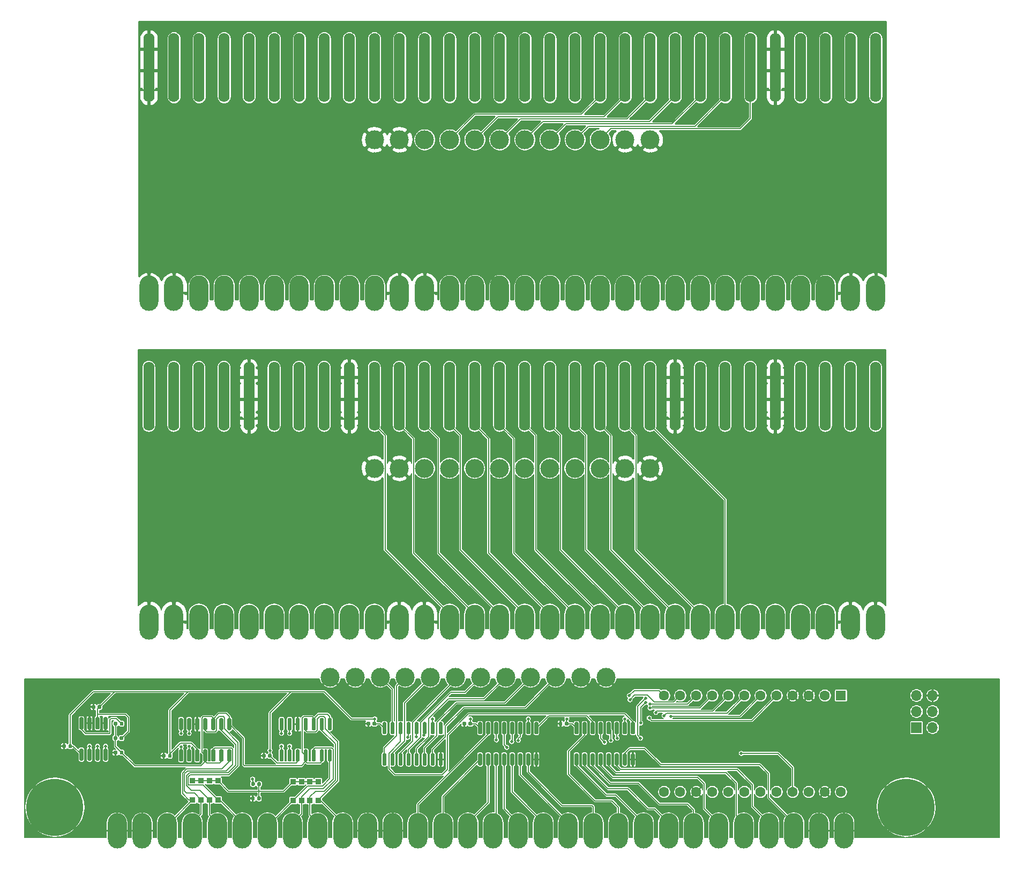
<source format=gbr>
G04 #@! TF.GenerationSoftware,KiCad,Pcbnew,(5.1.6)-1*
G04 #@! TF.CreationDate,2020-08-12T00:52:36-04:00*
G04 #@! TF.ProjectId,TH-XWhatsIt,54482d58-5768-4617-9473-49742e6b6963,0.0.3*
G04 #@! TF.SameCoordinates,Original*
G04 #@! TF.FileFunction,Copper,L1,Top*
G04 #@! TF.FilePolarity,Positive*
%FSLAX46Y46*%
G04 Gerber Fmt 4.6, Leading zero omitted, Abs format (unit mm)*
G04 Created by KiCad (PCBNEW (5.1.6)-1) date 2020-08-12 00:52:36*
%MOMM*%
%LPD*%
G01*
G04 APERTURE LIST*
G04 #@! TA.AperFunction,ComponentPad*
%ADD10C,3.000000*%
G04 #@! TD*
G04 #@! TA.AperFunction,ComponentPad*
%ADD11O,1.750000X4.000000*%
G04 #@! TD*
G04 #@! TA.AperFunction,ComponentPad*
%ADD12O,1.750000X5.500000*%
G04 #@! TD*
G04 #@! TA.AperFunction,ComponentPad*
%ADD13O,1.750000X5.000000*%
G04 #@! TD*
G04 #@! TA.AperFunction,ComponentPad*
%ADD14O,3.000000X5.500000*%
G04 #@! TD*
G04 #@! TA.AperFunction,ComponentPad*
%ADD15C,1.600000*%
G04 #@! TD*
G04 #@! TA.AperFunction,ComponentPad*
%ADD16R,1.600000X1.600000*%
G04 #@! TD*
G04 #@! TA.AperFunction,ComponentPad*
%ADD17O,1.700000X1.700000*%
G04 #@! TD*
G04 #@! TA.AperFunction,ComponentPad*
%ADD18R,1.700000X1.700000*%
G04 #@! TD*
G04 #@! TA.AperFunction,ComponentPad*
%ADD19C,0.900000*%
G04 #@! TD*
G04 #@! TA.AperFunction,ComponentPad*
%ADD20C,9.000000*%
G04 #@! TD*
G04 #@! TA.AperFunction,SMDPad,CuDef*
%ADD21R,0.900000X0.900000*%
G04 #@! TD*
G04 #@! TA.AperFunction,ViaPad*
%ADD22C,0.508000*%
G04 #@! TD*
G04 #@! TA.AperFunction,Conductor*
%ADD23C,0.152400*%
G04 #@! TD*
G04 #@! TA.AperFunction,Conductor*
%ADD24C,0.152000*%
G04 #@! TD*
G04 #@! TA.AperFunction,Conductor*
%ADD25C,0.254000*%
G04 #@! TD*
G04 APERTURE END LIST*
D10*
X86157000Y-43394000D03*
X90117000Y-43394000D03*
X94077000Y-43394000D03*
X98037000Y-43394000D03*
X101997000Y-43394000D03*
X105957000Y-43394000D03*
X109917000Y-43394000D03*
X113877000Y-43394000D03*
X117837000Y-43394000D03*
X121797000Y-43394000D03*
X125757000Y-43394000D03*
X129717000Y-43394000D03*
D11*
X165357000Y-35464000D03*
X161397000Y-35464000D03*
X157437000Y-35464000D03*
X153477000Y-35464000D03*
X149517000Y-35464000D03*
X145557000Y-35464000D03*
X141597000Y-35464000D03*
X137637000Y-35464000D03*
X133677000Y-35464000D03*
X129717000Y-35464000D03*
X125757000Y-35464000D03*
X121797000Y-35464000D03*
X117837000Y-35464000D03*
X113877000Y-35464000D03*
X109917000Y-35464000D03*
X105957000Y-35464000D03*
X101997000Y-35464000D03*
X98037000Y-35464000D03*
X94077000Y-35464000D03*
X90117000Y-35464000D03*
X86157000Y-35464000D03*
X82197000Y-35464000D03*
X78237000Y-35464000D03*
X74277000Y-35464000D03*
X70317000Y-35464000D03*
X66357000Y-35464000D03*
X62397000Y-35464000D03*
X58437000Y-35464000D03*
X54477000Y-35464000D03*
X50517000Y-35464000D03*
D12*
X50517000Y-32504000D03*
X54477000Y-32504000D03*
X58437000Y-32504000D03*
X62397000Y-32504000D03*
X66357000Y-32504000D03*
X70317000Y-32504000D03*
X74277000Y-32504000D03*
X78237000Y-32504000D03*
X82197000Y-32504000D03*
X86157000Y-32504000D03*
X90117000Y-32504000D03*
X94077000Y-32504000D03*
X98037000Y-32504000D03*
X101997000Y-32504000D03*
X105957000Y-32504000D03*
X109917000Y-32504000D03*
X113877000Y-32504000D03*
X117837000Y-32504000D03*
X121797000Y-32504000D03*
X125757000Y-32504000D03*
X129717000Y-32504000D03*
X133677000Y-32504000D03*
X137637000Y-32504000D03*
X141597000Y-32504000D03*
X145557000Y-32504000D03*
X149517000Y-32504000D03*
X153477000Y-32504000D03*
X157437000Y-32504000D03*
X161397000Y-32504000D03*
X165357000Y-32504000D03*
D13*
X50517000Y-29044000D03*
X54477000Y-29044000D03*
X58437000Y-29044000D03*
X62397000Y-29044000D03*
X66357000Y-29044000D03*
X70317000Y-29044000D03*
X74277000Y-29044000D03*
X78237000Y-29044000D03*
X82197000Y-29044000D03*
X86157000Y-29044000D03*
X90117000Y-29044000D03*
X94077000Y-29044000D03*
X98037000Y-29044000D03*
X101997000Y-29044000D03*
X105957000Y-29044000D03*
X109917000Y-29044000D03*
X113877000Y-29044000D03*
X117837000Y-29044000D03*
X121797000Y-29044000D03*
X125757000Y-29044000D03*
X129717000Y-29044000D03*
X133677000Y-29044000D03*
X137637000Y-29044000D03*
X141597000Y-29044000D03*
X145557000Y-29044000D03*
X149517000Y-29044000D03*
X153477000Y-29044000D03*
X157437000Y-29044000D03*
X161397000Y-29044000D03*
X165357000Y-29044000D03*
D11*
X165357000Y-87467000D03*
X161397000Y-87467000D03*
X157437000Y-87467000D03*
X153477000Y-87467000D03*
X149517000Y-87467000D03*
X145557000Y-87467000D03*
X141597000Y-87467000D03*
X137637000Y-87467000D03*
X133677000Y-87467000D03*
X129717000Y-87467000D03*
X125757000Y-87467000D03*
X121797000Y-87467000D03*
X117837000Y-87467000D03*
X113877000Y-87467000D03*
X109917000Y-87467000D03*
X105957000Y-87467000D03*
X101997000Y-87467000D03*
X98037000Y-87467000D03*
X94077000Y-87467000D03*
X90117000Y-87467000D03*
X86157000Y-87467000D03*
X82197000Y-87467000D03*
X78237000Y-87467000D03*
X74277000Y-87467000D03*
X70317000Y-87467000D03*
X66357000Y-87467000D03*
X62397000Y-87467000D03*
X58437000Y-87467000D03*
X54477000Y-87467000D03*
X50517000Y-87467000D03*
D12*
X50517000Y-84507000D03*
X54477000Y-84507000D03*
X58437000Y-84507000D03*
X62397000Y-84507000D03*
X66357000Y-84507000D03*
X70317000Y-84507000D03*
X74277000Y-84507000D03*
X78237000Y-84507000D03*
X82197000Y-84507000D03*
X86157000Y-84507000D03*
X90117000Y-84507000D03*
X94077000Y-84507000D03*
X98037000Y-84507000D03*
X101997000Y-84507000D03*
X105957000Y-84507000D03*
X109917000Y-84507000D03*
X113877000Y-84507000D03*
X117837000Y-84507000D03*
X121797000Y-84507000D03*
X125757000Y-84507000D03*
X129717000Y-84507000D03*
X133677000Y-84507000D03*
X137637000Y-84507000D03*
X141597000Y-84507000D03*
X145557000Y-84507000D03*
X149517000Y-84507000D03*
X153477000Y-84507000D03*
X157437000Y-84507000D03*
X161397000Y-84507000D03*
X165357000Y-84507000D03*
D13*
X50517000Y-81047000D03*
X54477000Y-81047000D03*
X58437000Y-81047000D03*
X62397000Y-81047000D03*
X66357000Y-81047000D03*
X70317000Y-81047000D03*
X74277000Y-81047000D03*
X78237000Y-81047000D03*
X82197000Y-81047000D03*
X86157000Y-81047000D03*
X90117000Y-81047000D03*
X94077000Y-81047000D03*
X98037000Y-81047000D03*
X101997000Y-81047000D03*
X105957000Y-81047000D03*
X109917000Y-81047000D03*
X113877000Y-81047000D03*
X117837000Y-81047000D03*
X121797000Y-81047000D03*
X125757000Y-81047000D03*
X129717000Y-81047000D03*
X133677000Y-81047000D03*
X137637000Y-81047000D03*
X141597000Y-81047000D03*
X145557000Y-81047000D03*
X149517000Y-81047000D03*
X153477000Y-81047000D03*
X157437000Y-81047000D03*
X161397000Y-81047000D03*
X165357000Y-81047000D03*
D14*
X160357000Y-152681000D03*
X156397000Y-152681000D03*
X152437000Y-152681000D03*
X148477000Y-152681000D03*
X144517000Y-152681000D03*
X140557000Y-152681000D03*
X136597000Y-152681000D03*
X132637000Y-152681000D03*
X128677000Y-152681000D03*
X124717000Y-152681000D03*
X120757000Y-152681000D03*
X116797000Y-152681000D03*
X112837000Y-152681000D03*
X108877000Y-152681000D03*
X104917000Y-152681000D03*
X100957000Y-152681000D03*
X96997000Y-152681000D03*
X93037000Y-152681000D03*
X89077000Y-152681000D03*
X85117000Y-152681000D03*
X81157000Y-152681000D03*
X77197000Y-152681000D03*
X73237000Y-152681000D03*
X69277000Y-152681000D03*
X65317000Y-152681000D03*
X61357000Y-152681000D03*
X57397000Y-152681000D03*
X53437000Y-152681000D03*
X49477000Y-152681000D03*
X45517000Y-152681000D03*
D10*
X160357000Y-153971000D03*
X156397000Y-153971000D03*
X152437000Y-153971000D03*
X148477000Y-153971000D03*
X144517000Y-153971000D03*
X140557000Y-153971000D03*
X136597000Y-153971000D03*
X132637000Y-153971000D03*
X128677000Y-153971000D03*
X124717000Y-153971000D03*
X120757000Y-153971000D03*
X116797000Y-153971000D03*
X112837000Y-153971000D03*
X108877000Y-153971000D03*
X104917000Y-153971000D03*
X100957000Y-153971000D03*
X96997000Y-153971000D03*
X93037000Y-153971000D03*
X89077000Y-153971000D03*
X85117000Y-153971000D03*
X81157000Y-153971000D03*
X77197000Y-153971000D03*
X73237000Y-153971000D03*
X69277000Y-153971000D03*
X65317000Y-153971000D03*
X61357000Y-153971000D03*
X57397000Y-153971000D03*
X53437000Y-153971000D03*
X49477000Y-153971000D03*
X45517000Y-153971000D03*
D14*
X165357000Y-67678000D03*
X161397000Y-67678000D03*
X157437000Y-67678000D03*
X153477000Y-67678000D03*
X149517000Y-67678000D03*
X145557000Y-67678000D03*
X141597000Y-67678000D03*
X137637000Y-67678000D03*
X133677000Y-67678000D03*
X129717000Y-67678000D03*
X125757000Y-67678000D03*
X121797000Y-67678000D03*
X117837000Y-67678000D03*
X113877000Y-67678000D03*
X109917000Y-67678000D03*
X105957000Y-67678000D03*
X101997000Y-67678000D03*
X98037000Y-67678000D03*
X94077000Y-67678000D03*
X90117000Y-67678000D03*
X86157000Y-67678000D03*
X82197000Y-67678000D03*
X78237000Y-67678000D03*
X74277000Y-67678000D03*
X70317000Y-67678000D03*
X66357000Y-67678000D03*
X62397000Y-67678000D03*
X58437000Y-67678000D03*
X54477000Y-67678000D03*
X50517000Y-67678000D03*
D10*
X165357000Y-68968000D03*
X161397000Y-68968000D03*
X157437000Y-68968000D03*
X153477000Y-68968000D03*
X149517000Y-68968000D03*
X145557000Y-68968000D03*
X141597000Y-68968000D03*
X137637000Y-68968000D03*
X133677000Y-68968000D03*
X129717000Y-68968000D03*
X125757000Y-68968000D03*
X121797000Y-68968000D03*
X117837000Y-68968000D03*
X113877000Y-68968000D03*
X109917000Y-68968000D03*
X105957000Y-68968000D03*
X101997000Y-68968000D03*
X98037000Y-68968000D03*
X94077000Y-68968000D03*
X90117000Y-68968000D03*
X86157000Y-68968000D03*
X82197000Y-68968000D03*
X78237000Y-68968000D03*
X74277000Y-68968000D03*
X70317000Y-68968000D03*
X66357000Y-68968000D03*
X62397000Y-68968000D03*
X58437000Y-68968000D03*
X54477000Y-68968000D03*
X50517000Y-68968000D03*
D14*
X165357000Y-119681000D03*
X161397000Y-119681000D03*
X157437000Y-119681000D03*
X153477000Y-119681000D03*
X149517000Y-119681000D03*
X145557000Y-119681000D03*
X141597000Y-119681000D03*
X137637000Y-119681000D03*
X133677000Y-119681000D03*
X129717000Y-119681000D03*
X125757000Y-119681000D03*
X121797000Y-119681000D03*
X117837000Y-119681000D03*
X113877000Y-119681000D03*
X109917000Y-119681000D03*
X105957000Y-119681000D03*
X101997000Y-119681000D03*
X98037000Y-119681000D03*
X94077000Y-119681000D03*
X90117000Y-119681000D03*
X86157000Y-119681000D03*
X82197000Y-119681000D03*
X78237000Y-119681000D03*
X74277000Y-119681000D03*
X70317000Y-119681000D03*
X66357000Y-119681000D03*
X62397000Y-119681000D03*
X58437000Y-119681000D03*
X54477000Y-119681000D03*
X50517000Y-119681000D03*
D10*
X165357000Y-120971000D03*
X161397000Y-120971000D03*
X157437000Y-120971000D03*
X153477000Y-120971000D03*
X149517000Y-120971000D03*
X145557000Y-120971000D03*
X141597000Y-120971000D03*
X137637000Y-120971000D03*
X133677000Y-120971000D03*
X129717000Y-120971000D03*
X125757000Y-120971000D03*
X121797000Y-120971000D03*
X117837000Y-120971000D03*
X113877000Y-120971000D03*
X109917000Y-120971000D03*
X105957000Y-120971000D03*
X101997000Y-120971000D03*
X98037000Y-120971000D03*
X94077000Y-120971000D03*
X90117000Y-120971000D03*
X86157000Y-120971000D03*
X82197000Y-120971000D03*
X78237000Y-120971000D03*
X74277000Y-120971000D03*
X70317000Y-120971000D03*
X66357000Y-120971000D03*
X62397000Y-120971000D03*
X58437000Y-120971000D03*
X54477000Y-120971000D03*
X50517000Y-120971000D03*
X129717000Y-95397000D03*
X125757000Y-95397000D03*
X121797000Y-95397000D03*
X117837000Y-95397000D03*
X113877000Y-95397000D03*
X109917000Y-95397000D03*
X105957000Y-95397000D03*
X101997000Y-95397000D03*
X98037000Y-95397000D03*
X94077000Y-95397000D03*
X90117000Y-95397000D03*
X86157000Y-95397000D03*
X122737000Y-128397000D03*
X118777000Y-128397000D03*
X114817000Y-128397000D03*
X110857000Y-128397000D03*
X106897000Y-128397000D03*
X102937000Y-128397000D03*
X98977000Y-128397000D03*
X95017000Y-128397000D03*
X91057000Y-128397000D03*
X87097000Y-128397000D03*
X83137000Y-128397000D03*
X79177000Y-128397000D03*
D15*
X159893000Y-146558000D03*
X157353000Y-146558000D03*
X154813000Y-146558000D03*
X152273000Y-146558000D03*
X149733000Y-146558000D03*
X147193000Y-146558000D03*
X144653000Y-146558000D03*
X142113000Y-146558000D03*
X139573000Y-146558000D03*
X137033000Y-146558000D03*
X134493000Y-146558000D03*
X131953000Y-146558000D03*
X131953000Y-131318000D03*
X134493000Y-131318000D03*
X137033000Y-131318000D03*
X139573000Y-131318000D03*
X142113000Y-131318000D03*
X144653000Y-131318000D03*
X147193000Y-131318000D03*
X149733000Y-131318000D03*
X152273000Y-131318000D03*
X154813000Y-131318000D03*
X157353000Y-131318000D03*
D16*
X159893000Y-131318000D03*
D17*
X174371000Y-131318000D03*
X171831000Y-131318000D03*
X174371000Y-133858000D03*
X171831000Y-133858000D03*
X174371000Y-136398000D03*
D18*
X171831000Y-136398000D03*
D19*
X172573485Y-146584515D03*
X170187000Y-145596000D03*
X167800515Y-146584515D03*
X166812000Y-148971000D03*
X167800515Y-151357485D03*
X170187000Y-152346000D03*
X172573485Y-151357485D03*
X173562000Y-148971000D03*
D20*
X170187000Y-148971000D03*
G04 #@! TA.AperFunction,SMDPad,CuDef*
G36*
G01*
X71651000Y-136803000D02*
X71351000Y-136803000D01*
G75*
G02*
X71201000Y-136653000I0J150000D01*
G01*
X71201000Y-135003000D01*
G75*
G02*
X71351000Y-134853000I150000J0D01*
G01*
X71651000Y-134853000D01*
G75*
G02*
X71801000Y-135003000I0J-150000D01*
G01*
X71801000Y-136653000D01*
G75*
G02*
X71651000Y-136803000I-150000J0D01*
G01*
G37*
G04 #@! TD.AperFunction*
G04 #@! TA.AperFunction,SMDPad,CuDef*
G36*
G01*
X72921000Y-136803000D02*
X72621000Y-136803000D01*
G75*
G02*
X72471000Y-136653000I0J150000D01*
G01*
X72471000Y-135003000D01*
G75*
G02*
X72621000Y-134853000I150000J0D01*
G01*
X72921000Y-134853000D01*
G75*
G02*
X73071000Y-135003000I0J-150000D01*
G01*
X73071000Y-136653000D01*
G75*
G02*
X72921000Y-136803000I-150000J0D01*
G01*
G37*
G04 #@! TD.AperFunction*
G04 #@! TA.AperFunction,SMDPad,CuDef*
G36*
G01*
X74191000Y-136803000D02*
X73891000Y-136803000D01*
G75*
G02*
X73741000Y-136653000I0J150000D01*
G01*
X73741000Y-135003000D01*
G75*
G02*
X73891000Y-134853000I150000J0D01*
G01*
X74191000Y-134853000D01*
G75*
G02*
X74341000Y-135003000I0J-150000D01*
G01*
X74341000Y-136653000D01*
G75*
G02*
X74191000Y-136803000I-150000J0D01*
G01*
G37*
G04 #@! TD.AperFunction*
G04 #@! TA.AperFunction,SMDPad,CuDef*
G36*
G01*
X75461000Y-136803000D02*
X75161000Y-136803000D01*
G75*
G02*
X75011000Y-136653000I0J150000D01*
G01*
X75011000Y-135003000D01*
G75*
G02*
X75161000Y-134853000I150000J0D01*
G01*
X75461000Y-134853000D01*
G75*
G02*
X75611000Y-135003000I0J-150000D01*
G01*
X75611000Y-136653000D01*
G75*
G02*
X75461000Y-136803000I-150000J0D01*
G01*
G37*
G04 #@! TD.AperFunction*
G04 #@! TA.AperFunction,SMDPad,CuDef*
G36*
G01*
X76731000Y-136803000D02*
X76431000Y-136803000D01*
G75*
G02*
X76281000Y-136653000I0J150000D01*
G01*
X76281000Y-135003000D01*
G75*
G02*
X76431000Y-134853000I150000J0D01*
G01*
X76731000Y-134853000D01*
G75*
G02*
X76881000Y-135003000I0J-150000D01*
G01*
X76881000Y-136653000D01*
G75*
G02*
X76731000Y-136803000I-150000J0D01*
G01*
G37*
G04 #@! TD.AperFunction*
G04 #@! TA.AperFunction,SMDPad,CuDef*
G36*
G01*
X78001000Y-136803000D02*
X77701000Y-136803000D01*
G75*
G02*
X77551000Y-136653000I0J150000D01*
G01*
X77551000Y-135003000D01*
G75*
G02*
X77701000Y-134853000I150000J0D01*
G01*
X78001000Y-134853000D01*
G75*
G02*
X78151000Y-135003000I0J-150000D01*
G01*
X78151000Y-136653000D01*
G75*
G02*
X78001000Y-136803000I-150000J0D01*
G01*
G37*
G04 #@! TD.AperFunction*
G04 #@! TA.AperFunction,SMDPad,CuDef*
G36*
G01*
X79271000Y-136803000D02*
X78971000Y-136803000D01*
G75*
G02*
X78821000Y-136653000I0J150000D01*
G01*
X78821000Y-135003000D01*
G75*
G02*
X78971000Y-134853000I150000J0D01*
G01*
X79271000Y-134853000D01*
G75*
G02*
X79421000Y-135003000I0J-150000D01*
G01*
X79421000Y-136653000D01*
G75*
G02*
X79271000Y-136803000I-150000J0D01*
G01*
G37*
G04 #@! TD.AperFunction*
G04 #@! TA.AperFunction,SMDPad,CuDef*
G36*
G01*
X79271000Y-141753000D02*
X78971000Y-141753000D01*
G75*
G02*
X78821000Y-141603000I0J150000D01*
G01*
X78821000Y-139953000D01*
G75*
G02*
X78971000Y-139803000I150000J0D01*
G01*
X79271000Y-139803000D01*
G75*
G02*
X79421000Y-139953000I0J-150000D01*
G01*
X79421000Y-141603000D01*
G75*
G02*
X79271000Y-141753000I-150000J0D01*
G01*
G37*
G04 #@! TD.AperFunction*
G04 #@! TA.AperFunction,SMDPad,CuDef*
G36*
G01*
X78001000Y-141753000D02*
X77701000Y-141753000D01*
G75*
G02*
X77551000Y-141603000I0J150000D01*
G01*
X77551000Y-139953000D01*
G75*
G02*
X77701000Y-139803000I150000J0D01*
G01*
X78001000Y-139803000D01*
G75*
G02*
X78151000Y-139953000I0J-150000D01*
G01*
X78151000Y-141603000D01*
G75*
G02*
X78001000Y-141753000I-150000J0D01*
G01*
G37*
G04 #@! TD.AperFunction*
G04 #@! TA.AperFunction,SMDPad,CuDef*
G36*
G01*
X76731000Y-141753000D02*
X76431000Y-141753000D01*
G75*
G02*
X76281000Y-141603000I0J150000D01*
G01*
X76281000Y-139953000D01*
G75*
G02*
X76431000Y-139803000I150000J0D01*
G01*
X76731000Y-139803000D01*
G75*
G02*
X76881000Y-139953000I0J-150000D01*
G01*
X76881000Y-141603000D01*
G75*
G02*
X76731000Y-141753000I-150000J0D01*
G01*
G37*
G04 #@! TD.AperFunction*
G04 #@! TA.AperFunction,SMDPad,CuDef*
G36*
G01*
X75461000Y-141753000D02*
X75161000Y-141753000D01*
G75*
G02*
X75011000Y-141603000I0J150000D01*
G01*
X75011000Y-139953000D01*
G75*
G02*
X75161000Y-139803000I150000J0D01*
G01*
X75461000Y-139803000D01*
G75*
G02*
X75611000Y-139953000I0J-150000D01*
G01*
X75611000Y-141603000D01*
G75*
G02*
X75461000Y-141753000I-150000J0D01*
G01*
G37*
G04 #@! TD.AperFunction*
G04 #@! TA.AperFunction,SMDPad,CuDef*
G36*
G01*
X74191000Y-141753000D02*
X73891000Y-141753000D01*
G75*
G02*
X73741000Y-141603000I0J150000D01*
G01*
X73741000Y-139953000D01*
G75*
G02*
X73891000Y-139803000I150000J0D01*
G01*
X74191000Y-139803000D01*
G75*
G02*
X74341000Y-139953000I0J-150000D01*
G01*
X74341000Y-141603000D01*
G75*
G02*
X74191000Y-141753000I-150000J0D01*
G01*
G37*
G04 #@! TD.AperFunction*
G04 #@! TA.AperFunction,SMDPad,CuDef*
G36*
G01*
X72921000Y-141753000D02*
X72621000Y-141753000D01*
G75*
G02*
X72471000Y-141603000I0J150000D01*
G01*
X72471000Y-139953000D01*
G75*
G02*
X72621000Y-139803000I150000J0D01*
G01*
X72921000Y-139803000D01*
G75*
G02*
X73071000Y-139953000I0J-150000D01*
G01*
X73071000Y-141603000D01*
G75*
G02*
X72921000Y-141753000I-150000J0D01*
G01*
G37*
G04 #@! TD.AperFunction*
G04 #@! TA.AperFunction,SMDPad,CuDef*
G36*
G01*
X71651000Y-141753000D02*
X71351000Y-141753000D01*
G75*
G02*
X71201000Y-141603000I0J150000D01*
G01*
X71201000Y-139953000D01*
G75*
G02*
X71351000Y-139803000I150000J0D01*
G01*
X71651000Y-139803000D01*
G75*
G02*
X71801000Y-139953000I0J-150000D01*
G01*
X71801000Y-141603000D01*
G75*
G02*
X71651000Y-141753000I-150000J0D01*
G01*
G37*
G04 #@! TD.AperFunction*
G04 #@! TA.AperFunction,SMDPad,CuDef*
G36*
G01*
X45933000Y-140507500D02*
X45933000Y-140162500D01*
G75*
G02*
X46080500Y-140015000I147500J0D01*
G01*
X46375500Y-140015000D01*
G75*
G02*
X46523000Y-140162500I0J-147500D01*
G01*
X46523000Y-140507500D01*
G75*
G02*
X46375500Y-140655000I-147500J0D01*
G01*
X46080500Y-140655000D01*
G75*
G02*
X45933000Y-140507500I0J147500D01*
G01*
G37*
G04 #@! TD.AperFunction*
G04 #@! TA.AperFunction,SMDPad,CuDef*
G36*
G01*
X44963000Y-140507500D02*
X44963000Y-140162500D01*
G75*
G02*
X45110500Y-140015000I147500J0D01*
G01*
X45405500Y-140015000D01*
G75*
G02*
X45553000Y-140162500I0J-147500D01*
G01*
X45553000Y-140507500D01*
G75*
G02*
X45405500Y-140655000I-147500J0D01*
G01*
X45110500Y-140655000D01*
G75*
G02*
X44963000Y-140507500I0J147500D01*
G01*
G37*
G04 #@! TD.AperFunction*
G04 #@! TA.AperFunction,SMDPad,CuDef*
G36*
G01*
X37805000Y-139491500D02*
X37805000Y-139146500D01*
G75*
G02*
X37952500Y-138999000I147500J0D01*
G01*
X38247500Y-138999000D01*
G75*
G02*
X38395000Y-139146500I0J-147500D01*
G01*
X38395000Y-139491500D01*
G75*
G02*
X38247500Y-139639000I-147500J0D01*
G01*
X37952500Y-139639000D01*
G75*
G02*
X37805000Y-139491500I0J147500D01*
G01*
G37*
G04 #@! TD.AperFunction*
G04 #@! TA.AperFunction,SMDPad,CuDef*
G36*
G01*
X36835000Y-139491500D02*
X36835000Y-139146500D01*
G75*
G02*
X36982500Y-138999000I147500J0D01*
G01*
X37277500Y-138999000D01*
G75*
G02*
X37425000Y-139146500I0J-147500D01*
G01*
X37425000Y-139491500D01*
G75*
G02*
X37277500Y-139639000I-147500J0D01*
G01*
X36982500Y-139639000D01*
G75*
G02*
X36835000Y-139491500I0J147500D01*
G01*
G37*
G04 #@! TD.AperFunction*
G04 #@! TA.AperFunction,SMDPad,CuDef*
G36*
G01*
X45933000Y-135935500D02*
X45933000Y-135590500D01*
G75*
G02*
X46080500Y-135443000I147500J0D01*
G01*
X46375500Y-135443000D01*
G75*
G02*
X46523000Y-135590500I0J-147500D01*
G01*
X46523000Y-135935500D01*
G75*
G02*
X46375500Y-136083000I-147500J0D01*
G01*
X46080500Y-136083000D01*
G75*
G02*
X45933000Y-135935500I0J147500D01*
G01*
G37*
G04 #@! TD.AperFunction*
G04 #@! TA.AperFunction,SMDPad,CuDef*
G36*
G01*
X44963000Y-135935500D02*
X44963000Y-135590500D01*
G75*
G02*
X45110500Y-135443000I147500J0D01*
G01*
X45405500Y-135443000D01*
G75*
G02*
X45553000Y-135590500I0J-147500D01*
G01*
X45553000Y-135935500D01*
G75*
G02*
X45405500Y-136083000I-147500J0D01*
G01*
X45110500Y-136083000D01*
G75*
G02*
X44963000Y-135935500I0J147500D01*
G01*
G37*
G04 #@! TD.AperFunction*
G04 #@! TA.AperFunction,SMDPad,CuDef*
G36*
G01*
X45910000Y-138221500D02*
X45910000Y-137876500D01*
G75*
G02*
X46057500Y-137729000I147500J0D01*
G01*
X46352500Y-137729000D01*
G75*
G02*
X46500000Y-137876500I0J-147500D01*
G01*
X46500000Y-138221500D01*
G75*
G02*
X46352500Y-138369000I-147500J0D01*
G01*
X46057500Y-138369000D01*
G75*
G02*
X45910000Y-138221500I0J147500D01*
G01*
G37*
G04 #@! TD.AperFunction*
G04 #@! TA.AperFunction,SMDPad,CuDef*
G36*
G01*
X44940000Y-138221500D02*
X44940000Y-137876500D01*
G75*
G02*
X45087500Y-137729000I147500J0D01*
G01*
X45382500Y-137729000D01*
G75*
G02*
X45530000Y-137876500I0J-147500D01*
G01*
X45530000Y-138221500D01*
G75*
G02*
X45382500Y-138369000I-147500J0D01*
G01*
X45087500Y-138369000D01*
G75*
G02*
X44940000Y-138221500I0J147500D01*
G01*
G37*
G04 #@! TD.AperFunction*
G04 #@! TA.AperFunction,SMDPad,CuDef*
G36*
G01*
X40028000Y-136676000D02*
X39728000Y-136676000D01*
G75*
G02*
X39578000Y-136526000I0J150000D01*
G01*
X39578000Y-134876000D01*
G75*
G02*
X39728000Y-134726000I150000J0D01*
G01*
X40028000Y-134726000D01*
G75*
G02*
X40178000Y-134876000I0J-150000D01*
G01*
X40178000Y-136526000D01*
G75*
G02*
X40028000Y-136676000I-150000J0D01*
G01*
G37*
G04 #@! TD.AperFunction*
G04 #@! TA.AperFunction,SMDPad,CuDef*
G36*
G01*
X41298000Y-136676000D02*
X40998000Y-136676000D01*
G75*
G02*
X40848000Y-136526000I0J150000D01*
G01*
X40848000Y-134876000D01*
G75*
G02*
X40998000Y-134726000I150000J0D01*
G01*
X41298000Y-134726000D01*
G75*
G02*
X41448000Y-134876000I0J-150000D01*
G01*
X41448000Y-136526000D01*
G75*
G02*
X41298000Y-136676000I-150000J0D01*
G01*
G37*
G04 #@! TD.AperFunction*
G04 #@! TA.AperFunction,SMDPad,CuDef*
G36*
G01*
X42568000Y-136676000D02*
X42268000Y-136676000D01*
G75*
G02*
X42118000Y-136526000I0J150000D01*
G01*
X42118000Y-134876000D01*
G75*
G02*
X42268000Y-134726000I150000J0D01*
G01*
X42568000Y-134726000D01*
G75*
G02*
X42718000Y-134876000I0J-150000D01*
G01*
X42718000Y-136526000D01*
G75*
G02*
X42568000Y-136676000I-150000J0D01*
G01*
G37*
G04 #@! TD.AperFunction*
G04 #@! TA.AperFunction,SMDPad,CuDef*
G36*
G01*
X43838000Y-136676000D02*
X43538000Y-136676000D01*
G75*
G02*
X43388000Y-136526000I0J150000D01*
G01*
X43388000Y-134876000D01*
G75*
G02*
X43538000Y-134726000I150000J0D01*
G01*
X43838000Y-134726000D01*
G75*
G02*
X43988000Y-134876000I0J-150000D01*
G01*
X43988000Y-136526000D01*
G75*
G02*
X43838000Y-136676000I-150000J0D01*
G01*
G37*
G04 #@! TD.AperFunction*
G04 #@! TA.AperFunction,SMDPad,CuDef*
G36*
G01*
X43838000Y-141626000D02*
X43538000Y-141626000D01*
G75*
G02*
X43388000Y-141476000I0J150000D01*
G01*
X43388000Y-139826000D01*
G75*
G02*
X43538000Y-139676000I150000J0D01*
G01*
X43838000Y-139676000D01*
G75*
G02*
X43988000Y-139826000I0J-150000D01*
G01*
X43988000Y-141476000D01*
G75*
G02*
X43838000Y-141626000I-150000J0D01*
G01*
G37*
G04 #@! TD.AperFunction*
G04 #@! TA.AperFunction,SMDPad,CuDef*
G36*
G01*
X42568000Y-141626000D02*
X42268000Y-141626000D01*
G75*
G02*
X42118000Y-141476000I0J150000D01*
G01*
X42118000Y-139826000D01*
G75*
G02*
X42268000Y-139676000I150000J0D01*
G01*
X42568000Y-139676000D01*
G75*
G02*
X42718000Y-139826000I0J-150000D01*
G01*
X42718000Y-141476000D01*
G75*
G02*
X42568000Y-141626000I-150000J0D01*
G01*
G37*
G04 #@! TD.AperFunction*
G04 #@! TA.AperFunction,SMDPad,CuDef*
G36*
G01*
X41298000Y-141626000D02*
X40998000Y-141626000D01*
G75*
G02*
X40848000Y-141476000I0J150000D01*
G01*
X40848000Y-139826000D01*
G75*
G02*
X40998000Y-139676000I150000J0D01*
G01*
X41298000Y-139676000D01*
G75*
G02*
X41448000Y-139826000I0J-150000D01*
G01*
X41448000Y-141476000D01*
G75*
G02*
X41298000Y-141626000I-150000J0D01*
G01*
G37*
G04 #@! TD.AperFunction*
G04 #@! TA.AperFunction,SMDPad,CuDef*
G36*
G01*
X40028000Y-141626000D02*
X39728000Y-141626000D01*
G75*
G02*
X39578000Y-141476000I0J150000D01*
G01*
X39578000Y-139826000D01*
G75*
G02*
X39728000Y-139676000I150000J0D01*
G01*
X40028000Y-139676000D01*
G75*
G02*
X40178000Y-139826000I0J-150000D01*
G01*
X40178000Y-141476000D01*
G75*
G02*
X40028000Y-141626000I-150000J0D01*
G01*
G37*
G04 #@! TD.AperFunction*
G04 #@! TA.AperFunction,SMDPad,CuDef*
G36*
G01*
X42458000Y-133268500D02*
X42458000Y-132923500D01*
G75*
G02*
X42605500Y-132776000I147500J0D01*
G01*
X42900500Y-132776000D01*
G75*
G02*
X43048000Y-132923500I0J-147500D01*
G01*
X43048000Y-133268500D01*
G75*
G02*
X42900500Y-133416000I-147500J0D01*
G01*
X42605500Y-133416000D01*
G75*
G02*
X42458000Y-133268500I0J147500D01*
G01*
G37*
G04 #@! TD.AperFunction*
G04 #@! TA.AperFunction,SMDPad,CuDef*
G36*
G01*
X41488000Y-133268500D02*
X41488000Y-132923500D01*
G75*
G02*
X41635500Y-132776000I147500J0D01*
G01*
X41930500Y-132776000D01*
G75*
G02*
X42078000Y-132923500I0J-147500D01*
G01*
X42078000Y-133268500D01*
G75*
G02*
X41930500Y-133416000I-147500J0D01*
G01*
X41635500Y-133416000D01*
G75*
G02*
X41488000Y-133268500I0J147500D01*
G01*
G37*
G04 #@! TD.AperFunction*
D19*
X38073485Y-146584515D03*
X35687000Y-145596000D03*
X33300515Y-146584515D03*
X32312000Y-148971000D03*
X33300515Y-151357485D03*
X35687000Y-152346000D03*
X38073485Y-151357485D03*
X39062000Y-148971000D03*
D20*
X35687000Y-148971000D03*
G04 #@! TA.AperFunction,SMDPad,CuDef*
G36*
G01*
X87907000Y-137438000D02*
X87607000Y-137438000D01*
G75*
G02*
X87457000Y-137288000I0J150000D01*
G01*
X87457000Y-135638000D01*
G75*
G02*
X87607000Y-135488000I150000J0D01*
G01*
X87907000Y-135488000D01*
G75*
G02*
X88057000Y-135638000I0J-150000D01*
G01*
X88057000Y-137288000D01*
G75*
G02*
X87907000Y-137438000I-150000J0D01*
G01*
G37*
G04 #@! TD.AperFunction*
G04 #@! TA.AperFunction,SMDPad,CuDef*
G36*
G01*
X89177000Y-137438000D02*
X88877000Y-137438000D01*
G75*
G02*
X88727000Y-137288000I0J150000D01*
G01*
X88727000Y-135638000D01*
G75*
G02*
X88877000Y-135488000I150000J0D01*
G01*
X89177000Y-135488000D01*
G75*
G02*
X89327000Y-135638000I0J-150000D01*
G01*
X89327000Y-137288000D01*
G75*
G02*
X89177000Y-137438000I-150000J0D01*
G01*
G37*
G04 #@! TD.AperFunction*
G04 #@! TA.AperFunction,SMDPad,CuDef*
G36*
G01*
X90447000Y-137438000D02*
X90147000Y-137438000D01*
G75*
G02*
X89997000Y-137288000I0J150000D01*
G01*
X89997000Y-135638000D01*
G75*
G02*
X90147000Y-135488000I150000J0D01*
G01*
X90447000Y-135488000D01*
G75*
G02*
X90597000Y-135638000I0J-150000D01*
G01*
X90597000Y-137288000D01*
G75*
G02*
X90447000Y-137438000I-150000J0D01*
G01*
G37*
G04 #@! TD.AperFunction*
G04 #@! TA.AperFunction,SMDPad,CuDef*
G36*
G01*
X91717000Y-137438000D02*
X91417000Y-137438000D01*
G75*
G02*
X91267000Y-137288000I0J150000D01*
G01*
X91267000Y-135638000D01*
G75*
G02*
X91417000Y-135488000I150000J0D01*
G01*
X91717000Y-135488000D01*
G75*
G02*
X91867000Y-135638000I0J-150000D01*
G01*
X91867000Y-137288000D01*
G75*
G02*
X91717000Y-137438000I-150000J0D01*
G01*
G37*
G04 #@! TD.AperFunction*
G04 #@! TA.AperFunction,SMDPad,CuDef*
G36*
G01*
X92987000Y-137438000D02*
X92687000Y-137438000D01*
G75*
G02*
X92537000Y-137288000I0J150000D01*
G01*
X92537000Y-135638000D01*
G75*
G02*
X92687000Y-135488000I150000J0D01*
G01*
X92987000Y-135488000D01*
G75*
G02*
X93137000Y-135638000I0J-150000D01*
G01*
X93137000Y-137288000D01*
G75*
G02*
X92987000Y-137438000I-150000J0D01*
G01*
G37*
G04 #@! TD.AperFunction*
G04 #@! TA.AperFunction,SMDPad,CuDef*
G36*
G01*
X94257000Y-137438000D02*
X93957000Y-137438000D01*
G75*
G02*
X93807000Y-137288000I0J150000D01*
G01*
X93807000Y-135638000D01*
G75*
G02*
X93957000Y-135488000I150000J0D01*
G01*
X94257000Y-135488000D01*
G75*
G02*
X94407000Y-135638000I0J-150000D01*
G01*
X94407000Y-137288000D01*
G75*
G02*
X94257000Y-137438000I-150000J0D01*
G01*
G37*
G04 #@! TD.AperFunction*
G04 #@! TA.AperFunction,SMDPad,CuDef*
G36*
G01*
X95527000Y-137438000D02*
X95227000Y-137438000D01*
G75*
G02*
X95077000Y-137288000I0J150000D01*
G01*
X95077000Y-135638000D01*
G75*
G02*
X95227000Y-135488000I150000J0D01*
G01*
X95527000Y-135488000D01*
G75*
G02*
X95677000Y-135638000I0J-150000D01*
G01*
X95677000Y-137288000D01*
G75*
G02*
X95527000Y-137438000I-150000J0D01*
G01*
G37*
G04 #@! TD.AperFunction*
G04 #@! TA.AperFunction,SMDPad,CuDef*
G36*
G01*
X96797000Y-137438000D02*
X96497000Y-137438000D01*
G75*
G02*
X96347000Y-137288000I0J150000D01*
G01*
X96347000Y-135638000D01*
G75*
G02*
X96497000Y-135488000I150000J0D01*
G01*
X96797000Y-135488000D01*
G75*
G02*
X96947000Y-135638000I0J-150000D01*
G01*
X96947000Y-137288000D01*
G75*
G02*
X96797000Y-137438000I-150000J0D01*
G01*
G37*
G04 #@! TD.AperFunction*
G04 #@! TA.AperFunction,SMDPad,CuDef*
G36*
G01*
X96797000Y-142388000D02*
X96497000Y-142388000D01*
G75*
G02*
X96347000Y-142238000I0J150000D01*
G01*
X96347000Y-140588000D01*
G75*
G02*
X96497000Y-140438000I150000J0D01*
G01*
X96797000Y-140438000D01*
G75*
G02*
X96947000Y-140588000I0J-150000D01*
G01*
X96947000Y-142238000D01*
G75*
G02*
X96797000Y-142388000I-150000J0D01*
G01*
G37*
G04 #@! TD.AperFunction*
G04 #@! TA.AperFunction,SMDPad,CuDef*
G36*
G01*
X95527000Y-142388000D02*
X95227000Y-142388000D01*
G75*
G02*
X95077000Y-142238000I0J150000D01*
G01*
X95077000Y-140588000D01*
G75*
G02*
X95227000Y-140438000I150000J0D01*
G01*
X95527000Y-140438000D01*
G75*
G02*
X95677000Y-140588000I0J-150000D01*
G01*
X95677000Y-142238000D01*
G75*
G02*
X95527000Y-142388000I-150000J0D01*
G01*
G37*
G04 #@! TD.AperFunction*
G04 #@! TA.AperFunction,SMDPad,CuDef*
G36*
G01*
X94257000Y-142388000D02*
X93957000Y-142388000D01*
G75*
G02*
X93807000Y-142238000I0J150000D01*
G01*
X93807000Y-140588000D01*
G75*
G02*
X93957000Y-140438000I150000J0D01*
G01*
X94257000Y-140438000D01*
G75*
G02*
X94407000Y-140588000I0J-150000D01*
G01*
X94407000Y-142238000D01*
G75*
G02*
X94257000Y-142388000I-150000J0D01*
G01*
G37*
G04 #@! TD.AperFunction*
G04 #@! TA.AperFunction,SMDPad,CuDef*
G36*
G01*
X92987000Y-142388000D02*
X92687000Y-142388000D01*
G75*
G02*
X92537000Y-142238000I0J150000D01*
G01*
X92537000Y-140588000D01*
G75*
G02*
X92687000Y-140438000I150000J0D01*
G01*
X92987000Y-140438000D01*
G75*
G02*
X93137000Y-140588000I0J-150000D01*
G01*
X93137000Y-142238000D01*
G75*
G02*
X92987000Y-142388000I-150000J0D01*
G01*
G37*
G04 #@! TD.AperFunction*
G04 #@! TA.AperFunction,SMDPad,CuDef*
G36*
G01*
X91717000Y-142388000D02*
X91417000Y-142388000D01*
G75*
G02*
X91267000Y-142238000I0J150000D01*
G01*
X91267000Y-140588000D01*
G75*
G02*
X91417000Y-140438000I150000J0D01*
G01*
X91717000Y-140438000D01*
G75*
G02*
X91867000Y-140588000I0J-150000D01*
G01*
X91867000Y-142238000D01*
G75*
G02*
X91717000Y-142388000I-150000J0D01*
G01*
G37*
G04 #@! TD.AperFunction*
G04 #@! TA.AperFunction,SMDPad,CuDef*
G36*
G01*
X90447000Y-142388000D02*
X90147000Y-142388000D01*
G75*
G02*
X89997000Y-142238000I0J150000D01*
G01*
X89997000Y-140588000D01*
G75*
G02*
X90147000Y-140438000I150000J0D01*
G01*
X90447000Y-140438000D01*
G75*
G02*
X90597000Y-140588000I0J-150000D01*
G01*
X90597000Y-142238000D01*
G75*
G02*
X90447000Y-142388000I-150000J0D01*
G01*
G37*
G04 #@! TD.AperFunction*
G04 #@! TA.AperFunction,SMDPad,CuDef*
G36*
G01*
X89177000Y-142388000D02*
X88877000Y-142388000D01*
G75*
G02*
X88727000Y-142238000I0J150000D01*
G01*
X88727000Y-140588000D01*
G75*
G02*
X88877000Y-140438000I150000J0D01*
G01*
X89177000Y-140438000D01*
G75*
G02*
X89327000Y-140588000I0J-150000D01*
G01*
X89327000Y-142238000D01*
G75*
G02*
X89177000Y-142388000I-150000J0D01*
G01*
G37*
G04 #@! TD.AperFunction*
G04 #@! TA.AperFunction,SMDPad,CuDef*
G36*
G01*
X87907000Y-142388000D02*
X87607000Y-142388000D01*
G75*
G02*
X87457000Y-142238000I0J150000D01*
G01*
X87457000Y-140588000D01*
G75*
G02*
X87607000Y-140438000I150000J0D01*
G01*
X87907000Y-140438000D01*
G75*
G02*
X88057000Y-140588000I0J-150000D01*
G01*
X88057000Y-142238000D01*
G75*
G02*
X87907000Y-142388000I-150000J0D01*
G01*
G37*
G04 #@! TD.AperFunction*
G04 #@! TA.AperFunction,SMDPad,CuDef*
G36*
G01*
X118260000Y-137438000D02*
X117960000Y-137438000D01*
G75*
G02*
X117810000Y-137288000I0J150000D01*
G01*
X117810000Y-135638000D01*
G75*
G02*
X117960000Y-135488000I150000J0D01*
G01*
X118260000Y-135488000D01*
G75*
G02*
X118410000Y-135638000I0J-150000D01*
G01*
X118410000Y-137288000D01*
G75*
G02*
X118260000Y-137438000I-150000J0D01*
G01*
G37*
G04 #@! TD.AperFunction*
G04 #@! TA.AperFunction,SMDPad,CuDef*
G36*
G01*
X119530000Y-137438000D02*
X119230000Y-137438000D01*
G75*
G02*
X119080000Y-137288000I0J150000D01*
G01*
X119080000Y-135638000D01*
G75*
G02*
X119230000Y-135488000I150000J0D01*
G01*
X119530000Y-135488000D01*
G75*
G02*
X119680000Y-135638000I0J-150000D01*
G01*
X119680000Y-137288000D01*
G75*
G02*
X119530000Y-137438000I-150000J0D01*
G01*
G37*
G04 #@! TD.AperFunction*
G04 #@! TA.AperFunction,SMDPad,CuDef*
G36*
G01*
X120800000Y-137438000D02*
X120500000Y-137438000D01*
G75*
G02*
X120350000Y-137288000I0J150000D01*
G01*
X120350000Y-135638000D01*
G75*
G02*
X120500000Y-135488000I150000J0D01*
G01*
X120800000Y-135488000D01*
G75*
G02*
X120950000Y-135638000I0J-150000D01*
G01*
X120950000Y-137288000D01*
G75*
G02*
X120800000Y-137438000I-150000J0D01*
G01*
G37*
G04 #@! TD.AperFunction*
G04 #@! TA.AperFunction,SMDPad,CuDef*
G36*
G01*
X122070000Y-137438000D02*
X121770000Y-137438000D01*
G75*
G02*
X121620000Y-137288000I0J150000D01*
G01*
X121620000Y-135638000D01*
G75*
G02*
X121770000Y-135488000I150000J0D01*
G01*
X122070000Y-135488000D01*
G75*
G02*
X122220000Y-135638000I0J-150000D01*
G01*
X122220000Y-137288000D01*
G75*
G02*
X122070000Y-137438000I-150000J0D01*
G01*
G37*
G04 #@! TD.AperFunction*
G04 #@! TA.AperFunction,SMDPad,CuDef*
G36*
G01*
X123340000Y-137438000D02*
X123040000Y-137438000D01*
G75*
G02*
X122890000Y-137288000I0J150000D01*
G01*
X122890000Y-135638000D01*
G75*
G02*
X123040000Y-135488000I150000J0D01*
G01*
X123340000Y-135488000D01*
G75*
G02*
X123490000Y-135638000I0J-150000D01*
G01*
X123490000Y-137288000D01*
G75*
G02*
X123340000Y-137438000I-150000J0D01*
G01*
G37*
G04 #@! TD.AperFunction*
G04 #@! TA.AperFunction,SMDPad,CuDef*
G36*
G01*
X124610000Y-137438000D02*
X124310000Y-137438000D01*
G75*
G02*
X124160000Y-137288000I0J150000D01*
G01*
X124160000Y-135638000D01*
G75*
G02*
X124310000Y-135488000I150000J0D01*
G01*
X124610000Y-135488000D01*
G75*
G02*
X124760000Y-135638000I0J-150000D01*
G01*
X124760000Y-137288000D01*
G75*
G02*
X124610000Y-137438000I-150000J0D01*
G01*
G37*
G04 #@! TD.AperFunction*
G04 #@! TA.AperFunction,SMDPad,CuDef*
G36*
G01*
X125880000Y-137438000D02*
X125580000Y-137438000D01*
G75*
G02*
X125430000Y-137288000I0J150000D01*
G01*
X125430000Y-135638000D01*
G75*
G02*
X125580000Y-135488000I150000J0D01*
G01*
X125880000Y-135488000D01*
G75*
G02*
X126030000Y-135638000I0J-150000D01*
G01*
X126030000Y-137288000D01*
G75*
G02*
X125880000Y-137438000I-150000J0D01*
G01*
G37*
G04 #@! TD.AperFunction*
G04 #@! TA.AperFunction,SMDPad,CuDef*
G36*
G01*
X127150000Y-137438000D02*
X126850000Y-137438000D01*
G75*
G02*
X126700000Y-137288000I0J150000D01*
G01*
X126700000Y-135638000D01*
G75*
G02*
X126850000Y-135488000I150000J0D01*
G01*
X127150000Y-135488000D01*
G75*
G02*
X127300000Y-135638000I0J-150000D01*
G01*
X127300000Y-137288000D01*
G75*
G02*
X127150000Y-137438000I-150000J0D01*
G01*
G37*
G04 #@! TD.AperFunction*
G04 #@! TA.AperFunction,SMDPad,CuDef*
G36*
G01*
X127150000Y-142388000D02*
X126850000Y-142388000D01*
G75*
G02*
X126700000Y-142238000I0J150000D01*
G01*
X126700000Y-140588000D01*
G75*
G02*
X126850000Y-140438000I150000J0D01*
G01*
X127150000Y-140438000D01*
G75*
G02*
X127300000Y-140588000I0J-150000D01*
G01*
X127300000Y-142238000D01*
G75*
G02*
X127150000Y-142388000I-150000J0D01*
G01*
G37*
G04 #@! TD.AperFunction*
G04 #@! TA.AperFunction,SMDPad,CuDef*
G36*
G01*
X125880000Y-142388000D02*
X125580000Y-142388000D01*
G75*
G02*
X125430000Y-142238000I0J150000D01*
G01*
X125430000Y-140588000D01*
G75*
G02*
X125580000Y-140438000I150000J0D01*
G01*
X125880000Y-140438000D01*
G75*
G02*
X126030000Y-140588000I0J-150000D01*
G01*
X126030000Y-142238000D01*
G75*
G02*
X125880000Y-142388000I-150000J0D01*
G01*
G37*
G04 #@! TD.AperFunction*
G04 #@! TA.AperFunction,SMDPad,CuDef*
G36*
G01*
X124610000Y-142388000D02*
X124310000Y-142388000D01*
G75*
G02*
X124160000Y-142238000I0J150000D01*
G01*
X124160000Y-140588000D01*
G75*
G02*
X124310000Y-140438000I150000J0D01*
G01*
X124610000Y-140438000D01*
G75*
G02*
X124760000Y-140588000I0J-150000D01*
G01*
X124760000Y-142238000D01*
G75*
G02*
X124610000Y-142388000I-150000J0D01*
G01*
G37*
G04 #@! TD.AperFunction*
G04 #@! TA.AperFunction,SMDPad,CuDef*
G36*
G01*
X123340000Y-142388000D02*
X123040000Y-142388000D01*
G75*
G02*
X122890000Y-142238000I0J150000D01*
G01*
X122890000Y-140588000D01*
G75*
G02*
X123040000Y-140438000I150000J0D01*
G01*
X123340000Y-140438000D01*
G75*
G02*
X123490000Y-140588000I0J-150000D01*
G01*
X123490000Y-142238000D01*
G75*
G02*
X123340000Y-142388000I-150000J0D01*
G01*
G37*
G04 #@! TD.AperFunction*
G04 #@! TA.AperFunction,SMDPad,CuDef*
G36*
G01*
X122070000Y-142388000D02*
X121770000Y-142388000D01*
G75*
G02*
X121620000Y-142238000I0J150000D01*
G01*
X121620000Y-140588000D01*
G75*
G02*
X121770000Y-140438000I150000J0D01*
G01*
X122070000Y-140438000D01*
G75*
G02*
X122220000Y-140588000I0J-150000D01*
G01*
X122220000Y-142238000D01*
G75*
G02*
X122070000Y-142388000I-150000J0D01*
G01*
G37*
G04 #@! TD.AperFunction*
G04 #@! TA.AperFunction,SMDPad,CuDef*
G36*
G01*
X120800000Y-142388000D02*
X120500000Y-142388000D01*
G75*
G02*
X120350000Y-142238000I0J150000D01*
G01*
X120350000Y-140588000D01*
G75*
G02*
X120500000Y-140438000I150000J0D01*
G01*
X120800000Y-140438000D01*
G75*
G02*
X120950000Y-140588000I0J-150000D01*
G01*
X120950000Y-142238000D01*
G75*
G02*
X120800000Y-142388000I-150000J0D01*
G01*
G37*
G04 #@! TD.AperFunction*
G04 #@! TA.AperFunction,SMDPad,CuDef*
G36*
G01*
X119530000Y-142388000D02*
X119230000Y-142388000D01*
G75*
G02*
X119080000Y-142238000I0J150000D01*
G01*
X119080000Y-140588000D01*
G75*
G02*
X119230000Y-140438000I150000J0D01*
G01*
X119530000Y-140438000D01*
G75*
G02*
X119680000Y-140588000I0J-150000D01*
G01*
X119680000Y-142238000D01*
G75*
G02*
X119530000Y-142388000I-150000J0D01*
G01*
G37*
G04 #@! TD.AperFunction*
G04 #@! TA.AperFunction,SMDPad,CuDef*
G36*
G01*
X118260000Y-142388000D02*
X117960000Y-142388000D01*
G75*
G02*
X117810000Y-142238000I0J150000D01*
G01*
X117810000Y-140588000D01*
G75*
G02*
X117960000Y-140438000I150000J0D01*
G01*
X118260000Y-140438000D01*
G75*
G02*
X118410000Y-140588000I0J-150000D01*
G01*
X118410000Y-142238000D01*
G75*
G02*
X118260000Y-142388000I-150000J0D01*
G01*
G37*
G04 #@! TD.AperFunction*
G04 #@! TA.AperFunction,SMDPad,CuDef*
G36*
G01*
X116245000Y-135935500D02*
X116245000Y-135590500D01*
G75*
G02*
X116392500Y-135443000I147500J0D01*
G01*
X116687500Y-135443000D01*
G75*
G02*
X116835000Y-135590500I0J-147500D01*
G01*
X116835000Y-135935500D01*
G75*
G02*
X116687500Y-136083000I-147500J0D01*
G01*
X116392500Y-136083000D01*
G75*
G02*
X116245000Y-135935500I0J147500D01*
G01*
G37*
G04 #@! TD.AperFunction*
G04 #@! TA.AperFunction,SMDPad,CuDef*
G36*
G01*
X115275000Y-135935500D02*
X115275000Y-135590500D01*
G75*
G02*
X115422500Y-135443000I147500J0D01*
G01*
X115717500Y-135443000D01*
G75*
G02*
X115865000Y-135590500I0J-147500D01*
G01*
X115865000Y-135935500D01*
G75*
G02*
X115717500Y-136083000I-147500J0D01*
G01*
X115422500Y-136083000D01*
G75*
G02*
X115275000Y-135935500I0J147500D01*
G01*
G37*
G04 #@! TD.AperFunction*
G04 #@! TA.AperFunction,SMDPad,CuDef*
G36*
G01*
X85892000Y-135935500D02*
X85892000Y-135590500D01*
G75*
G02*
X86039500Y-135443000I147500J0D01*
G01*
X86334500Y-135443000D01*
G75*
G02*
X86482000Y-135590500I0J-147500D01*
G01*
X86482000Y-135935500D01*
G75*
G02*
X86334500Y-136083000I-147500J0D01*
G01*
X86039500Y-136083000D01*
G75*
G02*
X85892000Y-135935500I0J147500D01*
G01*
G37*
G04 #@! TD.AperFunction*
G04 #@! TA.AperFunction,SMDPad,CuDef*
G36*
G01*
X84922000Y-135935500D02*
X84922000Y-135590500D01*
G75*
G02*
X85069500Y-135443000I147500J0D01*
G01*
X85364500Y-135443000D01*
G75*
G02*
X85512000Y-135590500I0J-147500D01*
G01*
X85512000Y-135935500D01*
G75*
G02*
X85364500Y-136083000I-147500J0D01*
G01*
X85069500Y-136083000D01*
G75*
G02*
X84922000Y-135935500I0J147500D01*
G01*
G37*
G04 #@! TD.AperFunction*
G04 #@! TA.AperFunction,SMDPad,CuDef*
G36*
G01*
X67627000Y-147746500D02*
X67627000Y-147401500D01*
G75*
G02*
X67774500Y-147254000I147500J0D01*
G01*
X68069500Y-147254000D01*
G75*
G02*
X68217000Y-147401500I0J-147500D01*
G01*
X68217000Y-147746500D01*
G75*
G02*
X68069500Y-147894000I-147500J0D01*
G01*
X67774500Y-147894000D01*
G75*
G02*
X67627000Y-147746500I0J147500D01*
G01*
G37*
G04 #@! TD.AperFunction*
G04 #@! TA.AperFunction,SMDPad,CuDef*
G36*
G01*
X66657000Y-147746500D02*
X66657000Y-147401500D01*
G75*
G02*
X66804500Y-147254000I147500J0D01*
G01*
X67099500Y-147254000D01*
G75*
G02*
X67247000Y-147401500I0J-147500D01*
G01*
X67247000Y-147746500D01*
G75*
G02*
X67099500Y-147894000I-147500J0D01*
G01*
X66804500Y-147894000D01*
G75*
G02*
X66657000Y-147746500I0J147500D01*
G01*
G37*
G04 #@! TD.AperFunction*
G04 #@! TA.AperFunction,SMDPad,CuDef*
G36*
G01*
X67650000Y-145460500D02*
X67650000Y-145115500D01*
G75*
G02*
X67797500Y-144968000I147500J0D01*
G01*
X68092500Y-144968000D01*
G75*
G02*
X68240000Y-145115500I0J-147500D01*
G01*
X68240000Y-145460500D01*
G75*
G02*
X68092500Y-145608000I-147500J0D01*
G01*
X67797500Y-145608000D01*
G75*
G02*
X67650000Y-145460500I0J147500D01*
G01*
G37*
G04 #@! TD.AperFunction*
G04 #@! TA.AperFunction,SMDPad,CuDef*
G36*
G01*
X66680000Y-145460500D02*
X66680000Y-145115500D01*
G75*
G02*
X66827500Y-144968000I147500J0D01*
G01*
X67122500Y-144968000D01*
G75*
G02*
X67270000Y-145115500I0J-147500D01*
G01*
X67270000Y-145460500D01*
G75*
G02*
X67122500Y-145608000I-147500J0D01*
G01*
X66827500Y-145608000D01*
G75*
G02*
X66680000Y-145460500I0J147500D01*
G01*
G37*
G04 #@! TD.AperFunction*
G04 #@! TA.AperFunction,SMDPad,CuDef*
G36*
G01*
X69382000Y-141015500D02*
X69382000Y-140670500D01*
G75*
G02*
X69529500Y-140523000I147500J0D01*
G01*
X69824500Y-140523000D01*
G75*
G02*
X69972000Y-140670500I0J-147500D01*
G01*
X69972000Y-141015500D01*
G75*
G02*
X69824500Y-141163000I-147500J0D01*
G01*
X69529500Y-141163000D01*
G75*
G02*
X69382000Y-141015500I0J147500D01*
G01*
G37*
G04 #@! TD.AperFunction*
G04 #@! TA.AperFunction,SMDPad,CuDef*
G36*
G01*
X68412000Y-141015500D02*
X68412000Y-140670500D01*
G75*
G02*
X68559500Y-140523000I147500J0D01*
G01*
X68854500Y-140523000D01*
G75*
G02*
X69002000Y-140670500I0J-147500D01*
G01*
X69002000Y-141015500D01*
G75*
G02*
X68854500Y-141163000I-147500J0D01*
G01*
X68559500Y-141163000D01*
G75*
G02*
X68412000Y-141015500I0J147500D01*
G01*
G37*
G04 #@! TD.AperFunction*
G04 #@! TA.AperFunction,SMDPad,CuDef*
G36*
G01*
X55776000Y-136803000D02*
X55476000Y-136803000D01*
G75*
G02*
X55326000Y-136653000I0J150000D01*
G01*
X55326000Y-135003000D01*
G75*
G02*
X55476000Y-134853000I150000J0D01*
G01*
X55776000Y-134853000D01*
G75*
G02*
X55926000Y-135003000I0J-150000D01*
G01*
X55926000Y-136653000D01*
G75*
G02*
X55776000Y-136803000I-150000J0D01*
G01*
G37*
G04 #@! TD.AperFunction*
G04 #@! TA.AperFunction,SMDPad,CuDef*
G36*
G01*
X57046000Y-136803000D02*
X56746000Y-136803000D01*
G75*
G02*
X56596000Y-136653000I0J150000D01*
G01*
X56596000Y-135003000D01*
G75*
G02*
X56746000Y-134853000I150000J0D01*
G01*
X57046000Y-134853000D01*
G75*
G02*
X57196000Y-135003000I0J-150000D01*
G01*
X57196000Y-136653000D01*
G75*
G02*
X57046000Y-136803000I-150000J0D01*
G01*
G37*
G04 #@! TD.AperFunction*
G04 #@! TA.AperFunction,SMDPad,CuDef*
G36*
G01*
X58316000Y-136803000D02*
X58016000Y-136803000D01*
G75*
G02*
X57866000Y-136653000I0J150000D01*
G01*
X57866000Y-135003000D01*
G75*
G02*
X58016000Y-134853000I150000J0D01*
G01*
X58316000Y-134853000D01*
G75*
G02*
X58466000Y-135003000I0J-150000D01*
G01*
X58466000Y-136653000D01*
G75*
G02*
X58316000Y-136803000I-150000J0D01*
G01*
G37*
G04 #@! TD.AperFunction*
G04 #@! TA.AperFunction,SMDPad,CuDef*
G36*
G01*
X59586000Y-136803000D02*
X59286000Y-136803000D01*
G75*
G02*
X59136000Y-136653000I0J150000D01*
G01*
X59136000Y-135003000D01*
G75*
G02*
X59286000Y-134853000I150000J0D01*
G01*
X59586000Y-134853000D01*
G75*
G02*
X59736000Y-135003000I0J-150000D01*
G01*
X59736000Y-136653000D01*
G75*
G02*
X59586000Y-136803000I-150000J0D01*
G01*
G37*
G04 #@! TD.AperFunction*
G04 #@! TA.AperFunction,SMDPad,CuDef*
G36*
G01*
X60856000Y-136803000D02*
X60556000Y-136803000D01*
G75*
G02*
X60406000Y-136653000I0J150000D01*
G01*
X60406000Y-135003000D01*
G75*
G02*
X60556000Y-134853000I150000J0D01*
G01*
X60856000Y-134853000D01*
G75*
G02*
X61006000Y-135003000I0J-150000D01*
G01*
X61006000Y-136653000D01*
G75*
G02*
X60856000Y-136803000I-150000J0D01*
G01*
G37*
G04 #@! TD.AperFunction*
G04 #@! TA.AperFunction,SMDPad,CuDef*
G36*
G01*
X62126000Y-136803000D02*
X61826000Y-136803000D01*
G75*
G02*
X61676000Y-136653000I0J150000D01*
G01*
X61676000Y-135003000D01*
G75*
G02*
X61826000Y-134853000I150000J0D01*
G01*
X62126000Y-134853000D01*
G75*
G02*
X62276000Y-135003000I0J-150000D01*
G01*
X62276000Y-136653000D01*
G75*
G02*
X62126000Y-136803000I-150000J0D01*
G01*
G37*
G04 #@! TD.AperFunction*
G04 #@! TA.AperFunction,SMDPad,CuDef*
G36*
G01*
X63396000Y-136803000D02*
X63096000Y-136803000D01*
G75*
G02*
X62946000Y-136653000I0J150000D01*
G01*
X62946000Y-135003000D01*
G75*
G02*
X63096000Y-134853000I150000J0D01*
G01*
X63396000Y-134853000D01*
G75*
G02*
X63546000Y-135003000I0J-150000D01*
G01*
X63546000Y-136653000D01*
G75*
G02*
X63396000Y-136803000I-150000J0D01*
G01*
G37*
G04 #@! TD.AperFunction*
G04 #@! TA.AperFunction,SMDPad,CuDef*
G36*
G01*
X63396000Y-141753000D02*
X63096000Y-141753000D01*
G75*
G02*
X62946000Y-141603000I0J150000D01*
G01*
X62946000Y-139953000D01*
G75*
G02*
X63096000Y-139803000I150000J0D01*
G01*
X63396000Y-139803000D01*
G75*
G02*
X63546000Y-139953000I0J-150000D01*
G01*
X63546000Y-141603000D01*
G75*
G02*
X63396000Y-141753000I-150000J0D01*
G01*
G37*
G04 #@! TD.AperFunction*
G04 #@! TA.AperFunction,SMDPad,CuDef*
G36*
G01*
X62126000Y-141753000D02*
X61826000Y-141753000D01*
G75*
G02*
X61676000Y-141603000I0J150000D01*
G01*
X61676000Y-139953000D01*
G75*
G02*
X61826000Y-139803000I150000J0D01*
G01*
X62126000Y-139803000D01*
G75*
G02*
X62276000Y-139953000I0J-150000D01*
G01*
X62276000Y-141603000D01*
G75*
G02*
X62126000Y-141753000I-150000J0D01*
G01*
G37*
G04 #@! TD.AperFunction*
G04 #@! TA.AperFunction,SMDPad,CuDef*
G36*
G01*
X60856000Y-141753000D02*
X60556000Y-141753000D01*
G75*
G02*
X60406000Y-141603000I0J150000D01*
G01*
X60406000Y-139953000D01*
G75*
G02*
X60556000Y-139803000I150000J0D01*
G01*
X60856000Y-139803000D01*
G75*
G02*
X61006000Y-139953000I0J-150000D01*
G01*
X61006000Y-141603000D01*
G75*
G02*
X60856000Y-141753000I-150000J0D01*
G01*
G37*
G04 #@! TD.AperFunction*
G04 #@! TA.AperFunction,SMDPad,CuDef*
G36*
G01*
X59586000Y-141753000D02*
X59286000Y-141753000D01*
G75*
G02*
X59136000Y-141603000I0J150000D01*
G01*
X59136000Y-139953000D01*
G75*
G02*
X59286000Y-139803000I150000J0D01*
G01*
X59586000Y-139803000D01*
G75*
G02*
X59736000Y-139953000I0J-150000D01*
G01*
X59736000Y-141603000D01*
G75*
G02*
X59586000Y-141753000I-150000J0D01*
G01*
G37*
G04 #@! TD.AperFunction*
G04 #@! TA.AperFunction,SMDPad,CuDef*
G36*
G01*
X58316000Y-141753000D02*
X58016000Y-141753000D01*
G75*
G02*
X57866000Y-141603000I0J150000D01*
G01*
X57866000Y-139953000D01*
G75*
G02*
X58016000Y-139803000I150000J0D01*
G01*
X58316000Y-139803000D01*
G75*
G02*
X58466000Y-139953000I0J-150000D01*
G01*
X58466000Y-141603000D01*
G75*
G02*
X58316000Y-141753000I-150000J0D01*
G01*
G37*
G04 #@! TD.AperFunction*
G04 #@! TA.AperFunction,SMDPad,CuDef*
G36*
G01*
X57046000Y-141753000D02*
X56746000Y-141753000D01*
G75*
G02*
X56596000Y-141603000I0J150000D01*
G01*
X56596000Y-139953000D01*
G75*
G02*
X56746000Y-139803000I150000J0D01*
G01*
X57046000Y-139803000D01*
G75*
G02*
X57196000Y-139953000I0J-150000D01*
G01*
X57196000Y-141603000D01*
G75*
G02*
X57046000Y-141753000I-150000J0D01*
G01*
G37*
G04 #@! TD.AperFunction*
G04 #@! TA.AperFunction,SMDPad,CuDef*
G36*
G01*
X55776000Y-141753000D02*
X55476000Y-141753000D01*
G75*
G02*
X55326000Y-141603000I0J150000D01*
G01*
X55326000Y-139953000D01*
G75*
G02*
X55476000Y-139803000I150000J0D01*
G01*
X55776000Y-139803000D01*
G75*
G02*
X55926000Y-139953000I0J-150000D01*
G01*
X55926000Y-141603000D01*
G75*
G02*
X55776000Y-141753000I-150000J0D01*
G01*
G37*
G04 #@! TD.AperFunction*
G04 #@! TA.AperFunction,SMDPad,CuDef*
G36*
G01*
X53553000Y-141015500D02*
X53553000Y-140670500D01*
G75*
G02*
X53700500Y-140523000I147500J0D01*
G01*
X53995500Y-140523000D01*
G75*
G02*
X54143000Y-140670500I0J-147500D01*
G01*
X54143000Y-141015500D01*
G75*
G02*
X53995500Y-141163000I-147500J0D01*
G01*
X53700500Y-141163000D01*
G75*
G02*
X53553000Y-141015500I0J147500D01*
G01*
G37*
G04 #@! TD.AperFunction*
G04 #@! TA.AperFunction,SMDPad,CuDef*
G36*
G01*
X52583000Y-141015500D02*
X52583000Y-140670500D01*
G75*
G02*
X52730500Y-140523000I147500J0D01*
G01*
X53025500Y-140523000D01*
G75*
G02*
X53173000Y-140670500I0J-147500D01*
G01*
X53173000Y-141015500D01*
G75*
G02*
X53025500Y-141163000I-147500J0D01*
G01*
X52730500Y-141163000D01*
G75*
G02*
X52583000Y-141015500I0J147500D01*
G01*
G37*
G04 #@! TD.AperFunction*
D21*
X58776000Y-147804000D03*
X57436000Y-147804000D03*
X61436000Y-147804000D03*
X60096000Y-147804000D03*
X58776000Y-144804000D03*
X60096000Y-144804000D03*
X57436000Y-144804000D03*
X61436000Y-144804000D03*
X74651000Y-147931000D03*
X73311000Y-147931000D03*
X77311000Y-147931000D03*
X75971000Y-147931000D03*
X74651000Y-144931000D03*
X75971000Y-144931000D03*
X73311000Y-144931000D03*
X77311000Y-144931000D03*
G04 #@! TA.AperFunction,SMDPad,CuDef*
G36*
G01*
X103020000Y-137438000D02*
X102720000Y-137438000D01*
G75*
G02*
X102570000Y-137288000I0J150000D01*
G01*
X102570000Y-135638000D01*
G75*
G02*
X102720000Y-135488000I150000J0D01*
G01*
X103020000Y-135488000D01*
G75*
G02*
X103170000Y-135638000I0J-150000D01*
G01*
X103170000Y-137288000D01*
G75*
G02*
X103020000Y-137438000I-150000J0D01*
G01*
G37*
G04 #@! TD.AperFunction*
G04 #@! TA.AperFunction,SMDPad,CuDef*
G36*
G01*
X104290000Y-137438000D02*
X103990000Y-137438000D01*
G75*
G02*
X103840000Y-137288000I0J150000D01*
G01*
X103840000Y-135638000D01*
G75*
G02*
X103990000Y-135488000I150000J0D01*
G01*
X104290000Y-135488000D01*
G75*
G02*
X104440000Y-135638000I0J-150000D01*
G01*
X104440000Y-137288000D01*
G75*
G02*
X104290000Y-137438000I-150000J0D01*
G01*
G37*
G04 #@! TD.AperFunction*
G04 #@! TA.AperFunction,SMDPad,CuDef*
G36*
G01*
X105560000Y-137438000D02*
X105260000Y-137438000D01*
G75*
G02*
X105110000Y-137288000I0J150000D01*
G01*
X105110000Y-135638000D01*
G75*
G02*
X105260000Y-135488000I150000J0D01*
G01*
X105560000Y-135488000D01*
G75*
G02*
X105710000Y-135638000I0J-150000D01*
G01*
X105710000Y-137288000D01*
G75*
G02*
X105560000Y-137438000I-150000J0D01*
G01*
G37*
G04 #@! TD.AperFunction*
G04 #@! TA.AperFunction,SMDPad,CuDef*
G36*
G01*
X106830000Y-137438000D02*
X106530000Y-137438000D01*
G75*
G02*
X106380000Y-137288000I0J150000D01*
G01*
X106380000Y-135638000D01*
G75*
G02*
X106530000Y-135488000I150000J0D01*
G01*
X106830000Y-135488000D01*
G75*
G02*
X106980000Y-135638000I0J-150000D01*
G01*
X106980000Y-137288000D01*
G75*
G02*
X106830000Y-137438000I-150000J0D01*
G01*
G37*
G04 #@! TD.AperFunction*
G04 #@! TA.AperFunction,SMDPad,CuDef*
G36*
G01*
X108100000Y-137438000D02*
X107800000Y-137438000D01*
G75*
G02*
X107650000Y-137288000I0J150000D01*
G01*
X107650000Y-135638000D01*
G75*
G02*
X107800000Y-135488000I150000J0D01*
G01*
X108100000Y-135488000D01*
G75*
G02*
X108250000Y-135638000I0J-150000D01*
G01*
X108250000Y-137288000D01*
G75*
G02*
X108100000Y-137438000I-150000J0D01*
G01*
G37*
G04 #@! TD.AperFunction*
G04 #@! TA.AperFunction,SMDPad,CuDef*
G36*
G01*
X109370000Y-137438000D02*
X109070000Y-137438000D01*
G75*
G02*
X108920000Y-137288000I0J150000D01*
G01*
X108920000Y-135638000D01*
G75*
G02*
X109070000Y-135488000I150000J0D01*
G01*
X109370000Y-135488000D01*
G75*
G02*
X109520000Y-135638000I0J-150000D01*
G01*
X109520000Y-137288000D01*
G75*
G02*
X109370000Y-137438000I-150000J0D01*
G01*
G37*
G04 #@! TD.AperFunction*
G04 #@! TA.AperFunction,SMDPad,CuDef*
G36*
G01*
X110640000Y-137438000D02*
X110340000Y-137438000D01*
G75*
G02*
X110190000Y-137288000I0J150000D01*
G01*
X110190000Y-135638000D01*
G75*
G02*
X110340000Y-135488000I150000J0D01*
G01*
X110640000Y-135488000D01*
G75*
G02*
X110790000Y-135638000I0J-150000D01*
G01*
X110790000Y-137288000D01*
G75*
G02*
X110640000Y-137438000I-150000J0D01*
G01*
G37*
G04 #@! TD.AperFunction*
G04 #@! TA.AperFunction,SMDPad,CuDef*
G36*
G01*
X111910000Y-137438000D02*
X111610000Y-137438000D01*
G75*
G02*
X111460000Y-137288000I0J150000D01*
G01*
X111460000Y-135638000D01*
G75*
G02*
X111610000Y-135488000I150000J0D01*
G01*
X111910000Y-135488000D01*
G75*
G02*
X112060000Y-135638000I0J-150000D01*
G01*
X112060000Y-137288000D01*
G75*
G02*
X111910000Y-137438000I-150000J0D01*
G01*
G37*
G04 #@! TD.AperFunction*
G04 #@! TA.AperFunction,SMDPad,CuDef*
G36*
G01*
X111910000Y-142388000D02*
X111610000Y-142388000D01*
G75*
G02*
X111460000Y-142238000I0J150000D01*
G01*
X111460000Y-140588000D01*
G75*
G02*
X111610000Y-140438000I150000J0D01*
G01*
X111910000Y-140438000D01*
G75*
G02*
X112060000Y-140588000I0J-150000D01*
G01*
X112060000Y-142238000D01*
G75*
G02*
X111910000Y-142388000I-150000J0D01*
G01*
G37*
G04 #@! TD.AperFunction*
G04 #@! TA.AperFunction,SMDPad,CuDef*
G36*
G01*
X110640000Y-142388000D02*
X110340000Y-142388000D01*
G75*
G02*
X110190000Y-142238000I0J150000D01*
G01*
X110190000Y-140588000D01*
G75*
G02*
X110340000Y-140438000I150000J0D01*
G01*
X110640000Y-140438000D01*
G75*
G02*
X110790000Y-140588000I0J-150000D01*
G01*
X110790000Y-142238000D01*
G75*
G02*
X110640000Y-142388000I-150000J0D01*
G01*
G37*
G04 #@! TD.AperFunction*
G04 #@! TA.AperFunction,SMDPad,CuDef*
G36*
G01*
X109370000Y-142388000D02*
X109070000Y-142388000D01*
G75*
G02*
X108920000Y-142238000I0J150000D01*
G01*
X108920000Y-140588000D01*
G75*
G02*
X109070000Y-140438000I150000J0D01*
G01*
X109370000Y-140438000D01*
G75*
G02*
X109520000Y-140588000I0J-150000D01*
G01*
X109520000Y-142238000D01*
G75*
G02*
X109370000Y-142388000I-150000J0D01*
G01*
G37*
G04 #@! TD.AperFunction*
G04 #@! TA.AperFunction,SMDPad,CuDef*
G36*
G01*
X108100000Y-142388000D02*
X107800000Y-142388000D01*
G75*
G02*
X107650000Y-142238000I0J150000D01*
G01*
X107650000Y-140588000D01*
G75*
G02*
X107800000Y-140438000I150000J0D01*
G01*
X108100000Y-140438000D01*
G75*
G02*
X108250000Y-140588000I0J-150000D01*
G01*
X108250000Y-142238000D01*
G75*
G02*
X108100000Y-142388000I-150000J0D01*
G01*
G37*
G04 #@! TD.AperFunction*
G04 #@! TA.AperFunction,SMDPad,CuDef*
G36*
G01*
X106830000Y-142388000D02*
X106530000Y-142388000D01*
G75*
G02*
X106380000Y-142238000I0J150000D01*
G01*
X106380000Y-140588000D01*
G75*
G02*
X106530000Y-140438000I150000J0D01*
G01*
X106830000Y-140438000D01*
G75*
G02*
X106980000Y-140588000I0J-150000D01*
G01*
X106980000Y-142238000D01*
G75*
G02*
X106830000Y-142388000I-150000J0D01*
G01*
G37*
G04 #@! TD.AperFunction*
G04 #@! TA.AperFunction,SMDPad,CuDef*
G36*
G01*
X105560000Y-142388000D02*
X105260000Y-142388000D01*
G75*
G02*
X105110000Y-142238000I0J150000D01*
G01*
X105110000Y-140588000D01*
G75*
G02*
X105260000Y-140438000I150000J0D01*
G01*
X105560000Y-140438000D01*
G75*
G02*
X105710000Y-140588000I0J-150000D01*
G01*
X105710000Y-142238000D01*
G75*
G02*
X105560000Y-142388000I-150000J0D01*
G01*
G37*
G04 #@! TD.AperFunction*
G04 #@! TA.AperFunction,SMDPad,CuDef*
G36*
G01*
X104290000Y-142388000D02*
X103990000Y-142388000D01*
G75*
G02*
X103840000Y-142238000I0J150000D01*
G01*
X103840000Y-140588000D01*
G75*
G02*
X103990000Y-140438000I150000J0D01*
G01*
X104290000Y-140438000D01*
G75*
G02*
X104440000Y-140588000I0J-150000D01*
G01*
X104440000Y-142238000D01*
G75*
G02*
X104290000Y-142388000I-150000J0D01*
G01*
G37*
G04 #@! TD.AperFunction*
G04 #@! TA.AperFunction,SMDPad,CuDef*
G36*
G01*
X103020000Y-142388000D02*
X102720000Y-142388000D01*
G75*
G02*
X102570000Y-142238000I0J150000D01*
G01*
X102570000Y-140588000D01*
G75*
G02*
X102720000Y-140438000I150000J0D01*
G01*
X103020000Y-140438000D01*
G75*
G02*
X103170000Y-140588000I0J-150000D01*
G01*
X103170000Y-142238000D01*
G75*
G02*
X103020000Y-142388000I-150000J0D01*
G01*
G37*
G04 #@! TD.AperFunction*
G04 #@! TA.AperFunction,SMDPad,CuDef*
G36*
G01*
X101028000Y-135935500D02*
X101028000Y-135590500D01*
G75*
G02*
X101175500Y-135443000I147500J0D01*
G01*
X101470500Y-135443000D01*
G75*
G02*
X101618000Y-135590500I0J-147500D01*
G01*
X101618000Y-135935500D01*
G75*
G02*
X101470500Y-136083000I-147500J0D01*
G01*
X101175500Y-136083000D01*
G75*
G02*
X101028000Y-135935500I0J147500D01*
G01*
G37*
G04 #@! TD.AperFunction*
G04 #@! TA.AperFunction,SMDPad,CuDef*
G36*
G01*
X100058000Y-135935500D02*
X100058000Y-135590500D01*
G75*
G02*
X100205500Y-135443000I147500J0D01*
G01*
X100500500Y-135443000D01*
G75*
G02*
X100648000Y-135590500I0J-147500D01*
G01*
X100648000Y-135935500D01*
G75*
G02*
X100500500Y-136083000I-147500J0D01*
G01*
X100205500Y-136083000D01*
G75*
G02*
X100058000Y-135935500I0J147500D01*
G01*
G37*
G04 #@! TD.AperFunction*
D22*
X50419000Y-64262000D03*
X54483000Y-116205000D03*
X56896000Y-137287000D03*
X129719723Y-133296493D03*
X55626000Y-137287000D03*
X126535701Y-131978335D03*
X56896000Y-139319000D03*
X129671453Y-132637847D03*
X55626000Y-139446000D03*
X126429959Y-131326443D03*
X71501000Y-139319000D03*
X130645568Y-133988788D03*
X71501000Y-137287000D03*
X131953000Y-134492978D03*
X72771000Y-139319000D03*
X133017077Y-134572159D03*
X72771000Y-137287000D03*
X129584841Y-134871327D03*
X91414610Y-137922000D03*
X107067486Y-139510229D03*
X122520839Y-138709421D03*
X92837000Y-137795000D03*
X107858216Y-138582419D03*
X123532308Y-138404610D03*
X93987607Y-137591768D03*
X108913144Y-138398881D03*
X42418000Y-139319000D03*
X124510953Y-138049022D03*
X128193953Y-138049022D03*
X129036629Y-131725828D03*
X43688000Y-139319000D03*
X105436009Y-138327451D03*
X128247023Y-135660538D03*
X129061034Y-132385789D03*
X41148000Y-139319000D03*
X57531000Y-149098000D03*
X59436000Y-149098000D03*
X61468000Y-149098000D03*
X75311000Y-149098000D03*
X73406000Y-149098000D03*
X77343000Y-149098000D03*
X63373000Y-145796000D03*
X71501000Y-145796000D03*
X74422000Y-143129000D03*
X65532000Y-143129000D03*
X78232000Y-143129000D03*
X64008000Y-143891000D03*
X69723000Y-143891000D03*
X115570000Y-136779000D03*
X100330000Y-136525000D03*
X96266000Y-138176000D03*
X90297000Y-143002000D03*
X91567000Y-143002000D03*
X92837000Y-143002000D03*
X94107000Y-143002000D03*
X95377000Y-143002000D03*
X96647000Y-143002000D03*
X88519000Y-137922000D03*
X75311000Y-137541000D03*
X76581000Y-137541000D03*
X77851000Y-137541000D03*
X77851000Y-139065000D03*
X79121000Y-139065000D03*
X75311000Y-139065000D03*
X63246000Y-139065000D03*
X59436000Y-139065000D03*
X59436000Y-137541000D03*
X61976000Y-137541000D03*
X60706000Y-137541000D03*
X61976000Y-139065000D03*
X63373000Y-147066000D03*
X71501000Y-147066000D03*
X67310000Y-150114000D03*
X64135000Y-149098000D03*
X71120000Y-149098000D03*
X56896000Y-134239000D03*
X58166000Y-134239000D03*
X52959000Y-134239000D03*
X52959000Y-132334000D03*
X51054000Y-133350000D03*
X48768000Y-135636000D03*
X48768000Y-139319000D03*
X50673000Y-141478000D03*
X52959000Y-139065000D03*
X52959000Y-136525000D03*
X50927000Y-137414000D03*
X58166000Y-138303000D03*
X46228000Y-132588000D03*
X67310000Y-134874000D03*
X67310000Y-138303000D03*
X67310000Y-141097000D03*
X144145000Y-145161000D03*
X142875000Y-143637000D03*
X140081000Y-141351000D03*
X142875000Y-139954000D03*
X140208000Y-137414000D03*
X137033000Y-138557000D03*
X145161000Y-136017000D03*
X144907000Y-139319000D03*
X141605000Y-136144000D03*
X132715000Y-136017000D03*
X139573000Y-132715000D03*
X137033000Y-132715000D03*
X142113000Y-132715000D03*
X144653000Y-132715000D03*
X133223000Y-130683000D03*
X135763000Y-130683000D03*
X138303000Y-130683000D03*
X140843000Y-130683000D03*
X143383000Y-130683000D03*
X144653000Y-148082000D03*
X147193000Y-148082000D03*
X135255000Y-138938000D03*
X137414000Y-141097000D03*
X140970000Y-144653000D03*
X120650000Y-138303000D03*
X116586000Y-138430000D03*
X112395000Y-138430000D03*
X54864000Y-149098000D03*
X55499000Y-152273000D03*
X51435000Y-152273000D03*
X59309000Y-152273000D03*
X63373000Y-152273000D03*
X67310000Y-152273000D03*
X71247000Y-152273000D03*
X75184000Y-152273000D03*
X79121000Y-152273000D03*
X83185000Y-152273000D03*
X91059000Y-130556000D03*
X94996000Y-130556000D03*
X100203000Y-130175000D03*
X102870000Y-130429000D03*
X106934000Y-130429000D03*
X110744000Y-130429000D03*
X114808000Y-130429000D03*
X118745000Y-130429000D03*
X122682000Y-130429000D03*
X89154000Y-129540000D03*
X45974000Y-136906000D03*
X43688000Y-138176000D03*
X39878000Y-137541000D03*
X39878000Y-134112000D03*
X38989000Y-135636000D03*
X46482000Y-134874000D03*
X125730000Y-135001000D03*
X110490000Y-135001000D03*
X116586000Y-135001000D03*
X101346000Y-135001000D03*
X95377000Y-135001000D03*
X86233000Y-135001000D03*
X144145000Y-140462000D03*
X66929000Y-144526000D03*
X69677000Y-140000000D03*
X54483000Y-64262000D03*
X58420000Y-64262000D03*
X62484000Y-64262000D03*
X66294000Y-64262000D03*
X70358000Y-64262000D03*
X74295000Y-64262000D03*
X78232000Y-64262000D03*
X82169000Y-64262000D03*
X86233000Y-64262000D03*
X90170000Y-64262000D03*
X94107000Y-64262000D03*
X98044000Y-64262000D03*
X102108000Y-64262000D03*
X105918000Y-64262000D03*
X109982000Y-64262000D03*
X113919000Y-64262000D03*
X117094000Y-64262000D03*
X121666000Y-64262000D03*
X125730000Y-64262000D03*
X129667000Y-64262000D03*
X133604000Y-64262000D03*
X137668000Y-64262000D03*
X141605000Y-64262000D03*
X145542000Y-64262000D03*
X149606000Y-64262000D03*
X153416000Y-64262000D03*
X157480000Y-64262000D03*
X161417000Y-64262000D03*
X165354000Y-64262000D03*
X86233000Y-45593000D03*
X90170000Y-45593000D03*
X94107000Y-45593000D03*
X98044000Y-45593000D03*
X101981000Y-45593000D03*
X106045000Y-45593000D03*
X109982000Y-45593000D03*
X113792000Y-45593000D03*
X117856000Y-45593000D03*
X121793000Y-45593000D03*
X125730000Y-45593000D03*
X129794000Y-45593000D03*
X153416000Y-26035000D03*
X157353000Y-26035000D03*
X161417000Y-26035000D03*
X165354000Y-26035000D03*
X58420000Y-116205000D03*
X62357000Y-116205000D03*
X66294000Y-116205000D03*
X70358000Y-116205000D03*
X74295000Y-116205000D03*
X78232000Y-116205000D03*
X82169000Y-116205000D03*
X86106000Y-116205000D03*
X90043000Y-116205000D03*
X93980000Y-116205000D03*
X98044000Y-116205000D03*
X101981000Y-116205000D03*
X105918000Y-116205000D03*
X109855000Y-116205000D03*
X113919000Y-116205000D03*
X117856000Y-116205000D03*
X121793000Y-116205000D03*
X125730000Y-116205000D03*
X129667000Y-116205000D03*
X133731000Y-116205000D03*
X137541000Y-116205000D03*
X142240000Y-116205000D03*
X145542000Y-116205000D03*
X149479000Y-116205000D03*
X153416000Y-116205000D03*
X157480000Y-116205000D03*
X161417000Y-116205000D03*
X165354000Y-116205000D03*
X50546000Y-116205000D03*
X50546000Y-78105000D03*
X54483000Y-78105000D03*
X58420000Y-78105000D03*
X62357000Y-78105000D03*
X66421000Y-78105000D03*
X70358000Y-78105000D03*
X74295000Y-78105000D03*
X78232000Y-78105000D03*
X82169000Y-78105000D03*
X86106000Y-78105000D03*
X90043000Y-78105000D03*
X94107000Y-78105000D03*
X98044000Y-78105000D03*
X101981000Y-78105000D03*
X105918000Y-78105000D03*
X109855000Y-78105000D03*
X113792000Y-78105000D03*
X117856000Y-78105000D03*
X121793000Y-78105000D03*
X125730000Y-78105000D03*
X129667000Y-78105000D03*
X133604000Y-78105000D03*
X137668000Y-78105000D03*
X141605000Y-78105000D03*
X145542000Y-78105000D03*
X149479000Y-78105000D03*
X152527000Y-78105000D03*
X154178000Y-78105000D03*
X157480000Y-78105000D03*
X161417000Y-78105000D03*
X165354000Y-78105000D03*
X51943000Y-84455000D03*
X55880000Y-84455000D03*
X59817000Y-84455000D03*
X63754000Y-84455000D03*
X61087000Y-84455000D03*
X57023000Y-84455000D03*
X53086000Y-84455000D03*
X64897000Y-84455000D03*
X67691000Y-84455000D03*
X68961000Y-84455000D03*
X71755000Y-84455000D03*
X72898000Y-84455000D03*
X75692000Y-84455000D03*
X76835000Y-84455000D03*
X80772000Y-84455000D03*
X79756000Y-84455000D03*
X83693000Y-84455000D03*
X84709000Y-84455000D03*
X87630000Y-84455000D03*
X88646000Y-84455000D03*
X91567000Y-84455000D03*
X92710000Y-84455000D03*
X95504000Y-84455000D03*
X96647000Y-84455000D03*
X99441000Y-84455000D03*
X100584000Y-84455000D03*
X103505000Y-84455000D03*
X104521000Y-84455000D03*
X107442000Y-84455000D03*
X108458000Y-84455000D03*
X111379000Y-84455000D03*
X112395000Y-84455000D03*
X115316000Y-84455000D03*
X116459000Y-84455000D03*
X119380000Y-84455000D03*
X120269000Y-84455000D03*
X123190000Y-84455000D03*
X124333000Y-84455000D03*
X127127000Y-84455000D03*
X128270000Y-84455000D03*
X131191000Y-84455000D03*
X132207000Y-84455000D03*
X135128000Y-84455000D03*
X136271000Y-84455000D03*
X139065000Y-84455000D03*
X140208000Y-84455000D03*
X143002000Y-84455000D03*
X144145000Y-84455000D03*
X146939000Y-84455000D03*
X148082000Y-84455000D03*
X151003000Y-84455000D03*
X152019000Y-84455000D03*
X154940000Y-84455000D03*
X156083000Y-84455000D03*
X158877000Y-84455000D03*
X160020000Y-84455000D03*
X162814000Y-84455000D03*
X163957000Y-84455000D03*
X165354000Y-90043000D03*
X161417000Y-90043000D03*
X157480000Y-90043000D03*
X153416000Y-90043000D03*
X149479000Y-90043000D03*
X145542000Y-90043000D03*
X141605000Y-90043000D03*
X137668000Y-90043000D03*
X133731000Y-90043000D03*
X129794000Y-90043000D03*
X125730000Y-90043000D03*
X121793000Y-90043000D03*
X117856000Y-90043000D03*
X113919000Y-90043000D03*
X109855000Y-90043000D03*
X105918000Y-90043000D03*
X101981000Y-90043000D03*
X98044000Y-90043000D03*
X94107000Y-90043000D03*
X90170000Y-90043000D03*
X86233000Y-90043000D03*
X82169000Y-90043000D03*
X78232000Y-90043000D03*
X74295000Y-90043000D03*
X70358000Y-90043000D03*
X66421000Y-90043000D03*
X62992000Y-89916000D03*
X61722000Y-89916000D03*
X59055000Y-89916000D03*
X57785000Y-89916000D03*
X55118000Y-89916000D03*
X53975000Y-89916000D03*
X51054000Y-89916000D03*
X49911000Y-89916000D03*
X100584000Y-88646000D03*
X51943000Y-88646000D03*
X80772000Y-88646000D03*
X111379000Y-88646000D03*
X68961000Y-88646000D03*
X139065000Y-88646000D03*
X55880000Y-88646000D03*
X71755000Y-88646000D03*
X57023000Y-88646000D03*
X96647000Y-88646000D03*
X116459000Y-88646000D03*
X67691000Y-88646000D03*
X148082000Y-88646000D03*
X75692000Y-88646000D03*
X72898000Y-88646000D03*
X59817000Y-88646000D03*
X53086000Y-88646000D03*
X64897000Y-88646000D03*
X91567000Y-88646000D03*
X63754000Y-88646000D03*
X76835000Y-88646000D03*
X79756000Y-88646000D03*
X61087000Y-88646000D03*
X87630000Y-88646000D03*
X131191000Y-88646000D03*
X156083000Y-88646000D03*
X120269000Y-88646000D03*
X146939000Y-88646000D03*
X162814000Y-88646000D03*
X160020000Y-88646000D03*
X158877000Y-88646000D03*
X115316000Y-88646000D03*
X95504000Y-88646000D03*
X84709000Y-88646000D03*
X104521000Y-88646000D03*
X128270000Y-88646000D03*
X124333000Y-88646000D03*
X136271000Y-88646000D03*
X163957000Y-88646000D03*
X144145000Y-88646000D03*
X152019000Y-88646000D03*
X108458000Y-88646000D03*
X99441000Y-88646000D03*
X88646000Y-88646000D03*
X154940000Y-88646000D03*
X92710000Y-88646000D03*
X103505000Y-88646000D03*
X107442000Y-88646000D03*
X112395000Y-88646000D03*
X119380000Y-88646000D03*
X132207000Y-88646000D03*
X127127000Y-88646000D03*
X135128000Y-88646000D03*
X140208000Y-88646000D03*
X143002000Y-88646000D03*
X123190000Y-88646000D03*
X83693000Y-88646000D03*
X151003000Y-88646000D03*
X51943000Y-86487000D03*
X100584000Y-86487000D03*
X80772000Y-86487000D03*
X111379000Y-86487000D03*
X68961000Y-86487000D03*
X55880000Y-86487000D03*
X71755000Y-86487000D03*
X139065000Y-86487000D03*
X57023000Y-86487000D03*
X96647000Y-86487000D03*
X158877000Y-86487000D03*
X64897000Y-86487000D03*
X146939000Y-86487000D03*
X160020000Y-86487000D03*
X115316000Y-86487000D03*
X92710000Y-86487000D03*
X75692000Y-86487000D03*
X163957000Y-86487000D03*
X76835000Y-86487000D03*
X127127000Y-86487000D03*
X59817000Y-86487000D03*
X131191000Y-86487000D03*
X148082000Y-86487000D03*
X88646000Y-86487000D03*
X107442000Y-86487000D03*
X119380000Y-86487000D03*
X140208000Y-86487000D03*
X152019000Y-86487000D03*
X84709000Y-86487000D03*
X128270000Y-86487000D03*
X143002000Y-86487000D03*
X61087000Y-86487000D03*
X123190000Y-86487000D03*
X67691000Y-86487000D03*
X91567000Y-86487000D03*
X63754000Y-86487000D03*
X72898000Y-86487000D03*
X87630000Y-86487000D03*
X156083000Y-86487000D03*
X104521000Y-86487000D03*
X162814000Y-86487000D03*
X124333000Y-86487000D03*
X108458000Y-86487000D03*
X103505000Y-86487000D03*
X79756000Y-86487000D03*
X135128000Y-86487000D03*
X53086000Y-86487000D03*
X151003000Y-86487000D03*
X154940000Y-86487000D03*
X116459000Y-86487000D03*
X132207000Y-86487000D03*
X95504000Y-86487000D03*
X120269000Y-86487000D03*
X144145000Y-86487000D03*
X99441000Y-86487000D03*
X136271000Y-86487000D03*
X112395000Y-86487000D03*
X83693000Y-86487000D03*
X84709000Y-81915000D03*
X154940000Y-81915000D03*
X112395000Y-81915000D03*
X57023000Y-81915000D03*
X88646000Y-81915000D03*
X116459000Y-81915000D03*
X68961000Y-81915000D03*
X75692000Y-81915000D03*
X115316000Y-81915000D03*
X92710000Y-81915000D03*
X107442000Y-81915000D03*
X128270000Y-81915000D03*
X91567000Y-81915000D03*
X63754000Y-81915000D03*
X104521000Y-81915000D03*
X123190000Y-81915000D03*
X79756000Y-81915000D03*
X111379000Y-81915000D03*
X71755000Y-81915000D03*
X140208000Y-81915000D03*
X158877000Y-81915000D03*
X127127000Y-81915000D03*
X152019000Y-81915000D03*
X143002000Y-81915000D03*
X87630000Y-81915000D03*
X64897000Y-81915000D03*
X163957000Y-81915000D03*
X156083000Y-81915000D03*
X67691000Y-81915000D03*
X100584000Y-81915000D03*
X59817000Y-81915000D03*
X72898000Y-81915000D03*
X124333000Y-81915000D03*
X53086000Y-81915000D03*
X160020000Y-81915000D03*
X108458000Y-81915000D03*
X51943000Y-81915000D03*
X151003000Y-81915000D03*
X139065000Y-81915000D03*
X132207000Y-81915000D03*
X95504000Y-81915000D03*
X120269000Y-81915000D03*
X162814000Y-81915000D03*
X144145000Y-81915000D03*
X146939000Y-81915000D03*
X99441000Y-81915000D03*
X80772000Y-81915000D03*
X55880000Y-81915000D03*
X96647000Y-81915000D03*
X131191000Y-81915000D03*
X148082000Y-81915000D03*
X61087000Y-81915000D03*
X119380000Y-81915000D03*
X103505000Y-81915000D03*
X135128000Y-81915000D03*
X76835000Y-81915000D03*
X136271000Y-81915000D03*
X83693000Y-81915000D03*
X63754000Y-79502000D03*
X53086000Y-79502000D03*
X144145000Y-79502000D03*
X154940000Y-79502000D03*
X162814000Y-79502000D03*
X100584000Y-79502000D03*
X79756000Y-79502000D03*
X135128000Y-79502000D03*
X83693000Y-79502000D03*
X128270000Y-79502000D03*
X95504000Y-79502000D03*
X68961000Y-79502000D03*
X55880000Y-79502000D03*
X127127000Y-79502000D03*
X119380000Y-79502000D03*
X88646000Y-79502000D03*
X57023000Y-79502000D03*
X116459000Y-79502000D03*
X115316000Y-79502000D03*
X158877000Y-79502000D03*
X152019000Y-79502000D03*
X87630000Y-79502000D03*
X72898000Y-79502000D03*
X84709000Y-79502000D03*
X111379000Y-79502000D03*
X159893000Y-80010000D03*
X140208000Y-79502000D03*
X108458000Y-79502000D03*
X59817000Y-79502000D03*
X91567000Y-79502000D03*
X139065000Y-79502000D03*
X120269000Y-79502000D03*
X146939000Y-79502000D03*
X99441000Y-79502000D03*
X80772000Y-79502000D03*
X131191000Y-79502000D03*
X155829000Y-79883000D03*
X51943000Y-79502000D03*
X103505000Y-79502000D03*
X71755000Y-79502000D03*
X143002000Y-79502000D03*
X64897000Y-79502000D03*
X92710000Y-79502000D03*
X151003000Y-79502000D03*
X75692000Y-79502000D03*
X67691000Y-79502000D03*
X132207000Y-79502000D03*
X96647000Y-79502000D03*
X104521000Y-79502000D03*
X148082000Y-79502000D03*
X76835000Y-79502000D03*
X107442000Y-79502000D03*
X124333000Y-79502000D03*
X61087000Y-79502000D03*
X163830000Y-79883000D03*
X123190000Y-79502000D03*
X136271000Y-79502000D03*
X112395000Y-79502000D03*
D23*
X104140000Y-137438000D02*
X104140000Y-136463000D01*
X93037000Y-151431000D02*
X93037000Y-148541000D01*
X93037000Y-148541000D02*
X104140000Y-137438000D01*
X96997000Y-147286000D02*
X102870000Y-141413000D01*
X96997000Y-151431000D02*
X96997000Y-147286000D01*
X104140000Y-148248000D02*
X104140000Y-141413000D01*
X100957000Y-151431000D02*
X104140000Y-148248000D01*
X105410000Y-150938000D02*
X104917000Y-151431000D01*
X105410000Y-141413000D02*
X105410000Y-150938000D01*
X106680000Y-149234000D02*
X108877000Y-151431000D01*
X106680000Y-141413000D02*
X106680000Y-149234000D01*
X107950000Y-146544000D02*
X112837000Y-151431000D01*
X107950000Y-141413000D02*
X107950000Y-146544000D01*
X109220000Y-143854000D02*
X116797000Y-151431000D01*
X109220000Y-141413000D02*
X109220000Y-143854000D01*
X110490000Y-143383000D02*
X110490000Y-141413000D01*
X120574436Y-148717000D02*
X115824000Y-148717000D01*
X115824000Y-148717000D02*
X110490000Y-143383000D01*
X120757000Y-151431000D02*
X120757000Y-148899564D01*
X120757000Y-148899564D02*
X120574436Y-148717000D01*
X119380000Y-136463000D02*
X119380000Y-137541000D01*
X119380000Y-137541000D02*
X116840000Y-140081000D01*
X116840000Y-140081000D02*
X116840000Y-143764000D01*
X116840000Y-143764000D02*
X121031000Y-147955000D01*
X121031000Y-147955000D02*
X123698000Y-147955000D01*
X124717000Y-148974000D02*
X124717000Y-151431000D01*
X123698000Y-147955000D02*
X124717000Y-148974000D01*
X118110000Y-142388000D02*
X122788000Y-147066000D01*
X118110000Y-141413000D02*
X118110000Y-142388000D01*
X124312000Y-147066000D02*
X128677000Y-151431000D01*
X122788000Y-147066000D02*
X124312000Y-147066000D01*
X119380000Y-142388000D02*
X123042000Y-146050000D01*
X119380000Y-141413000D02*
X119380000Y-142388000D01*
X123042000Y-146050000D02*
X126238000Y-146050000D01*
X126238000Y-146050000D02*
X129413000Y-149225000D01*
X130431000Y-149225000D02*
X132637000Y-151431000D01*
X129413000Y-149225000D02*
X130431000Y-149225000D01*
X120650000Y-142388000D02*
X123423000Y-145161000D01*
X120650000Y-141413000D02*
X120650000Y-142388000D01*
X123423000Y-145161000D02*
X127889000Y-145161000D01*
X127889000Y-145161000D02*
X131191000Y-148463000D01*
X131191000Y-148463000D02*
X135636000Y-148463000D01*
X136597000Y-149424000D02*
X136597000Y-151431000D01*
X135636000Y-148463000D02*
X136597000Y-149424000D01*
X121920000Y-142388000D02*
X123804000Y-144272000D01*
X121920000Y-141413000D02*
X121920000Y-142388000D01*
X123804000Y-144272000D02*
X137287000Y-144272000D01*
X137287000Y-144272000D02*
X138303000Y-145288000D01*
X138303000Y-149177000D02*
X140557000Y-151431000D01*
X138303000Y-145288000D02*
X138303000Y-149177000D01*
X123190000Y-142388000D02*
X124312000Y-143510000D01*
X123190000Y-141413000D02*
X123190000Y-142388000D01*
X124312000Y-143510000D02*
X141732000Y-143510000D01*
X141732000Y-143510000D02*
X143383000Y-145161000D01*
X143383000Y-150297000D02*
X144517000Y-151431000D01*
X143383000Y-145161000D02*
X143383000Y-150297000D01*
X124460000Y-142388000D02*
X125074000Y-143002000D01*
X124460000Y-141413000D02*
X124460000Y-142388000D01*
X125074000Y-143002000D02*
X143510000Y-143002000D01*
X143510000Y-143002000D02*
X145923000Y-145415000D01*
X145923000Y-148877000D02*
X148477000Y-151431000D01*
X145923000Y-145415000D02*
X145923000Y-148877000D01*
X152437000Y-151431000D02*
X152437000Y-151421000D01*
X152437000Y-151421000D02*
X148463000Y-147447000D01*
X148463000Y-147447000D02*
X148463000Y-143637000D01*
X148463000Y-143637000D02*
X147066000Y-142240000D01*
X147066000Y-142240000D02*
X131445000Y-142240000D01*
X131445000Y-142240000D02*
X128905000Y-139700000D01*
X125730000Y-140438000D02*
X125730000Y-141413000D01*
X126468000Y-139700000D02*
X125730000Y-140438000D01*
X128905000Y-139700000D02*
X126468000Y-139700000D01*
X89027000Y-130327000D02*
X87350610Y-128650610D01*
X89027000Y-136463000D02*
X89027000Y-130327000D01*
X87757000Y-141413000D02*
X87757000Y-139573000D01*
X87757000Y-139573000D02*
X89662000Y-137668000D01*
X89662000Y-129792000D02*
X90803390Y-128650610D01*
X89662000Y-137668000D02*
X89662000Y-129792000D01*
X89027000Y-140438000D02*
X90932000Y-138533000D01*
X89027000Y-141413000D02*
X89027000Y-140438000D01*
X90932000Y-132482000D02*
X94763390Y-128650610D01*
X90932000Y-138533000D02*
X90932000Y-132482000D01*
X90297000Y-140438000D02*
X92202000Y-138533000D01*
X90297000Y-141413000D02*
X90297000Y-140438000D01*
X98977000Y-128812564D02*
X98977000Y-128650610D01*
X92202000Y-138533000D02*
X92202000Y-135587564D01*
X92202000Y-135587564D02*
X98977000Y-128812564D01*
X91567000Y-141413000D02*
X91567000Y-139827000D01*
X91567000Y-139827000D02*
X93472000Y-137922000D01*
X93472000Y-135587564D02*
X98249564Y-130810000D01*
X93472000Y-137922000D02*
X93472000Y-135587564D01*
X100524000Y-130810000D02*
X102683390Y-128650610D01*
X98249564Y-130810000D02*
X100524000Y-130810000D01*
X92837000Y-141413000D02*
X92837000Y-139700000D01*
X94742000Y-134921750D02*
X97837750Y-131826000D01*
X94742000Y-137795000D02*
X94742000Y-134921750D01*
X97837750Y-131826000D02*
X103468000Y-131826000D01*
X103468000Y-131826000D02*
X106643390Y-128650610D01*
X92837000Y-139700000D02*
X94742000Y-137795000D01*
X94107000Y-141413000D02*
X94107000Y-139573000D01*
X94107000Y-139573000D02*
X96012000Y-137668000D01*
X96012000Y-135587564D02*
X99138564Y-132461000D01*
X96012000Y-137668000D02*
X96012000Y-135587564D01*
X106793000Y-132461000D02*
X110603390Y-128650610D01*
X99138564Y-132461000D02*
X106793000Y-132461000D01*
X53809000Y-151431000D02*
X57436000Y-147804000D01*
X53437000Y-151431000D02*
X53809000Y-151431000D01*
X57436000Y-147804000D02*
X56833600Y-147804000D01*
X63246000Y-141753000D02*
X63246000Y-140778000D01*
X55842966Y-146813366D02*
X55842966Y-143573900D01*
X56833600Y-147804000D02*
X55842966Y-146813366D01*
X55842966Y-143573900D02*
X56491057Y-142925809D01*
X62073191Y-142925809D02*
X63246000Y-141753000D01*
X56491057Y-142925809D02*
X62073191Y-142925809D01*
X58776000Y-150052000D02*
X57397000Y-151431000D01*
X58776000Y-147804000D02*
X58776000Y-150052000D01*
X60706000Y-139803000D02*
X60706000Y-140778000D01*
X62763380Y-143230620D02*
X63774610Y-142219390D01*
X56515743Y-146735809D02*
X56147777Y-146367843D01*
X56147777Y-146367843D02*
X56147777Y-143700156D01*
X56147777Y-143700156D02*
X56617313Y-143230620D01*
X63774610Y-142219390D02*
X63774610Y-139796174D01*
X63774610Y-139796174D02*
X63552826Y-139574390D01*
X60934610Y-139574390D02*
X60706000Y-139803000D01*
X63552826Y-139574390D02*
X60934610Y-139574390D01*
X57707809Y-146735809D02*
X56515743Y-146735809D01*
X58776000Y-147804000D02*
X57707809Y-146735809D01*
X56617313Y-143230620D02*
X62763380Y-143230620D01*
X60096000Y-150170000D02*
X61357000Y-151431000D01*
X60096000Y-147804000D02*
X60096000Y-150170000D01*
X64262000Y-139089000D02*
X61976000Y-136803000D01*
X61976000Y-136803000D02*
X61976000Y-135828000D01*
X60096000Y-147804000D02*
X58596000Y-146304000D01*
X64262000Y-142316934D02*
X64262000Y-139089000D01*
X58596000Y-146304000D02*
X57193451Y-146304000D01*
X56452588Y-144044863D02*
X56962020Y-143535431D01*
X56962020Y-143535431D02*
X63043503Y-143535431D01*
X56452588Y-145563137D02*
X56452588Y-144044863D01*
X63043503Y-143535431D02*
X64262000Y-142316934D01*
X57193451Y-146304000D02*
X56452588Y-145563137D01*
X61690000Y-147804000D02*
X65317000Y-151431000D01*
X61436000Y-147804000D02*
X61690000Y-147804000D01*
X61012826Y-137031610D02*
X59664610Y-137031610D01*
X59664610Y-137031610D02*
X59436000Y-136803000D01*
X61669174Y-134624390D02*
X61234610Y-135058954D01*
X61234610Y-135058954D02*
X61234610Y-136809826D01*
X64643000Y-138735436D02*
X62504610Y-136597046D01*
X63169758Y-143840242D02*
X64643000Y-142367000D01*
X59114601Y-145482601D02*
X56803119Y-145482601D01*
X62504610Y-136597046D02*
X62504610Y-134846174D01*
X56757399Y-144171119D02*
X57088276Y-143840242D01*
X57088276Y-143840242D02*
X63169758Y-143840242D01*
X61234610Y-136809826D02*
X61012826Y-137031610D01*
X56803119Y-145482601D02*
X56757399Y-145436881D01*
X59436000Y-136803000D02*
X59436000Y-135828000D01*
X64643000Y-142367000D02*
X64643000Y-138735436D01*
X62504610Y-134846174D02*
X62282826Y-134624390D01*
X62282826Y-134624390D02*
X61669174Y-134624390D01*
X56757399Y-145436881D02*
X56757399Y-144171119D01*
X61436000Y-147804000D02*
X59114601Y-145482601D01*
X79121000Y-144432482D02*
X79121000Y-140778000D01*
X77943881Y-145609601D02*
X79121000Y-144432482D01*
X75632399Y-145609601D02*
X77943881Y-145609601D01*
X73311000Y-147931000D02*
X75632399Y-145609601D01*
X69811000Y-151431000D02*
X73311000Y-147931000D01*
X69277000Y-151431000D02*
X69811000Y-151431000D01*
X75971000Y-147328600D02*
X76868600Y-146431000D01*
X75971000Y-147931000D02*
X75971000Y-147328600D01*
X76868600Y-146431000D02*
X78232000Y-146431000D01*
X78232000Y-146431000D02*
X80010000Y-144653000D01*
X80010000Y-138962000D02*
X77851000Y-136803000D01*
X77851000Y-136803000D02*
X77851000Y-135828000D01*
X80010000Y-144653000D02*
X80010000Y-138962000D01*
X75971000Y-150205000D02*
X77197000Y-151431000D01*
X75971000Y-147931000D02*
X75971000Y-150205000D01*
X74651000Y-147931000D02*
X74651000Y-147345000D01*
X74651000Y-147345000D02*
X75946000Y-146050000D01*
X75946000Y-146050000D02*
X78105000Y-146050000D01*
X76581000Y-139803000D02*
X76581000Y-140778000D01*
X76809610Y-139574390D02*
X76581000Y-139803000D01*
X79427826Y-139574390D02*
X76809610Y-139574390D01*
X79649610Y-139796174D02*
X79427826Y-139574390D01*
X79649610Y-144505390D02*
X79649610Y-139796174D01*
X78105000Y-146050000D02*
X79649610Y-144505390D01*
X74651000Y-150017000D02*
X73237000Y-151431000D01*
X74651000Y-147931000D02*
X74651000Y-150017000D01*
X77311000Y-147931000D02*
X77311000Y-147860000D01*
X77311000Y-147860000D02*
X80391000Y-144780000D01*
X75539610Y-137031610D02*
X75311000Y-136803000D01*
X76887826Y-137031610D02*
X75539610Y-137031610D01*
X75311000Y-136803000D02*
X75311000Y-135828000D01*
X77109610Y-135058954D02*
X77109610Y-136809826D01*
X77109610Y-136809826D02*
X76887826Y-137031610D01*
X77544174Y-134624390D02*
X77109610Y-135058954D01*
X78157826Y-134624390D02*
X77544174Y-134624390D01*
X78379610Y-134846174D02*
X78157826Y-134624390D01*
X78379610Y-136597046D02*
X78379610Y-134846174D01*
X80391000Y-138608436D02*
X78379610Y-136597046D01*
X80391000Y-144780000D02*
X80391000Y-138608436D01*
X77657000Y-147931000D02*
X81157000Y-151431000D01*
X77311000Y-147931000D02*
X77657000Y-147931000D01*
X45258000Y-138026000D02*
X45235000Y-138049000D01*
X45258000Y-135763000D02*
X45258000Y-138026000D01*
X45235000Y-138049000D02*
X45235000Y-139342000D01*
X45235000Y-139342000D02*
X46228000Y-140335000D01*
X60706000Y-135828000D02*
X60706000Y-135001000D01*
X61575399Y-134131601D02*
X62757601Y-134131601D01*
X60706000Y-135001000D02*
X61575399Y-134131601D01*
X63246000Y-134620000D02*
X63246000Y-135828000D01*
X62757601Y-134131601D02*
X63246000Y-134620000D01*
X60706000Y-134853000D02*
X60706000Y-135828000D01*
X60477390Y-134624390D02*
X60706000Y-134853000D01*
X59129174Y-134624390D02*
X60477390Y-134624390D01*
X58907390Y-134846174D02*
X59129174Y-134624390D01*
X58907390Y-140249390D02*
X58907390Y-134846174D01*
X59436000Y-140778000D02*
X58907390Y-140249390D01*
X77622390Y-141981610D02*
X75539610Y-141981610D01*
X77851000Y-141753000D02*
X77622390Y-141981610D01*
X75539610Y-141981610D02*
X75311000Y-141753000D01*
X77851000Y-140778000D02*
X77851000Y-141753000D01*
X76581000Y-134853000D02*
X76581000Y-135828000D01*
X76352390Y-134624390D02*
X76581000Y-134853000D01*
X74782390Y-134846174D02*
X75004174Y-134624390D01*
X74782390Y-140249390D02*
X74782390Y-134846174D01*
X75004174Y-134624390D02*
X76352390Y-134624390D01*
X75311000Y-140778000D02*
X74782390Y-140249390D01*
X76581000Y-135828000D02*
X76581000Y-135001000D01*
X76581000Y-135001000D02*
X77343000Y-134239000D01*
X77343000Y-134239000D02*
X78740000Y-134239000D01*
X79121000Y-134620000D02*
X79121000Y-135828000D01*
X78740000Y-134239000D02*
X79121000Y-134620000D01*
X61976000Y-141753000D02*
X61747390Y-141981610D01*
X61976000Y-140778000D02*
X61976000Y-141753000D01*
X59436000Y-141753000D02*
X59436000Y-140778000D01*
X61747390Y-141981610D02*
X59664610Y-141981610D01*
X59664610Y-141981610D02*
X59436000Y-141753000D01*
X75311000Y-141753000D02*
X75311000Y-140778000D01*
X65481191Y-142239257D02*
X65659745Y-142417811D01*
X65481191Y-138063191D02*
X65481191Y-142239257D01*
X63246000Y-135828000D02*
X65481191Y-138063191D01*
X74646189Y-142417811D02*
X75311000Y-141753000D01*
X65659745Y-142417811D02*
X74646189Y-142417811D01*
X59436000Y-141753000D02*
X58771191Y-142417809D01*
X48310809Y-142417809D02*
X46228000Y-140335000D01*
X58771191Y-142417809D02*
X48310809Y-142417809D01*
X39878000Y-136676000D02*
X39878000Y-135701000D01*
X46228000Y-135763000D02*
X45415191Y-134950191D01*
X44577743Y-134950191D02*
X44399189Y-135128745D01*
X44399189Y-135128745D02*
X44399189Y-137260877D01*
X40539809Y-137337809D02*
X39878000Y-136676000D01*
X44322257Y-137337809D02*
X40539809Y-137337809D01*
X44399189Y-137260877D02*
X44322257Y-137337809D01*
X45415191Y-134950191D02*
X44577743Y-134950191D01*
X56896000Y-137287000D02*
X56896000Y-135828000D01*
X137594507Y-133296493D02*
X129719723Y-133296493D01*
X139573000Y-131318000D02*
X137594507Y-133296493D01*
X55626000Y-135828000D02*
X55626000Y-137287000D01*
X133464399Y-132346601D02*
X130371654Y-132346601D01*
X130371654Y-132346601D02*
X129268279Y-131243226D01*
X129268279Y-131243226D02*
X127270810Y-131243226D01*
X127270810Y-131243226D02*
X126535701Y-131978335D01*
X134493000Y-131318000D02*
X133464399Y-132346601D01*
X56896000Y-140778000D02*
X56896000Y-139319000D01*
X135678182Y-132672818D02*
X129706424Y-132672818D01*
X137033000Y-131318000D02*
X135678182Y-132672818D01*
X129706424Y-132672818D02*
X129671453Y-132637847D01*
X55626000Y-140778000D02*
X55626000Y-139446000D01*
X127238401Y-130518001D02*
X126429959Y-131326443D01*
X131153001Y-130518001D02*
X127238401Y-130518001D01*
X131953000Y-131318000D02*
X131153001Y-130518001D01*
X71501000Y-140778000D02*
X71501000Y-139319000D01*
X139646253Y-133784747D02*
X130849609Y-133784747D01*
X130849609Y-133784747D02*
X130645568Y-133988788D01*
X142113000Y-131318000D02*
X139646253Y-133784747D01*
X71501000Y-135828000D02*
X71501000Y-137287000D01*
X141881442Y-134089558D02*
X132356420Y-134089558D01*
X144653000Y-131318000D02*
X141881442Y-134089558D01*
X132356420Y-134089558D02*
X131953000Y-134492978D01*
X72771000Y-140778000D02*
X72771000Y-139319000D01*
X147193000Y-131318000D02*
X143938841Y-134572159D01*
X143938841Y-134572159D02*
X133017077Y-134572159D01*
X72771000Y-137287000D02*
X72771000Y-135828000D01*
X145798674Y-135252326D02*
X129965840Y-135252326D01*
X129965840Y-135252326D02*
X129584841Y-134871327D01*
X149733000Y-131318000D02*
X145798674Y-135252326D01*
X91567000Y-137769610D02*
X91414610Y-137922000D01*
X91567000Y-136463000D02*
X91567000Y-137769610D01*
X106680000Y-136463000D02*
X106680000Y-139122743D01*
X106680000Y-139122743D02*
X107067486Y-139510229D01*
X121920000Y-136463000D02*
X121920000Y-138108582D01*
X121920000Y-138108582D02*
X122520839Y-138709421D01*
X92837000Y-136463000D02*
X92837000Y-137795000D01*
X107950000Y-138303000D02*
X107858216Y-138394784D01*
X107858216Y-138394784D02*
X107858216Y-138582419D01*
X107950000Y-136463000D02*
X107950000Y-138303000D01*
X123190000Y-136463000D02*
X123532308Y-136805308D01*
X123532308Y-136805308D02*
X123532308Y-138404610D01*
X94107000Y-137472375D02*
X93987607Y-137591768D01*
X94107000Y-136463000D02*
X94107000Y-137472375D01*
X109220000Y-136463000D02*
X109220000Y-137820390D01*
X108913144Y-138127246D02*
X108913144Y-138398881D01*
X109220000Y-137820390D02*
X108913144Y-138127246D01*
X42418000Y-140651000D02*
X42418000Y-139319000D01*
X124460000Y-136463000D02*
X124460000Y-137998069D01*
X124460000Y-137998069D02*
X124510953Y-138049022D01*
X127764422Y-137619491D02*
X127764422Y-132998035D01*
X127764422Y-132998035D02*
X129036629Y-131725828D01*
X128193953Y-138049022D02*
X127764422Y-137619491D01*
X120650000Y-136463000D02*
X120650000Y-135488000D01*
X120650000Y-135488000D02*
X119680398Y-134518398D01*
X113704602Y-134518398D02*
X111760000Y-136463000D01*
X119680398Y-134518398D02*
X113704602Y-134518398D01*
X88498390Y-142904456D02*
X88498390Y-140431174D01*
X90297000Y-138632564D02*
X90297000Y-136463000D01*
X89408743Y-143814809D02*
X88498390Y-142904456D01*
X88498390Y-140431174D02*
X90297000Y-138632564D01*
X97713811Y-143001256D02*
X96900258Y-143814809D01*
X97713811Y-137550289D02*
X97713811Y-143001256D01*
X96900258Y-143814809D02*
X89408743Y-143814809D01*
X101050513Y-134213587D02*
X97713811Y-137550289D01*
X125725587Y-134213587D02*
X101050513Y-134213587D01*
X127000000Y-135488000D02*
X125725587Y-134213587D01*
X127000000Y-136463000D02*
X127000000Y-135488000D01*
X43688000Y-140651000D02*
X43688000Y-139319000D01*
X105410000Y-138301442D02*
X105436009Y-138327451D01*
X105410000Y-136463000D02*
X105410000Y-138301442D01*
X128247023Y-135660538D02*
X128247023Y-133199800D01*
X128247023Y-133199800D02*
X129061034Y-132385789D01*
X41148000Y-140651000D02*
X41148000Y-139319000D01*
X43688000Y-136676000D02*
X43688000Y-135701000D01*
X43459390Y-136904610D02*
X43688000Y-136676000D01*
X41376610Y-136904610D02*
X43459390Y-136904610D01*
X41148000Y-136676000D02*
X41376610Y-136904610D01*
X41148000Y-135701000D02*
X41148000Y-136676000D01*
X102170000Y-135763000D02*
X102870000Y-136463000D01*
X101323000Y-135763000D02*
X102170000Y-135763000D01*
X42418000Y-133431000D02*
X42753000Y-133096000D01*
X42418000Y-135701000D02*
X42418000Y-133431000D01*
X38546000Y-139319000D02*
X39878000Y-140651000D01*
X38100000Y-139319000D02*
X38546000Y-139319000D01*
X74041000Y-141753000D02*
X74041000Y-140778000D01*
X73812390Y-141981610D02*
X74041000Y-141753000D01*
X70815610Y-141981610D02*
X73812390Y-141981610D01*
X69677000Y-140843000D02*
X70815610Y-141981610D01*
X87057000Y-135763000D02*
X87757000Y-136463000D01*
X86187000Y-135763000D02*
X87057000Y-135763000D01*
X125730000Y-136463000D02*
X125730000Y-135001000D01*
X117410000Y-135763000D02*
X118110000Y-136463000D01*
X116540000Y-135763000D02*
X117410000Y-135763000D01*
X110490000Y-136463000D02*
X110490000Y-135001000D01*
X116540000Y-135763000D02*
X116540000Y-135047000D01*
X116540000Y-135047000D02*
X116586000Y-135001000D01*
X101346000Y-135740000D02*
X101323000Y-135763000D01*
X101346000Y-135001000D02*
X101346000Y-135740000D01*
X95377000Y-135001000D02*
X95377000Y-136463000D01*
X86233000Y-135717000D02*
X86187000Y-135763000D01*
X86233000Y-135001000D02*
X86233000Y-135717000D01*
X86233000Y-135001000D02*
X82550000Y-135001000D01*
X82550000Y-135001000D02*
X78232000Y-130683000D01*
X78232000Y-130683000D02*
X73025000Y-130683000D01*
X69677000Y-134031000D02*
X69677000Y-140843000D01*
X73025000Y-130683000D02*
X69677000Y-134031000D01*
X73025000Y-130683000D02*
X56769000Y-130683000D01*
X53848000Y-133604000D02*
X53848000Y-140843000D01*
X56769000Y-130683000D02*
X53848000Y-133604000D01*
X45166000Y-130683000D02*
X42753000Y-133096000D01*
X56769000Y-130683000D02*
X45166000Y-130683000D01*
X45166000Y-130683000D02*
X41783000Y-130683000D01*
X38100000Y-134366000D02*
X38100000Y-139319000D01*
X41783000Y-130683000D02*
X38100000Y-134366000D01*
X144145000Y-140462000D02*
X149987000Y-140462000D01*
X152273000Y-142748000D02*
X152273000Y-146558000D01*
X149987000Y-140462000D02*
X152273000Y-142748000D01*
X66975000Y-145288000D02*
X66975000Y-144572000D01*
X66975000Y-144572000D02*
X66929000Y-144526000D01*
X42418000Y-134366000D02*
X42468811Y-134315189D01*
X46862256Y-134315189D02*
X47294809Y-134747743D01*
X47294809Y-136959191D02*
X46205000Y-138049000D01*
X42468811Y-134315189D02*
X46862256Y-134315189D01*
X47294809Y-134747743D02*
X47294809Y-136959191D01*
X42418000Y-135701000D02*
X42418000Y-134366000D01*
X53848000Y-140509750D02*
X55521351Y-138836399D01*
X58166000Y-139803000D02*
X58166000Y-140778000D01*
X53848000Y-140843000D02*
X53848000Y-140509750D01*
X57199399Y-138836399D02*
X58166000Y-139803000D01*
X55521351Y-138836399D02*
X57199399Y-138836399D01*
X123525601Y-41665399D02*
X143900399Y-41665399D01*
X121797000Y-43394000D02*
X123525601Y-41665399D01*
X145557000Y-40008798D02*
X145557000Y-36464000D01*
X143900399Y-41665399D02*
X145557000Y-40008798D01*
X141597000Y-36464000D02*
X136786000Y-41275000D01*
X119956000Y-41275000D02*
X117837000Y-43394000D01*
X136786000Y-41275000D02*
X119956000Y-41275000D01*
X137637000Y-36464000D02*
X133207000Y-40894000D01*
X116377000Y-40894000D02*
X113877000Y-43394000D01*
X133207000Y-40894000D02*
X116377000Y-40894000D01*
X133677000Y-36464000D02*
X129628000Y-40513000D01*
X112798000Y-40513000D02*
X109917000Y-43394000D01*
X129628000Y-40513000D02*
X112798000Y-40513000D01*
X129717000Y-36464000D02*
X126049000Y-40132000D01*
X109219000Y-40132000D02*
X105957000Y-43394000D01*
X126049000Y-40132000D02*
X109219000Y-40132000D01*
X125757000Y-36464000D02*
X122470000Y-39751000D01*
X105640000Y-39751000D02*
X101997000Y-43394000D01*
X122470000Y-39751000D02*
X105640000Y-39751000D01*
X121797000Y-36464000D02*
X118891000Y-39370000D01*
X102061000Y-39370000D02*
X98037000Y-43394000D01*
X118891000Y-39370000D02*
X102061000Y-39370000D01*
X82197000Y-80547000D02*
X82197000Y-88467000D01*
X149517000Y-80547000D02*
X149517000Y-88467000D01*
X129717000Y-80547000D02*
X129717000Y-88467000D01*
X141597000Y-100347000D02*
X129717000Y-88467000D01*
X141597000Y-118431000D02*
X141597000Y-100347000D01*
X125757000Y-80547000D02*
X125757000Y-88467000D01*
X127485601Y-90195601D02*
X127485601Y-108279601D01*
X127485601Y-108279601D02*
X137637000Y-118431000D01*
X125757000Y-88467000D02*
X127485601Y-90195601D01*
X121797000Y-80547000D02*
X121797000Y-88467000D01*
X123525601Y-108279601D02*
X133677000Y-118431000D01*
X123525601Y-90195601D02*
X123525601Y-108279601D01*
X121797000Y-88467000D02*
X123525601Y-90195601D01*
X117837000Y-80547000D02*
X117837000Y-88467000D01*
X119565601Y-108279601D02*
X129717000Y-118431000D01*
X119565601Y-90195601D02*
X119565601Y-108279601D01*
X117837000Y-88467000D02*
X119565601Y-90195601D01*
X113877000Y-80547000D02*
X113877000Y-88467000D01*
X115605601Y-108279601D02*
X125757000Y-118431000D01*
X115605601Y-90195601D02*
X115605601Y-108279601D01*
X113877000Y-88467000D02*
X115605601Y-90195601D01*
X109917000Y-80547000D02*
X109917000Y-88467000D01*
X111645601Y-108279601D02*
X121797000Y-118431000D01*
X111645601Y-90195601D02*
X111645601Y-108279601D01*
X109917000Y-88467000D02*
X111645601Y-90195601D01*
X105957000Y-80547000D02*
X105957000Y-88467000D01*
X108188399Y-90698399D02*
X108188399Y-108782399D01*
X108188399Y-108782399D02*
X117837000Y-118431000D01*
X105957000Y-88467000D02*
X108188399Y-90698399D01*
X101997000Y-80547000D02*
X101997000Y-88467000D01*
X104228399Y-90698399D02*
X104228399Y-108782399D01*
X104228399Y-108782399D02*
X113877000Y-118431000D01*
X101997000Y-88467000D02*
X104228399Y-90698399D01*
X98037000Y-80547000D02*
X98037000Y-88467000D01*
X99765601Y-108279601D02*
X109917000Y-118431000D01*
X99765601Y-90195601D02*
X99765601Y-108279601D01*
X98037000Y-88467000D02*
X99765601Y-90195601D01*
X94077000Y-80547000D02*
X94077000Y-88467000D01*
X96308399Y-108782399D02*
X105957000Y-118431000D01*
X96308399Y-90698399D02*
X96308399Y-108782399D01*
X94077000Y-88467000D02*
X96308399Y-90698399D01*
X90117000Y-80547000D02*
X90117000Y-88467000D01*
X92348399Y-108782399D02*
X101997000Y-118431000D01*
X92348399Y-90698399D02*
X92348399Y-108782399D01*
X90117000Y-88467000D02*
X92348399Y-90698399D01*
X86157000Y-80547000D02*
X86157000Y-88467000D01*
X87885601Y-108279601D02*
X98037000Y-118431000D01*
X87885601Y-90195601D02*
X87885601Y-108279601D01*
X86157000Y-88467000D02*
X87885601Y-90195601D01*
X95377000Y-141413000D02*
X95377000Y-139827000D01*
X95377000Y-139827000D02*
X97409000Y-137795000D01*
X97409000Y-137795000D02*
X97409000Y-136144000D01*
X97409000Y-136144000D02*
X100330000Y-133223000D01*
X109991000Y-133223000D02*
X114563390Y-128650610D01*
X100330000Y-133223000D02*
X109991000Y-133223000D01*
X145557000Y-80547000D02*
X145557000Y-88467000D01*
X141597000Y-80547000D02*
X141597000Y-88511000D01*
X137637000Y-80547000D02*
X137637000Y-88467000D01*
X78237000Y-80547000D02*
X78237000Y-88467000D01*
X74277000Y-80547000D02*
X74277000Y-84507000D01*
X74277000Y-84507000D02*
X74277000Y-88467000D01*
X70317000Y-80547000D02*
X70317000Y-88467000D01*
X67945000Y-147551000D02*
X67922000Y-147574000D01*
X77311000Y-144931000D02*
X73311000Y-144931000D01*
X57436000Y-144804000D02*
X61436000Y-144804000D01*
X63063000Y-146431000D02*
X67945000Y-146431000D01*
X61436000Y-144804000D02*
X63063000Y-146431000D01*
X67945000Y-145288000D02*
X67945000Y-146431000D01*
X67945000Y-146431000D02*
X67945000Y-147551000D01*
X71811000Y-146431000D02*
X73311000Y-144931000D01*
X67945000Y-146431000D02*
X71811000Y-146431000D01*
D24*
G36*
X77470733Y-128718882D02*
G01*
X77566315Y-129045573D01*
X77723794Y-129347340D01*
X77742883Y-129375907D01*
X77953998Y-129547877D01*
X78851875Y-128650000D01*
X78996125Y-128650000D01*
X78026123Y-129620002D01*
X78198093Y-129831117D01*
X78496684Y-129994537D01*
X78821420Y-130096564D01*
X79159821Y-130133277D01*
X79498882Y-130103267D01*
X79825573Y-130007685D01*
X80127340Y-129850206D01*
X80155907Y-129831117D01*
X80327877Y-129620002D01*
X79357875Y-128650000D01*
X79502125Y-128650000D01*
X80400002Y-129547877D01*
X80611117Y-129375907D01*
X80774537Y-129077316D01*
X80876564Y-128752580D01*
X80887693Y-128650000D01*
X81424636Y-128650000D01*
X81430733Y-128718882D01*
X81526315Y-129045573D01*
X81683794Y-129347340D01*
X81702883Y-129375907D01*
X81913998Y-129547877D01*
X82811875Y-128650000D01*
X82956125Y-128650000D01*
X81986123Y-129620002D01*
X82158093Y-129831117D01*
X82456684Y-129994537D01*
X82781420Y-130096564D01*
X83119821Y-130133277D01*
X83458882Y-130103267D01*
X83785573Y-130007685D01*
X84087340Y-129850206D01*
X84115907Y-129831117D01*
X84287877Y-129620002D01*
X83317875Y-128650000D01*
X83462125Y-128650000D01*
X84360002Y-129547877D01*
X84571117Y-129375907D01*
X84734537Y-129077316D01*
X84836564Y-128752580D01*
X84847693Y-128650000D01*
X85385063Y-128650000D01*
X85435021Y-128901156D01*
X85565312Y-129215704D01*
X85754464Y-129498791D01*
X85995209Y-129739536D01*
X86278296Y-129928688D01*
X86592844Y-130058979D01*
X86926767Y-130125400D01*
X87267233Y-130125400D01*
X87601156Y-130058979D01*
X87915704Y-129928688D01*
X88084880Y-129815649D01*
X88722401Y-130453170D01*
X88722400Y-135292391D01*
X88666158Y-135322453D01*
X88608649Y-135369649D01*
X88561453Y-135427158D01*
X88526383Y-135492770D01*
X88504787Y-135563962D01*
X88497495Y-135638000D01*
X88497495Y-137288000D01*
X88504787Y-137362038D01*
X88526383Y-137433230D01*
X88561453Y-137498842D01*
X88608649Y-137556351D01*
X88666158Y-137603547D01*
X88731770Y-137638617D01*
X88802962Y-137660213D01*
X88877000Y-137667505D01*
X89177000Y-137667505D01*
X89237704Y-137661526D01*
X87552186Y-139347045D01*
X87540575Y-139356574D01*
X87531046Y-139368185D01*
X87531040Y-139368191D01*
X87502510Y-139402955D01*
X87479764Y-139445510D01*
X87474226Y-139455871D01*
X87456809Y-139513288D01*
X87454629Y-139535426D01*
X87450928Y-139573000D01*
X87452401Y-139587956D01*
X87452401Y-140242391D01*
X87396158Y-140272453D01*
X87338649Y-140319649D01*
X87291453Y-140377158D01*
X87256383Y-140442770D01*
X87234787Y-140513962D01*
X87227495Y-140588000D01*
X87227495Y-142238000D01*
X87234787Y-142312038D01*
X87256383Y-142383230D01*
X87291453Y-142448842D01*
X87338649Y-142506351D01*
X87396158Y-142553547D01*
X87461770Y-142588617D01*
X87532962Y-142610213D01*
X87607000Y-142617505D01*
X87907000Y-142617505D01*
X87981038Y-142610213D01*
X88052230Y-142588617D01*
X88117842Y-142553547D01*
X88175351Y-142506351D01*
X88193790Y-142483883D01*
X88193790Y-142889510D01*
X88192318Y-142904456D01*
X88193790Y-142919402D01*
X88193790Y-142919411D01*
X88198198Y-142964167D01*
X88215615Y-143021584D01*
X88227029Y-143042938D01*
X88243900Y-143074501D01*
X88261424Y-143095854D01*
X88281964Y-143120882D01*
X88293580Y-143130415D01*
X89182784Y-144019619D01*
X89192317Y-144031235D01*
X89203933Y-144040768D01*
X89203934Y-144040769D01*
X89238698Y-144069299D01*
X89291613Y-144097584D01*
X89304977Y-144101637D01*
X89349031Y-144115001D01*
X89393787Y-144119409D01*
X89393797Y-144119409D01*
X89408743Y-144120881D01*
X89423689Y-144119409D01*
X96885312Y-144119409D01*
X96900258Y-144120881D01*
X96915204Y-144119409D01*
X96915214Y-144119409D01*
X96959970Y-144115001D01*
X97017387Y-144097584D01*
X97070303Y-144069299D01*
X97112845Y-144034386D01*
X92832186Y-148315045D01*
X92820575Y-148324574D01*
X92811046Y-148336185D01*
X92811040Y-148336191D01*
X92782510Y-148370955D01*
X92758281Y-148416285D01*
X92754226Y-148423871D01*
X92736809Y-148481288D01*
X92732729Y-148522711D01*
X92730928Y-148541000D01*
X92732401Y-148555956D01*
X92732401Y-149724238D01*
X92698175Y-149727609D01*
X92372370Y-149826441D01*
X92072107Y-149986935D01*
X91808924Y-150202924D01*
X91592935Y-150466108D01*
X91432441Y-150766371D01*
X91333609Y-151092176D01*
X91308600Y-151346099D01*
X91308601Y-153718000D01*
X90805000Y-153718000D01*
X90805000Y-152732000D01*
X90293065Y-152732000D01*
X90268469Y-152707404D01*
X90243873Y-152732000D01*
X90214845Y-152732000D01*
X90131758Y-152630000D01*
X90805000Y-152630000D01*
X90805000Y-151380000D01*
X90761847Y-151043864D01*
X90653947Y-150722605D01*
X90485445Y-150428570D01*
X90262818Y-150173057D01*
X89994620Y-149965886D01*
X89691159Y-149815019D01*
X89397573Y-149732996D01*
X89128000Y-149760778D01*
X89128000Y-152238392D01*
X89094179Y-152234723D01*
X89026000Y-152240757D01*
X89026000Y-149760778D01*
X88756427Y-149732996D01*
X88462841Y-149815019D01*
X88159380Y-149965886D01*
X87891182Y-150173057D01*
X87668555Y-150428570D01*
X87500053Y-150722605D01*
X87392153Y-151043864D01*
X87349000Y-151380000D01*
X87349000Y-152630000D01*
X88022242Y-152630000D01*
X87939155Y-152732000D01*
X87910127Y-152732000D01*
X87885531Y-152707404D01*
X87860935Y-152732000D01*
X87349000Y-152732000D01*
X87349000Y-153718000D01*
X86845000Y-153718000D01*
X86845000Y-152732000D01*
X86333065Y-152732000D01*
X86308469Y-152707404D01*
X86283873Y-152732000D01*
X86254845Y-152732000D01*
X86171758Y-152630000D01*
X86845000Y-152630000D01*
X86845000Y-151380000D01*
X86801847Y-151043864D01*
X86693947Y-150722605D01*
X86525445Y-150428570D01*
X86302818Y-150173057D01*
X86034620Y-149965886D01*
X85731159Y-149815019D01*
X85437573Y-149732996D01*
X85168000Y-149760778D01*
X85168000Y-152238392D01*
X85134179Y-152234723D01*
X85066000Y-152240757D01*
X85066000Y-149760778D01*
X84796427Y-149732996D01*
X84502841Y-149815019D01*
X84199380Y-149965886D01*
X83931182Y-150173057D01*
X83708555Y-150428570D01*
X83540053Y-150722605D01*
X83432153Y-151043864D01*
X83389000Y-151380000D01*
X83389000Y-152630000D01*
X84062242Y-152630000D01*
X83979155Y-152732000D01*
X83950127Y-152732000D01*
X83925531Y-152707404D01*
X83900935Y-152732000D01*
X83389000Y-152732000D01*
X83389000Y-153718000D01*
X82885400Y-153718000D01*
X82885400Y-151346098D01*
X82860391Y-151092175D01*
X82761559Y-150766370D01*
X82601065Y-150466107D01*
X82385076Y-150202924D01*
X82121892Y-149986935D01*
X81821629Y-149826441D01*
X81495824Y-149727609D01*
X81157000Y-149694238D01*
X80818175Y-149727609D01*
X80492370Y-149826441D01*
X80192107Y-149986935D01*
X80165522Y-150008753D01*
X77990505Y-147833736D01*
X77990505Y-147611264D01*
X80595817Y-145005953D01*
X80607426Y-144996426D01*
X80616955Y-144984815D01*
X80616960Y-144984810D01*
X80645490Y-144950045D01*
X80653118Y-144935775D01*
X80673775Y-144897129D01*
X80691192Y-144839712D01*
X80695600Y-144794956D01*
X80695600Y-144794946D01*
X80697072Y-144780000D01*
X80695600Y-144765054D01*
X80695600Y-138623381D01*
X80697072Y-138608435D01*
X80695600Y-138593489D01*
X80695600Y-138593480D01*
X80691192Y-138548724D01*
X80673775Y-138491307D01*
X80652830Y-138452122D01*
X80645490Y-138438390D01*
X80616960Y-138403626D01*
X80616955Y-138403621D01*
X80607426Y-138392010D01*
X80595815Y-138382481D01*
X79245838Y-137032505D01*
X79271000Y-137032505D01*
X79345038Y-137025213D01*
X79416230Y-137003617D01*
X79481842Y-136968547D01*
X79539351Y-136921351D01*
X79586547Y-136863842D01*
X79621617Y-136798230D01*
X79643213Y-136727038D01*
X79650505Y-136653000D01*
X79650505Y-136083000D01*
X84692897Y-136083000D01*
X84697299Y-136127696D01*
X84710336Y-136170674D01*
X84731508Y-136210283D01*
X84760000Y-136245000D01*
X84794717Y-136273492D01*
X84834326Y-136294664D01*
X84877304Y-136307701D01*
X84922000Y-136312103D01*
X85109000Y-136311000D01*
X85166000Y-136254000D01*
X85166000Y-135814000D01*
X84751000Y-135814000D01*
X84694000Y-135871000D01*
X84692897Y-136083000D01*
X79650505Y-136083000D01*
X79650505Y-135003000D01*
X79643213Y-134928962D01*
X79621617Y-134857770D01*
X79586547Y-134792158D01*
X79539351Y-134734649D01*
X79481842Y-134687453D01*
X79425600Y-134657391D01*
X79425600Y-134634945D01*
X79427072Y-134619999D01*
X79425600Y-134605053D01*
X79425600Y-134605044D01*
X79421192Y-134560288D01*
X79403775Y-134502871D01*
X79383515Y-134464968D01*
X79375490Y-134449954D01*
X79346959Y-134415190D01*
X79337426Y-134403574D01*
X79325811Y-134394042D01*
X78965959Y-134034190D01*
X78956426Y-134022574D01*
X78910045Y-133984510D01*
X78857129Y-133956225D01*
X78799712Y-133938808D01*
X78754956Y-133934400D01*
X78754946Y-133934400D01*
X78740000Y-133932928D01*
X78725054Y-133934400D01*
X77357946Y-133934400D01*
X77343000Y-133932928D01*
X77328054Y-133934400D01*
X77328044Y-133934400D01*
X77283288Y-133938808D01*
X77239234Y-133952172D01*
X77225870Y-133956225D01*
X77172955Y-133984510D01*
X77138190Y-134013040D01*
X77138185Y-134013045D01*
X77126574Y-134022574D01*
X77117045Y-134034185D01*
X76655000Y-134496231D01*
X76578349Y-134419580D01*
X76568816Y-134407964D01*
X76551994Y-134394158D01*
X76522435Y-134369900D01*
X76514222Y-134365510D01*
X76469519Y-134341615D01*
X76412102Y-134324198D01*
X76367346Y-134319790D01*
X76367336Y-134319790D01*
X76352390Y-134318318D01*
X76337444Y-134319790D01*
X75019120Y-134319790D01*
X75004174Y-134318318D01*
X74989228Y-134319790D01*
X74989218Y-134319790D01*
X74944462Y-134324198D01*
X74887045Y-134341615D01*
X74846117Y-134363492D01*
X74834129Y-134369900D01*
X74799364Y-134398430D01*
X74799359Y-134398435D01*
X74787748Y-134407964D01*
X74778219Y-134419575D01*
X74577575Y-134620220D01*
X74565965Y-134629748D01*
X74556436Y-134641359D01*
X74556430Y-134641365D01*
X74527900Y-134676129D01*
X74513266Y-134703508D01*
X74503000Y-134691000D01*
X74468283Y-134662508D01*
X74428674Y-134641336D01*
X74385696Y-134628299D01*
X74341000Y-134623897D01*
X74149000Y-134625000D01*
X74092000Y-134682000D01*
X74092000Y-135777000D01*
X74112000Y-135777000D01*
X74112000Y-135879000D01*
X74092000Y-135879000D01*
X74092000Y-136974000D01*
X74149000Y-137031000D01*
X74341000Y-137032103D01*
X74385696Y-137027701D01*
X74428674Y-137014664D01*
X74468283Y-136993492D01*
X74477791Y-136985689D01*
X74477790Y-139707117D01*
X74459351Y-139684649D01*
X74401842Y-139637453D01*
X74336230Y-139602383D01*
X74265038Y-139580787D01*
X74191000Y-139573495D01*
X73891000Y-139573495D01*
X73816962Y-139580787D01*
X73745770Y-139602383D01*
X73680158Y-139637453D01*
X73622649Y-139684649D01*
X73575453Y-139742158D01*
X73540383Y-139807770D01*
X73518787Y-139878962D01*
X73511495Y-139953000D01*
X73511495Y-141603000D01*
X73518784Y-141677010D01*
X73293216Y-141677010D01*
X73300505Y-141603000D01*
X73300505Y-139953000D01*
X73293213Y-139878962D01*
X73271617Y-139807770D01*
X73236547Y-139742158D01*
X73189351Y-139684649D01*
X73133446Y-139638770D01*
X73145704Y-139626512D01*
X73198497Y-139547502D01*
X73234862Y-139459711D01*
X73253400Y-139366512D01*
X73253400Y-139271488D01*
X73234862Y-139178289D01*
X73198497Y-139090498D01*
X73145704Y-139011488D01*
X73078512Y-138944296D01*
X72999502Y-138891503D01*
X72911711Y-138855138D01*
X72818512Y-138836600D01*
X72723488Y-138836600D01*
X72630289Y-138855138D01*
X72542498Y-138891503D01*
X72463488Y-138944296D01*
X72396296Y-139011488D01*
X72343503Y-139090498D01*
X72307138Y-139178289D01*
X72288600Y-139271488D01*
X72288600Y-139366512D01*
X72307138Y-139459711D01*
X72343503Y-139547502D01*
X72396296Y-139626512D01*
X72408554Y-139638770D01*
X72352649Y-139684649D01*
X72305453Y-139742158D01*
X72270383Y-139807770D01*
X72248787Y-139878962D01*
X72241495Y-139953000D01*
X72241495Y-141603000D01*
X72248784Y-141677010D01*
X72023216Y-141677010D01*
X72030505Y-141603000D01*
X72030505Y-139953000D01*
X72023213Y-139878962D01*
X72001617Y-139807770D01*
X71966547Y-139742158D01*
X71919351Y-139684649D01*
X71863446Y-139638770D01*
X71875704Y-139626512D01*
X71928497Y-139547502D01*
X71964862Y-139459711D01*
X71983400Y-139366512D01*
X71983400Y-139271488D01*
X71964862Y-139178289D01*
X71928497Y-139090498D01*
X71875704Y-139011488D01*
X71808512Y-138944296D01*
X71729502Y-138891503D01*
X71641711Y-138855138D01*
X71548512Y-138836600D01*
X71453488Y-138836600D01*
X71360289Y-138855138D01*
X71272498Y-138891503D01*
X71193488Y-138944296D01*
X71126296Y-139011488D01*
X71073503Y-139090498D01*
X71037138Y-139178289D01*
X71018600Y-139271488D01*
X71018600Y-139366512D01*
X71037138Y-139459711D01*
X71073503Y-139547502D01*
X71126296Y-139626512D01*
X71138554Y-139638770D01*
X71082649Y-139684649D01*
X71035453Y-139742158D01*
X71000383Y-139807770D01*
X70978787Y-139878962D01*
X70971495Y-139953000D01*
X70971495Y-141603000D01*
X70978784Y-141677010D01*
X70941780Y-141677010D01*
X70201505Y-140936736D01*
X70201505Y-140670500D01*
X70194261Y-140596950D01*
X70172807Y-140526226D01*
X70137968Y-140461047D01*
X70091083Y-140403917D01*
X70033953Y-140357032D01*
X70013250Y-140345966D01*
X70051704Y-140307512D01*
X70104497Y-140228502D01*
X70140862Y-140140711D01*
X70159400Y-140047512D01*
X70159400Y-139952488D01*
X70140862Y-139859289D01*
X70104497Y-139771498D01*
X70051704Y-139692488D01*
X69984512Y-139625296D01*
X69981600Y-139623350D01*
X69981600Y-135003000D01*
X70971495Y-135003000D01*
X70971495Y-136653000D01*
X70978787Y-136727038D01*
X71000383Y-136798230D01*
X71035453Y-136863842D01*
X71082649Y-136921351D01*
X71138554Y-136967230D01*
X71126296Y-136979488D01*
X71073503Y-137058498D01*
X71037138Y-137146289D01*
X71018600Y-137239488D01*
X71018600Y-137334512D01*
X71037138Y-137427711D01*
X71073503Y-137515502D01*
X71126296Y-137594512D01*
X71193488Y-137661704D01*
X71272498Y-137714497D01*
X71360289Y-137750862D01*
X71453488Y-137769400D01*
X71548512Y-137769400D01*
X71641711Y-137750862D01*
X71729502Y-137714497D01*
X71808512Y-137661704D01*
X71875704Y-137594512D01*
X71928497Y-137515502D01*
X71964862Y-137427711D01*
X71983400Y-137334512D01*
X71983400Y-137239488D01*
X71964862Y-137146289D01*
X71928497Y-137058498D01*
X71875704Y-136979488D01*
X71863446Y-136967230D01*
X71919351Y-136921351D01*
X71966547Y-136863842D01*
X72001617Y-136798230D01*
X72023213Y-136727038D01*
X72030505Y-136653000D01*
X72030505Y-135003000D01*
X72241495Y-135003000D01*
X72241495Y-136653000D01*
X72248787Y-136727038D01*
X72270383Y-136798230D01*
X72305453Y-136863842D01*
X72352649Y-136921351D01*
X72408554Y-136967230D01*
X72396296Y-136979488D01*
X72343503Y-137058498D01*
X72307138Y-137146289D01*
X72288600Y-137239488D01*
X72288600Y-137334512D01*
X72307138Y-137427711D01*
X72343503Y-137515502D01*
X72396296Y-137594512D01*
X72463488Y-137661704D01*
X72542498Y-137714497D01*
X72630289Y-137750862D01*
X72723488Y-137769400D01*
X72818512Y-137769400D01*
X72911711Y-137750862D01*
X72999502Y-137714497D01*
X73078512Y-137661704D01*
X73145704Y-137594512D01*
X73198497Y-137515502D01*
X73234862Y-137427711D01*
X73253400Y-137334512D01*
X73253400Y-137239488D01*
X73234862Y-137146289D01*
X73198497Y-137058498D01*
X73145704Y-136979488D01*
X73133446Y-136967230D01*
X73189351Y-136921351D01*
X73236547Y-136863842D01*
X73269067Y-136803000D01*
X73511897Y-136803000D01*
X73516299Y-136847696D01*
X73529336Y-136890674D01*
X73550508Y-136930283D01*
X73579000Y-136965000D01*
X73613717Y-136993492D01*
X73653326Y-137014664D01*
X73696304Y-137027701D01*
X73741000Y-137032103D01*
X73933000Y-137031000D01*
X73990000Y-136974000D01*
X73990000Y-135879000D01*
X73570000Y-135879000D01*
X73513000Y-135936000D01*
X73511897Y-136803000D01*
X73269067Y-136803000D01*
X73271617Y-136798230D01*
X73293213Y-136727038D01*
X73300505Y-136653000D01*
X73300505Y-135003000D01*
X73293213Y-134928962D01*
X73271617Y-134857770D01*
X73269068Y-134853000D01*
X73511897Y-134853000D01*
X73513000Y-135720000D01*
X73570000Y-135777000D01*
X73990000Y-135777000D01*
X73990000Y-134682000D01*
X73933000Y-134625000D01*
X73741000Y-134623897D01*
X73696304Y-134628299D01*
X73653326Y-134641336D01*
X73613717Y-134662508D01*
X73579000Y-134691000D01*
X73550508Y-134725717D01*
X73529336Y-134765326D01*
X73516299Y-134808304D01*
X73511897Y-134853000D01*
X73269068Y-134853000D01*
X73236547Y-134792158D01*
X73189351Y-134734649D01*
X73131842Y-134687453D01*
X73066230Y-134652383D01*
X72995038Y-134630787D01*
X72921000Y-134623495D01*
X72621000Y-134623495D01*
X72546962Y-134630787D01*
X72475770Y-134652383D01*
X72410158Y-134687453D01*
X72352649Y-134734649D01*
X72305453Y-134792158D01*
X72270383Y-134857770D01*
X72248787Y-134928962D01*
X72241495Y-135003000D01*
X72030505Y-135003000D01*
X72023213Y-134928962D01*
X72001617Y-134857770D01*
X71966547Y-134792158D01*
X71919351Y-134734649D01*
X71861842Y-134687453D01*
X71796230Y-134652383D01*
X71725038Y-134630787D01*
X71651000Y-134623495D01*
X71351000Y-134623495D01*
X71276962Y-134630787D01*
X71205770Y-134652383D01*
X71140158Y-134687453D01*
X71082649Y-134734649D01*
X71035453Y-134792158D01*
X71000383Y-134857770D01*
X70978787Y-134928962D01*
X70971495Y-135003000D01*
X69981600Y-135003000D01*
X69981600Y-134157169D01*
X73151170Y-130987600D01*
X78105831Y-130987600D01*
X82324045Y-135205815D01*
X82333574Y-135217426D01*
X82345185Y-135226955D01*
X82345190Y-135226960D01*
X82379954Y-135255490D01*
X82408239Y-135270609D01*
X82432871Y-135283775D01*
X82490288Y-135301192D01*
X82535044Y-135305600D01*
X82535053Y-135305600D01*
X82549999Y-135307072D01*
X82564945Y-135305600D01*
X84739811Y-135305600D01*
X84731508Y-135315717D01*
X84710336Y-135355326D01*
X84697299Y-135398304D01*
X84692897Y-135443000D01*
X84694000Y-135655000D01*
X84751000Y-135712000D01*
X85166000Y-135712000D01*
X85166000Y-135692000D01*
X85268000Y-135692000D01*
X85268000Y-135712000D01*
X85288000Y-135712000D01*
X85288000Y-135814000D01*
X85268000Y-135814000D01*
X85268000Y-136254000D01*
X85325000Y-136311000D01*
X85512000Y-136312103D01*
X85556696Y-136307701D01*
X85599674Y-136294664D01*
X85639283Y-136273492D01*
X85674000Y-136245000D01*
X85702492Y-136210283D01*
X85723664Y-136170674D01*
X85730000Y-136149788D01*
X85772917Y-136202083D01*
X85830047Y-136248968D01*
X85895226Y-136283807D01*
X85965950Y-136305261D01*
X86039500Y-136312505D01*
X86334500Y-136312505D01*
X86408050Y-136305261D01*
X86478774Y-136283807D01*
X86543953Y-136248968D01*
X86601083Y-136202083D01*
X86647968Y-136144953D01*
X86682807Y-136079774D01*
X86686500Y-136067600D01*
X86930831Y-136067600D01*
X87227495Y-136364264D01*
X87227495Y-137288000D01*
X87234787Y-137362038D01*
X87256383Y-137433230D01*
X87291453Y-137498842D01*
X87338649Y-137556351D01*
X87396158Y-137603547D01*
X87461770Y-137638617D01*
X87532962Y-137660213D01*
X87607000Y-137667505D01*
X87907000Y-137667505D01*
X87981038Y-137660213D01*
X88052230Y-137638617D01*
X88117842Y-137603547D01*
X88175351Y-137556351D01*
X88222547Y-137498842D01*
X88257617Y-137433230D01*
X88279213Y-137362038D01*
X88286505Y-137288000D01*
X88286505Y-135638000D01*
X88279213Y-135563962D01*
X88257617Y-135492770D01*
X88222547Y-135427158D01*
X88175351Y-135369649D01*
X88117842Y-135322453D01*
X88052230Y-135287383D01*
X87981038Y-135265787D01*
X87907000Y-135258495D01*
X87607000Y-135258495D01*
X87532962Y-135265787D01*
X87461770Y-135287383D01*
X87396158Y-135322453D01*
X87338649Y-135369649D01*
X87291453Y-135427158D01*
X87256383Y-135492770D01*
X87246712Y-135524650D01*
X87227045Y-135508510D01*
X87223876Y-135506816D01*
X87174129Y-135480225D01*
X87116712Y-135462808D01*
X87071956Y-135458400D01*
X87071946Y-135458400D01*
X87057000Y-135456928D01*
X87042054Y-135458400D01*
X86686500Y-135458400D01*
X86682807Y-135446226D01*
X86647968Y-135381047D01*
X86601083Y-135323917D01*
X86596258Y-135319958D01*
X86607704Y-135308512D01*
X86660497Y-135229502D01*
X86696862Y-135141711D01*
X86715400Y-135048512D01*
X86715400Y-134953488D01*
X86696862Y-134860289D01*
X86660497Y-134772498D01*
X86607704Y-134693488D01*
X86540512Y-134626296D01*
X86461502Y-134573503D01*
X86373711Y-134537138D01*
X86280512Y-134518600D01*
X86185488Y-134518600D01*
X86092289Y-134537138D01*
X86004498Y-134573503D01*
X85925488Y-134626296D01*
X85858296Y-134693488D01*
X85856350Y-134696400D01*
X82676170Y-134696400D01*
X78457959Y-130478190D01*
X78448426Y-130466574D01*
X78402045Y-130428510D01*
X78349129Y-130400225D01*
X78291712Y-130382808D01*
X78246956Y-130378400D01*
X78246946Y-130378400D01*
X78232000Y-130376928D01*
X78217054Y-130378400D01*
X73039945Y-130378400D01*
X73024999Y-130376928D01*
X73010053Y-130378400D01*
X56783946Y-130378400D01*
X56769000Y-130376928D01*
X56754054Y-130378400D01*
X45180945Y-130378400D01*
X45165999Y-130376928D01*
X45151053Y-130378400D01*
X41797946Y-130378400D01*
X41783000Y-130376928D01*
X41768054Y-130378400D01*
X41768044Y-130378400D01*
X41723288Y-130382808D01*
X41679234Y-130396172D01*
X41665870Y-130400225D01*
X41616663Y-130426528D01*
X41612955Y-130428510D01*
X41566574Y-130466574D01*
X41557041Y-130478190D01*
X37895190Y-134140041D01*
X37883574Y-134149574D01*
X37874042Y-134161189D01*
X37874040Y-134161191D01*
X37845510Y-134195955D01*
X37840561Y-134205214D01*
X37817225Y-134248872D01*
X37799808Y-134306289D01*
X37795400Y-134351045D01*
X37795400Y-134351054D01*
X37793928Y-134366000D01*
X37795400Y-134380946D01*
X37795401Y-138805048D01*
X37743047Y-138833032D01*
X37685917Y-138879917D01*
X37643000Y-138932212D01*
X37636664Y-138911326D01*
X37615492Y-138871717D01*
X37587000Y-138837000D01*
X37552283Y-138808508D01*
X37512674Y-138787336D01*
X37469696Y-138774299D01*
X37425000Y-138769897D01*
X37238000Y-138771000D01*
X37181000Y-138828000D01*
X37181000Y-139268000D01*
X37201000Y-139268000D01*
X37201000Y-139370000D01*
X37181000Y-139370000D01*
X37181000Y-139810000D01*
X37238000Y-139867000D01*
X37425000Y-139868103D01*
X37469696Y-139863701D01*
X37512674Y-139850664D01*
X37552283Y-139829492D01*
X37587000Y-139801000D01*
X37615492Y-139766283D01*
X37636664Y-139726674D01*
X37643000Y-139705788D01*
X37685917Y-139758083D01*
X37743047Y-139804968D01*
X37808226Y-139839807D01*
X37878950Y-139861261D01*
X37952500Y-139868505D01*
X38247500Y-139868505D01*
X38321050Y-139861261D01*
X38391774Y-139839807D01*
X38456953Y-139804968D01*
X38514083Y-139758083D01*
X38532217Y-139735986D01*
X39348495Y-140552264D01*
X39348495Y-141476000D01*
X39355787Y-141550038D01*
X39377383Y-141621230D01*
X39412453Y-141686842D01*
X39459649Y-141744351D01*
X39517158Y-141791547D01*
X39582770Y-141826617D01*
X39653962Y-141848213D01*
X39728000Y-141855505D01*
X40028000Y-141855505D01*
X40102038Y-141848213D01*
X40173230Y-141826617D01*
X40238842Y-141791547D01*
X40296351Y-141744351D01*
X40343547Y-141686842D01*
X40378617Y-141621230D01*
X40400213Y-141550038D01*
X40407505Y-141476000D01*
X40407505Y-139826000D01*
X40618495Y-139826000D01*
X40618495Y-141476000D01*
X40625787Y-141550038D01*
X40647383Y-141621230D01*
X40682453Y-141686842D01*
X40729649Y-141744351D01*
X40787158Y-141791547D01*
X40852770Y-141826617D01*
X40923962Y-141848213D01*
X40998000Y-141855505D01*
X41298000Y-141855505D01*
X41372038Y-141848213D01*
X41443230Y-141826617D01*
X41508842Y-141791547D01*
X41566351Y-141744351D01*
X41613547Y-141686842D01*
X41648617Y-141621230D01*
X41670213Y-141550038D01*
X41677505Y-141476000D01*
X41677505Y-139826000D01*
X41888495Y-139826000D01*
X41888495Y-141476000D01*
X41895787Y-141550038D01*
X41917383Y-141621230D01*
X41952453Y-141686842D01*
X41999649Y-141744351D01*
X42057158Y-141791547D01*
X42122770Y-141826617D01*
X42193962Y-141848213D01*
X42268000Y-141855505D01*
X42568000Y-141855505D01*
X42642038Y-141848213D01*
X42713230Y-141826617D01*
X42778842Y-141791547D01*
X42836351Y-141744351D01*
X42883547Y-141686842D01*
X42918617Y-141621230D01*
X42940213Y-141550038D01*
X42947505Y-141476000D01*
X42947505Y-139826000D01*
X43158495Y-139826000D01*
X43158495Y-141476000D01*
X43165787Y-141550038D01*
X43187383Y-141621230D01*
X43222453Y-141686842D01*
X43269649Y-141744351D01*
X43327158Y-141791547D01*
X43392770Y-141826617D01*
X43463962Y-141848213D01*
X43538000Y-141855505D01*
X43838000Y-141855505D01*
X43912038Y-141848213D01*
X43983230Y-141826617D01*
X44048842Y-141791547D01*
X44106351Y-141744351D01*
X44153547Y-141686842D01*
X44188617Y-141621230D01*
X44210213Y-141550038D01*
X44217505Y-141476000D01*
X44217505Y-140655000D01*
X44733897Y-140655000D01*
X44738299Y-140699696D01*
X44751336Y-140742674D01*
X44772508Y-140782283D01*
X44801000Y-140817000D01*
X44835717Y-140845492D01*
X44875326Y-140866664D01*
X44918304Y-140879701D01*
X44963000Y-140884103D01*
X45150000Y-140883000D01*
X45207000Y-140826000D01*
X45207000Y-140386000D01*
X44792000Y-140386000D01*
X44735000Y-140443000D01*
X44733897Y-140655000D01*
X44217505Y-140655000D01*
X44217505Y-139826000D01*
X44210213Y-139751962D01*
X44188617Y-139680770D01*
X44153547Y-139615158D01*
X44107655Y-139559238D01*
X44115497Y-139547502D01*
X44151862Y-139459711D01*
X44170400Y-139366512D01*
X44170400Y-139271488D01*
X44151862Y-139178289D01*
X44115497Y-139090498D01*
X44062704Y-139011488D01*
X43995512Y-138944296D01*
X43916502Y-138891503D01*
X43828711Y-138855138D01*
X43735512Y-138836600D01*
X43640488Y-138836600D01*
X43547289Y-138855138D01*
X43459498Y-138891503D01*
X43380488Y-138944296D01*
X43313296Y-139011488D01*
X43260503Y-139090498D01*
X43224138Y-139178289D01*
X43205600Y-139271488D01*
X43205600Y-139366512D01*
X43224138Y-139459711D01*
X43260503Y-139547502D01*
X43268345Y-139559238D01*
X43222453Y-139615158D01*
X43187383Y-139680770D01*
X43165787Y-139751962D01*
X43158495Y-139826000D01*
X42947505Y-139826000D01*
X42940213Y-139751962D01*
X42918617Y-139680770D01*
X42883547Y-139615158D01*
X42837655Y-139559238D01*
X42845497Y-139547502D01*
X42881862Y-139459711D01*
X42900400Y-139366512D01*
X42900400Y-139271488D01*
X42881862Y-139178289D01*
X42845497Y-139090498D01*
X42792704Y-139011488D01*
X42725512Y-138944296D01*
X42646502Y-138891503D01*
X42558711Y-138855138D01*
X42465512Y-138836600D01*
X42370488Y-138836600D01*
X42277289Y-138855138D01*
X42189498Y-138891503D01*
X42110488Y-138944296D01*
X42043296Y-139011488D01*
X41990503Y-139090498D01*
X41954138Y-139178289D01*
X41935600Y-139271488D01*
X41935600Y-139366512D01*
X41954138Y-139459711D01*
X41990503Y-139547502D01*
X41998345Y-139559238D01*
X41952453Y-139615158D01*
X41917383Y-139680770D01*
X41895787Y-139751962D01*
X41888495Y-139826000D01*
X41677505Y-139826000D01*
X41670213Y-139751962D01*
X41648617Y-139680770D01*
X41613547Y-139615158D01*
X41567655Y-139559238D01*
X41575497Y-139547502D01*
X41611862Y-139459711D01*
X41630400Y-139366512D01*
X41630400Y-139271488D01*
X41611862Y-139178289D01*
X41575497Y-139090498D01*
X41522704Y-139011488D01*
X41455512Y-138944296D01*
X41376502Y-138891503D01*
X41288711Y-138855138D01*
X41195512Y-138836600D01*
X41100488Y-138836600D01*
X41007289Y-138855138D01*
X40919498Y-138891503D01*
X40840488Y-138944296D01*
X40773296Y-139011488D01*
X40720503Y-139090498D01*
X40684138Y-139178289D01*
X40665600Y-139271488D01*
X40665600Y-139366512D01*
X40684138Y-139459711D01*
X40720503Y-139547502D01*
X40728345Y-139559238D01*
X40682453Y-139615158D01*
X40647383Y-139680770D01*
X40625787Y-139751962D01*
X40618495Y-139826000D01*
X40407505Y-139826000D01*
X40400213Y-139751962D01*
X40378617Y-139680770D01*
X40343547Y-139615158D01*
X40296351Y-139557649D01*
X40238842Y-139510453D01*
X40173230Y-139475383D01*
X40102038Y-139453787D01*
X40028000Y-139446495D01*
X39728000Y-139446495D01*
X39653962Y-139453787D01*
X39582770Y-139475383D01*
X39517158Y-139510453D01*
X39459649Y-139557649D01*
X39412453Y-139615158D01*
X39377383Y-139680770D01*
X39368342Y-139710573D01*
X38771959Y-139114190D01*
X38762426Y-139102574D01*
X38747712Y-139090498D01*
X38716045Y-139064510D01*
X38713280Y-139063032D01*
X38663129Y-139036225D01*
X38605712Y-139018808D01*
X38600687Y-139018313D01*
X38595807Y-139002226D01*
X38560968Y-138937047D01*
X38514083Y-138879917D01*
X38456953Y-138833032D01*
X38404600Y-138805049D01*
X38404600Y-134492169D01*
X39480769Y-133416000D01*
X41258897Y-133416000D01*
X41263299Y-133460696D01*
X41276336Y-133503674D01*
X41297508Y-133543283D01*
X41326000Y-133578000D01*
X41360717Y-133606492D01*
X41400326Y-133627664D01*
X41443304Y-133640701D01*
X41488000Y-133645103D01*
X41675000Y-133644000D01*
X41732000Y-133587000D01*
X41732000Y-133147000D01*
X41317000Y-133147000D01*
X41260000Y-133204000D01*
X41258897Y-133416000D01*
X39480769Y-133416000D01*
X40120769Y-132776000D01*
X41258897Y-132776000D01*
X41260000Y-132988000D01*
X41317000Y-133045000D01*
X41732000Y-133045000D01*
X41732000Y-132605000D01*
X41675000Y-132548000D01*
X41488000Y-132546897D01*
X41443304Y-132551299D01*
X41400326Y-132564336D01*
X41360717Y-132585508D01*
X41326000Y-132614000D01*
X41297508Y-132648717D01*
X41276336Y-132688326D01*
X41263299Y-132731304D01*
X41258897Y-132776000D01*
X40120769Y-132776000D01*
X41909169Y-130987600D01*
X44430631Y-130987600D01*
X42871736Y-132546495D01*
X42605500Y-132546495D01*
X42531950Y-132553739D01*
X42461226Y-132575193D01*
X42396047Y-132610032D01*
X42338917Y-132656917D01*
X42296000Y-132709212D01*
X42289664Y-132688326D01*
X42268492Y-132648717D01*
X42240000Y-132614000D01*
X42205283Y-132585508D01*
X42165674Y-132564336D01*
X42122696Y-132551299D01*
X42078000Y-132546897D01*
X41891000Y-132548000D01*
X41834000Y-132605000D01*
X41834000Y-133045000D01*
X41854000Y-133045000D01*
X41854000Y-133147000D01*
X41834000Y-133147000D01*
X41834000Y-133587000D01*
X41891000Y-133644000D01*
X42078000Y-133645103D01*
X42113401Y-133641616D01*
X42113401Y-134351044D01*
X42111928Y-134366000D01*
X42113401Y-134380951D01*
X42113401Y-134530391D01*
X42057158Y-134560453D01*
X41999649Y-134607649D01*
X41952453Y-134665158D01*
X41917383Y-134730770D01*
X41895787Y-134801962D01*
X41888495Y-134876000D01*
X41888495Y-136526000D01*
X41895787Y-136600038D01*
X41917383Y-136671230D01*
X41952453Y-136736842D01*
X41999649Y-136794351D01*
X42057158Y-136841547D01*
X42122770Y-136876617D01*
X42193962Y-136898213D01*
X42268000Y-136905505D01*
X42568000Y-136905505D01*
X42642038Y-136898213D01*
X42713230Y-136876617D01*
X42778842Y-136841547D01*
X42836351Y-136794351D01*
X42883547Y-136736842D01*
X42916067Y-136676000D01*
X43158897Y-136676000D01*
X43163299Y-136720696D01*
X43176336Y-136763674D01*
X43197508Y-136803283D01*
X43226000Y-136838000D01*
X43260717Y-136866492D01*
X43300326Y-136887664D01*
X43343304Y-136900701D01*
X43388000Y-136905103D01*
X43580000Y-136904000D01*
X43637000Y-136847000D01*
X43637000Y-135752000D01*
X43217000Y-135752000D01*
X43160000Y-135809000D01*
X43158897Y-136676000D01*
X42916067Y-136676000D01*
X42918617Y-136671230D01*
X42940213Y-136600038D01*
X42947505Y-136526000D01*
X42947505Y-134876000D01*
X42940213Y-134801962D01*
X42918617Y-134730770D01*
X42883547Y-134665158D01*
X42846314Y-134619789D01*
X43186244Y-134619789D01*
X43176336Y-134638326D01*
X43163299Y-134681304D01*
X43158897Y-134726000D01*
X43160000Y-135593000D01*
X43217000Y-135650000D01*
X43637000Y-135650000D01*
X43637000Y-135630000D01*
X43739000Y-135630000D01*
X43739000Y-135650000D01*
X43759000Y-135650000D01*
X43759000Y-135752000D01*
X43739000Y-135752000D01*
X43739000Y-136847000D01*
X43796000Y-136904000D01*
X43988000Y-136905103D01*
X44032696Y-136900701D01*
X44075674Y-136887664D01*
X44094590Y-136877553D01*
X44094590Y-137033209D01*
X40665979Y-137033209D01*
X40352626Y-136719856D01*
X40376067Y-136676000D01*
X40618897Y-136676000D01*
X40623299Y-136720696D01*
X40636336Y-136763674D01*
X40657508Y-136803283D01*
X40686000Y-136838000D01*
X40720717Y-136866492D01*
X40760326Y-136887664D01*
X40803304Y-136900701D01*
X40848000Y-136905103D01*
X41040000Y-136904000D01*
X41097000Y-136847000D01*
X41097000Y-135752000D01*
X41199000Y-135752000D01*
X41199000Y-136847000D01*
X41256000Y-136904000D01*
X41448000Y-136905103D01*
X41492696Y-136900701D01*
X41535674Y-136887664D01*
X41575283Y-136866492D01*
X41610000Y-136838000D01*
X41638492Y-136803283D01*
X41659664Y-136763674D01*
X41672701Y-136720696D01*
X41677103Y-136676000D01*
X41676000Y-135809000D01*
X41619000Y-135752000D01*
X41199000Y-135752000D01*
X41097000Y-135752000D01*
X40677000Y-135752000D01*
X40620000Y-135809000D01*
X40618897Y-136676000D01*
X40376067Y-136676000D01*
X40378617Y-136671230D01*
X40400213Y-136600038D01*
X40407505Y-136526000D01*
X40407505Y-134876000D01*
X40400213Y-134801962D01*
X40378617Y-134730770D01*
X40376068Y-134726000D01*
X40618897Y-134726000D01*
X40620000Y-135593000D01*
X40677000Y-135650000D01*
X41097000Y-135650000D01*
X41097000Y-134555000D01*
X41199000Y-134555000D01*
X41199000Y-135650000D01*
X41619000Y-135650000D01*
X41676000Y-135593000D01*
X41677103Y-134726000D01*
X41672701Y-134681304D01*
X41659664Y-134638326D01*
X41638492Y-134598717D01*
X41610000Y-134564000D01*
X41575283Y-134535508D01*
X41535674Y-134514336D01*
X41492696Y-134501299D01*
X41448000Y-134496897D01*
X41256000Y-134498000D01*
X41199000Y-134555000D01*
X41097000Y-134555000D01*
X41040000Y-134498000D01*
X40848000Y-134496897D01*
X40803304Y-134501299D01*
X40760326Y-134514336D01*
X40720717Y-134535508D01*
X40686000Y-134564000D01*
X40657508Y-134598717D01*
X40636336Y-134638326D01*
X40623299Y-134681304D01*
X40618897Y-134726000D01*
X40376068Y-134726000D01*
X40343547Y-134665158D01*
X40296351Y-134607649D01*
X40238842Y-134560453D01*
X40173230Y-134525383D01*
X40102038Y-134503787D01*
X40028000Y-134496495D01*
X39728000Y-134496495D01*
X39653962Y-134503787D01*
X39582770Y-134525383D01*
X39517158Y-134560453D01*
X39459649Y-134607649D01*
X39412453Y-134665158D01*
X39377383Y-134730770D01*
X39355787Y-134801962D01*
X39348495Y-134876000D01*
X39348495Y-136526000D01*
X39355787Y-136600038D01*
X39377383Y-136671230D01*
X39412453Y-136736842D01*
X39459649Y-136794351D01*
X39517158Y-136841547D01*
X39582770Y-136876617D01*
X39653962Y-136898213D01*
X39670625Y-136899854D01*
X39673190Y-136901959D01*
X40313854Y-137542624D01*
X40323383Y-137554235D01*
X40334994Y-137563764D01*
X40334999Y-137563769D01*
X40369763Y-137592299D01*
X40383357Y-137599565D01*
X40422680Y-137620584D01*
X40480097Y-137638001D01*
X40524853Y-137642409D01*
X40524862Y-137642409D01*
X40539808Y-137643881D01*
X40554754Y-137642409D01*
X44307311Y-137642409D01*
X44322257Y-137643881D01*
X44337203Y-137642409D01*
X44337213Y-137642409D01*
X44381969Y-137638001D01*
X44439386Y-137620584D01*
X44492302Y-137592299D01*
X44492949Y-137591768D01*
X44527066Y-137563769D01*
X44527067Y-137563768D01*
X44538683Y-137554235D01*
X44548216Y-137542619D01*
X44603999Y-137486836D01*
X44615615Y-137477303D01*
X44651842Y-137433161D01*
X44653679Y-137430922D01*
X44664710Y-137410285D01*
X44681964Y-137378006D01*
X44699381Y-137320589D01*
X44703789Y-137275833D01*
X44703789Y-137275824D01*
X44705261Y-137260878D01*
X44703789Y-137245932D01*
X44703789Y-135254914D01*
X44703911Y-135254791D01*
X44942657Y-135254791D01*
X44901047Y-135277032D01*
X44843917Y-135323917D01*
X44797032Y-135381047D01*
X44762193Y-135446226D01*
X44740739Y-135516950D01*
X44733495Y-135590500D01*
X44733495Y-135935500D01*
X44740739Y-136009050D01*
X44762193Y-136079774D01*
X44797032Y-136144953D01*
X44843917Y-136202083D01*
X44901047Y-136248968D01*
X44953400Y-136276951D01*
X44953401Y-137525107D01*
X44943226Y-137528193D01*
X44878047Y-137563032D01*
X44820917Y-137609917D01*
X44774032Y-137667047D01*
X44739193Y-137732226D01*
X44717739Y-137802950D01*
X44710495Y-137876500D01*
X44710495Y-138221500D01*
X44717739Y-138295050D01*
X44739193Y-138365774D01*
X44774032Y-138430953D01*
X44820917Y-138488083D01*
X44878047Y-138534968D01*
X44930400Y-138562952D01*
X44930401Y-139327045D01*
X44928928Y-139342000D01*
X44930401Y-139356956D01*
X44934622Y-139399808D01*
X44934809Y-139401711D01*
X44952226Y-139459129D01*
X44980510Y-139512045D01*
X45009040Y-139546809D01*
X45009046Y-139546815D01*
X45018575Y-139558426D01*
X45030185Y-139567954D01*
X45249231Y-139787000D01*
X45206998Y-139787000D01*
X45206998Y-139843998D01*
X45150000Y-139787000D01*
X44963000Y-139785897D01*
X44918304Y-139790299D01*
X44875326Y-139803336D01*
X44835717Y-139824508D01*
X44801000Y-139853000D01*
X44772508Y-139887717D01*
X44751336Y-139927326D01*
X44738299Y-139970304D01*
X44733897Y-140015000D01*
X44735000Y-140227000D01*
X44792000Y-140284000D01*
X45207000Y-140284000D01*
X45207000Y-140264000D01*
X45309000Y-140264000D01*
X45309000Y-140284000D01*
X45329000Y-140284000D01*
X45329000Y-140386000D01*
X45309000Y-140386000D01*
X45309000Y-140826000D01*
X45366000Y-140883000D01*
X45553000Y-140884103D01*
X45597696Y-140879701D01*
X45640674Y-140866664D01*
X45680283Y-140845492D01*
X45715000Y-140817000D01*
X45743492Y-140782283D01*
X45764664Y-140742674D01*
X45771000Y-140721788D01*
X45813917Y-140774083D01*
X45871047Y-140820968D01*
X45936226Y-140855807D01*
X46006950Y-140877261D01*
X46080500Y-140884505D01*
X46346736Y-140884505D01*
X48084854Y-142622624D01*
X48094383Y-142634235D01*
X48105994Y-142643764D01*
X48105999Y-142643769D01*
X48140764Y-142672299D01*
X48193679Y-142700584D01*
X48197718Y-142701809D01*
X48251097Y-142718001D01*
X48295853Y-142722409D01*
X48295863Y-142722409D01*
X48310809Y-142723881D01*
X48325755Y-142722409D01*
X56263687Y-142722409D01*
X55638151Y-143347946D01*
X55626541Y-143357474D01*
X55617012Y-143369085D01*
X55617006Y-143369091D01*
X55588476Y-143403855D01*
X55579540Y-143420574D01*
X55560192Y-143456771D01*
X55542775Y-143514188D01*
X55538367Y-143558944D01*
X55536894Y-143573900D01*
X55538367Y-143588856D01*
X55538366Y-146798420D01*
X55536894Y-146813366D01*
X55538366Y-146828312D01*
X55538366Y-146828321D01*
X55542774Y-146873077D01*
X55560191Y-146930494D01*
X55570014Y-146948871D01*
X55588476Y-146983411D01*
X55617006Y-147018175D01*
X55626540Y-147029792D01*
X55638156Y-147039325D01*
X56607645Y-148008815D01*
X56617174Y-148020426D01*
X56628785Y-148029955D01*
X56628790Y-148029960D01*
X56663554Y-148058490D01*
X56689071Y-148072129D01*
X56716471Y-148086775D01*
X56721063Y-148088168D01*
X54632797Y-150176434D01*
X54401892Y-149986935D01*
X54101629Y-149826441D01*
X53775824Y-149727609D01*
X53437000Y-149694238D01*
X53098175Y-149727609D01*
X52772370Y-149826441D01*
X52472107Y-149986935D01*
X52208924Y-150202924D01*
X51992935Y-150466108D01*
X51832441Y-150766371D01*
X51733609Y-151092176D01*
X51708600Y-151346099D01*
X51708601Y-153718000D01*
X51205000Y-153718000D01*
X51205000Y-152732000D01*
X50693065Y-152732000D01*
X50668469Y-152707404D01*
X50643873Y-152732000D01*
X50614845Y-152732000D01*
X50531758Y-152630000D01*
X51205000Y-152630000D01*
X51205000Y-151380000D01*
X51161847Y-151043864D01*
X51053947Y-150722605D01*
X50885445Y-150428570D01*
X50662818Y-150173057D01*
X50394620Y-149965886D01*
X50091159Y-149815019D01*
X49797573Y-149732996D01*
X49528000Y-149760778D01*
X49528000Y-152238392D01*
X49494179Y-152234723D01*
X49426000Y-152240757D01*
X49426000Y-149760778D01*
X49156427Y-149732996D01*
X48862841Y-149815019D01*
X48559380Y-149965886D01*
X48291182Y-150173057D01*
X48068555Y-150428570D01*
X47900053Y-150722605D01*
X47792153Y-151043864D01*
X47749000Y-151380000D01*
X47749000Y-152630000D01*
X48422242Y-152630000D01*
X48339155Y-152732000D01*
X48310127Y-152732000D01*
X48285531Y-152707404D01*
X48260935Y-152732000D01*
X47749000Y-152732000D01*
X47749000Y-153718000D01*
X47245000Y-153718000D01*
X47245000Y-152732000D01*
X46733065Y-152732000D01*
X46708469Y-152707404D01*
X46683873Y-152732000D01*
X46654845Y-152732000D01*
X46571758Y-152630000D01*
X47245000Y-152630000D01*
X47245000Y-151380000D01*
X47201847Y-151043864D01*
X47093947Y-150722605D01*
X46925445Y-150428570D01*
X46702818Y-150173057D01*
X46434620Y-149965886D01*
X46131159Y-149815019D01*
X45837573Y-149732996D01*
X45568000Y-149760778D01*
X45568000Y-152238392D01*
X45534179Y-152234723D01*
X45466000Y-152240757D01*
X45466000Y-149760778D01*
X45196427Y-149732996D01*
X44902841Y-149815019D01*
X44599380Y-149965886D01*
X44331182Y-150173057D01*
X44108555Y-150428570D01*
X43940053Y-150722605D01*
X43832153Y-151043864D01*
X43789000Y-151380000D01*
X43789000Y-152630000D01*
X44462242Y-152630000D01*
X44379155Y-152732000D01*
X44350127Y-152732000D01*
X44325531Y-152707404D01*
X44300935Y-152732000D01*
X43789000Y-152732000D01*
X43789000Y-153718000D01*
X35579308Y-153718000D01*
X36480529Y-153655138D01*
X37379112Y-153410324D01*
X38212668Y-152994909D01*
X38438075Y-152844295D01*
X38969814Y-152325939D01*
X35687000Y-149043125D01*
X32404186Y-152325939D01*
X32935925Y-152844295D01*
X33744428Y-153306579D01*
X34627584Y-153602249D01*
X35536200Y-153718000D01*
X30940000Y-153718000D01*
X30940000Y-148863308D01*
X31002862Y-149764529D01*
X31247676Y-150663112D01*
X31663091Y-151496668D01*
X31813705Y-151722075D01*
X32332061Y-152253814D01*
X35614875Y-148971000D01*
X35759125Y-148971000D01*
X39041939Y-152253814D01*
X39560295Y-151722075D01*
X40022579Y-150913572D01*
X40318249Y-150030416D01*
X40435943Y-149106548D01*
X40371138Y-148177471D01*
X40126324Y-147278888D01*
X39710909Y-146445332D01*
X39560295Y-146219925D01*
X39041939Y-145688186D01*
X35759125Y-148971000D01*
X35614875Y-148971000D01*
X32332061Y-145688186D01*
X31813705Y-146219925D01*
X31351421Y-147028428D01*
X31055751Y-147911584D01*
X30940000Y-148820200D01*
X30940000Y-145616061D01*
X32404186Y-145616061D01*
X35687000Y-148898875D01*
X38969814Y-145616061D01*
X38438075Y-145097705D01*
X37629572Y-144635421D01*
X36746416Y-144339751D01*
X35822548Y-144222057D01*
X34893471Y-144286862D01*
X33994888Y-144531676D01*
X33161332Y-144947091D01*
X32935925Y-145097705D01*
X32404186Y-145616061D01*
X30940000Y-145616061D01*
X30940000Y-139639000D01*
X36605897Y-139639000D01*
X36610299Y-139683696D01*
X36623336Y-139726674D01*
X36644508Y-139766283D01*
X36673000Y-139801000D01*
X36707717Y-139829492D01*
X36747326Y-139850664D01*
X36790304Y-139863701D01*
X36835000Y-139868103D01*
X37022000Y-139867000D01*
X37079000Y-139810000D01*
X37079000Y-139370000D01*
X36664000Y-139370000D01*
X36607000Y-139427000D01*
X36605897Y-139639000D01*
X30940000Y-139639000D01*
X30940000Y-138999000D01*
X36605897Y-138999000D01*
X36607000Y-139211000D01*
X36664000Y-139268000D01*
X37079000Y-139268000D01*
X37079000Y-138828000D01*
X37022000Y-138771000D01*
X36835000Y-138769897D01*
X36790304Y-138774299D01*
X36747326Y-138787336D01*
X36707717Y-138808508D01*
X36673000Y-138837000D01*
X36644508Y-138871717D01*
X36623336Y-138911326D01*
X36610299Y-138954304D01*
X36605897Y-138999000D01*
X30940000Y-138999000D01*
X30940000Y-128650000D01*
X77464636Y-128650000D01*
X77470733Y-128718882D01*
G37*
X77470733Y-128718882D02*
X77566315Y-129045573D01*
X77723794Y-129347340D01*
X77742883Y-129375907D01*
X77953998Y-129547877D01*
X78851875Y-128650000D01*
X78996125Y-128650000D01*
X78026123Y-129620002D01*
X78198093Y-129831117D01*
X78496684Y-129994537D01*
X78821420Y-130096564D01*
X79159821Y-130133277D01*
X79498882Y-130103267D01*
X79825573Y-130007685D01*
X80127340Y-129850206D01*
X80155907Y-129831117D01*
X80327877Y-129620002D01*
X79357875Y-128650000D01*
X79502125Y-128650000D01*
X80400002Y-129547877D01*
X80611117Y-129375907D01*
X80774537Y-129077316D01*
X80876564Y-128752580D01*
X80887693Y-128650000D01*
X81424636Y-128650000D01*
X81430733Y-128718882D01*
X81526315Y-129045573D01*
X81683794Y-129347340D01*
X81702883Y-129375907D01*
X81913998Y-129547877D01*
X82811875Y-128650000D01*
X82956125Y-128650000D01*
X81986123Y-129620002D01*
X82158093Y-129831117D01*
X82456684Y-129994537D01*
X82781420Y-130096564D01*
X83119821Y-130133277D01*
X83458882Y-130103267D01*
X83785573Y-130007685D01*
X84087340Y-129850206D01*
X84115907Y-129831117D01*
X84287877Y-129620002D01*
X83317875Y-128650000D01*
X83462125Y-128650000D01*
X84360002Y-129547877D01*
X84571117Y-129375907D01*
X84734537Y-129077316D01*
X84836564Y-128752580D01*
X84847693Y-128650000D01*
X85385063Y-128650000D01*
X85435021Y-128901156D01*
X85565312Y-129215704D01*
X85754464Y-129498791D01*
X85995209Y-129739536D01*
X86278296Y-129928688D01*
X86592844Y-130058979D01*
X86926767Y-130125400D01*
X87267233Y-130125400D01*
X87601156Y-130058979D01*
X87915704Y-129928688D01*
X88084880Y-129815649D01*
X88722401Y-130453170D01*
X88722400Y-135292391D01*
X88666158Y-135322453D01*
X88608649Y-135369649D01*
X88561453Y-135427158D01*
X88526383Y-135492770D01*
X88504787Y-135563962D01*
X88497495Y-135638000D01*
X88497495Y-137288000D01*
X88504787Y-137362038D01*
X88526383Y-137433230D01*
X88561453Y-137498842D01*
X88608649Y-137556351D01*
X88666158Y-137603547D01*
X88731770Y-137638617D01*
X88802962Y-137660213D01*
X88877000Y-137667505D01*
X89177000Y-137667505D01*
X89237704Y-137661526D01*
X87552186Y-139347045D01*
X87540575Y-139356574D01*
X87531046Y-139368185D01*
X87531040Y-139368191D01*
X87502510Y-139402955D01*
X87479764Y-139445510D01*
X87474226Y-139455871D01*
X87456809Y-139513288D01*
X87454629Y-139535426D01*
X87450928Y-139573000D01*
X87452401Y-139587956D01*
X87452401Y-140242391D01*
X87396158Y-140272453D01*
X87338649Y-140319649D01*
X87291453Y-140377158D01*
X87256383Y-140442770D01*
X87234787Y-140513962D01*
X87227495Y-140588000D01*
X87227495Y-142238000D01*
X87234787Y-142312038D01*
X87256383Y-142383230D01*
X87291453Y-142448842D01*
X87338649Y-142506351D01*
X87396158Y-142553547D01*
X87461770Y-142588617D01*
X87532962Y-142610213D01*
X87607000Y-142617505D01*
X87907000Y-142617505D01*
X87981038Y-142610213D01*
X88052230Y-142588617D01*
X88117842Y-142553547D01*
X88175351Y-142506351D01*
X88193790Y-142483883D01*
X88193790Y-142889510D01*
X88192318Y-142904456D01*
X88193790Y-142919402D01*
X88193790Y-142919411D01*
X88198198Y-142964167D01*
X88215615Y-143021584D01*
X88227029Y-143042938D01*
X88243900Y-143074501D01*
X88261424Y-143095854D01*
X88281964Y-143120882D01*
X88293580Y-143130415D01*
X89182784Y-144019619D01*
X89192317Y-144031235D01*
X89203933Y-144040768D01*
X89203934Y-144040769D01*
X89238698Y-144069299D01*
X89291613Y-144097584D01*
X89304977Y-144101637D01*
X89349031Y-144115001D01*
X89393787Y-144119409D01*
X89393797Y-144119409D01*
X89408743Y-144120881D01*
X89423689Y-144119409D01*
X96885312Y-144119409D01*
X96900258Y-144120881D01*
X96915204Y-144119409D01*
X96915214Y-144119409D01*
X96959970Y-144115001D01*
X97017387Y-144097584D01*
X97070303Y-144069299D01*
X97112845Y-144034386D01*
X92832186Y-148315045D01*
X92820575Y-148324574D01*
X92811046Y-148336185D01*
X92811040Y-148336191D01*
X92782510Y-148370955D01*
X92758281Y-148416285D01*
X92754226Y-148423871D01*
X92736809Y-148481288D01*
X92732729Y-148522711D01*
X92730928Y-148541000D01*
X92732401Y-148555956D01*
X92732401Y-149724238D01*
X92698175Y-149727609D01*
X92372370Y-149826441D01*
X92072107Y-149986935D01*
X91808924Y-150202924D01*
X91592935Y-150466108D01*
X91432441Y-150766371D01*
X91333609Y-151092176D01*
X91308600Y-151346099D01*
X91308601Y-153718000D01*
X90805000Y-153718000D01*
X90805000Y-152732000D01*
X90293065Y-152732000D01*
X90268469Y-152707404D01*
X90243873Y-152732000D01*
X90214845Y-152732000D01*
X90131758Y-152630000D01*
X90805000Y-152630000D01*
X90805000Y-151380000D01*
X90761847Y-151043864D01*
X90653947Y-150722605D01*
X90485445Y-150428570D01*
X90262818Y-150173057D01*
X89994620Y-149965886D01*
X89691159Y-149815019D01*
X89397573Y-149732996D01*
X89128000Y-149760778D01*
X89128000Y-152238392D01*
X89094179Y-152234723D01*
X89026000Y-152240757D01*
X89026000Y-149760778D01*
X88756427Y-149732996D01*
X88462841Y-149815019D01*
X88159380Y-149965886D01*
X87891182Y-150173057D01*
X87668555Y-150428570D01*
X87500053Y-150722605D01*
X87392153Y-151043864D01*
X87349000Y-151380000D01*
X87349000Y-152630000D01*
X88022242Y-152630000D01*
X87939155Y-152732000D01*
X87910127Y-152732000D01*
X87885531Y-152707404D01*
X87860935Y-152732000D01*
X87349000Y-152732000D01*
X87349000Y-153718000D01*
X86845000Y-153718000D01*
X86845000Y-152732000D01*
X86333065Y-152732000D01*
X86308469Y-152707404D01*
X86283873Y-152732000D01*
X86254845Y-152732000D01*
X86171758Y-152630000D01*
X86845000Y-152630000D01*
X86845000Y-151380000D01*
X86801847Y-151043864D01*
X86693947Y-150722605D01*
X86525445Y-150428570D01*
X86302818Y-150173057D01*
X86034620Y-149965886D01*
X85731159Y-149815019D01*
X85437573Y-149732996D01*
X85168000Y-149760778D01*
X85168000Y-152238392D01*
X85134179Y-152234723D01*
X85066000Y-152240757D01*
X85066000Y-149760778D01*
X84796427Y-149732996D01*
X84502841Y-149815019D01*
X84199380Y-149965886D01*
X83931182Y-150173057D01*
X83708555Y-150428570D01*
X83540053Y-150722605D01*
X83432153Y-151043864D01*
X83389000Y-151380000D01*
X83389000Y-152630000D01*
X84062242Y-152630000D01*
X83979155Y-152732000D01*
X83950127Y-152732000D01*
X83925531Y-152707404D01*
X83900935Y-152732000D01*
X83389000Y-152732000D01*
X83389000Y-153718000D01*
X82885400Y-153718000D01*
X82885400Y-151346098D01*
X82860391Y-151092175D01*
X82761559Y-150766370D01*
X82601065Y-150466107D01*
X82385076Y-150202924D01*
X82121892Y-149986935D01*
X81821629Y-149826441D01*
X81495824Y-149727609D01*
X81157000Y-149694238D01*
X80818175Y-149727609D01*
X80492370Y-149826441D01*
X80192107Y-149986935D01*
X80165522Y-150008753D01*
X77990505Y-147833736D01*
X77990505Y-147611264D01*
X80595817Y-145005953D01*
X80607426Y-144996426D01*
X80616955Y-144984815D01*
X80616960Y-144984810D01*
X80645490Y-144950045D01*
X80653118Y-144935775D01*
X80673775Y-144897129D01*
X80691192Y-144839712D01*
X80695600Y-144794956D01*
X80695600Y-144794946D01*
X80697072Y-144780000D01*
X80695600Y-144765054D01*
X80695600Y-138623381D01*
X80697072Y-138608435D01*
X80695600Y-138593489D01*
X80695600Y-138593480D01*
X80691192Y-138548724D01*
X80673775Y-138491307D01*
X80652830Y-138452122D01*
X80645490Y-138438390D01*
X80616960Y-138403626D01*
X80616955Y-138403621D01*
X80607426Y-138392010D01*
X80595815Y-138382481D01*
X79245838Y-137032505D01*
X79271000Y-137032505D01*
X79345038Y-137025213D01*
X79416230Y-137003617D01*
X79481842Y-136968547D01*
X79539351Y-136921351D01*
X79586547Y-136863842D01*
X79621617Y-136798230D01*
X79643213Y-136727038D01*
X79650505Y-136653000D01*
X79650505Y-136083000D01*
X84692897Y-136083000D01*
X84697299Y-136127696D01*
X84710336Y-136170674D01*
X84731508Y-136210283D01*
X84760000Y-136245000D01*
X84794717Y-136273492D01*
X84834326Y-136294664D01*
X84877304Y-136307701D01*
X84922000Y-136312103D01*
X85109000Y-136311000D01*
X85166000Y-136254000D01*
X85166000Y-135814000D01*
X84751000Y-135814000D01*
X84694000Y-135871000D01*
X84692897Y-136083000D01*
X79650505Y-136083000D01*
X79650505Y-135003000D01*
X79643213Y-134928962D01*
X79621617Y-134857770D01*
X79586547Y-134792158D01*
X79539351Y-134734649D01*
X79481842Y-134687453D01*
X79425600Y-134657391D01*
X79425600Y-134634945D01*
X79427072Y-134619999D01*
X79425600Y-134605053D01*
X79425600Y-134605044D01*
X79421192Y-134560288D01*
X79403775Y-134502871D01*
X79383515Y-134464968D01*
X79375490Y-134449954D01*
X79346959Y-134415190D01*
X79337426Y-134403574D01*
X79325811Y-134394042D01*
X78965959Y-134034190D01*
X78956426Y-134022574D01*
X78910045Y-133984510D01*
X78857129Y-133956225D01*
X78799712Y-133938808D01*
X78754956Y-133934400D01*
X78754946Y-133934400D01*
X78740000Y-133932928D01*
X78725054Y-133934400D01*
X77357946Y-133934400D01*
X77343000Y-133932928D01*
X77328054Y-133934400D01*
X77328044Y-133934400D01*
X77283288Y-133938808D01*
X77239234Y-133952172D01*
X77225870Y-133956225D01*
X77172955Y-133984510D01*
X77138190Y-134013040D01*
X77138185Y-134013045D01*
X77126574Y-134022574D01*
X77117045Y-134034185D01*
X76655000Y-134496231D01*
X76578349Y-134419580D01*
X76568816Y-134407964D01*
X76551994Y-134394158D01*
X76522435Y-134369900D01*
X76514222Y-134365510D01*
X76469519Y-134341615D01*
X76412102Y-134324198D01*
X76367346Y-134319790D01*
X76367336Y-134319790D01*
X76352390Y-134318318D01*
X76337444Y-134319790D01*
X75019120Y-134319790D01*
X75004174Y-134318318D01*
X74989228Y-134319790D01*
X74989218Y-134319790D01*
X74944462Y-134324198D01*
X74887045Y-134341615D01*
X74846117Y-134363492D01*
X74834129Y-134369900D01*
X74799364Y-134398430D01*
X74799359Y-134398435D01*
X74787748Y-134407964D01*
X74778219Y-134419575D01*
X74577575Y-134620220D01*
X74565965Y-134629748D01*
X74556436Y-134641359D01*
X74556430Y-134641365D01*
X74527900Y-134676129D01*
X74513266Y-134703508D01*
X74503000Y-134691000D01*
X74468283Y-134662508D01*
X74428674Y-134641336D01*
X74385696Y-134628299D01*
X74341000Y-134623897D01*
X74149000Y-134625000D01*
X74092000Y-134682000D01*
X74092000Y-135777000D01*
X74112000Y-135777000D01*
X74112000Y-135879000D01*
X74092000Y-135879000D01*
X74092000Y-136974000D01*
X74149000Y-137031000D01*
X74341000Y-137032103D01*
X74385696Y-137027701D01*
X74428674Y-137014664D01*
X74468283Y-136993492D01*
X74477791Y-136985689D01*
X74477790Y-139707117D01*
X74459351Y-139684649D01*
X74401842Y-139637453D01*
X74336230Y-139602383D01*
X74265038Y-139580787D01*
X74191000Y-139573495D01*
X73891000Y-139573495D01*
X73816962Y-139580787D01*
X73745770Y-139602383D01*
X73680158Y-139637453D01*
X73622649Y-139684649D01*
X73575453Y-139742158D01*
X73540383Y-139807770D01*
X73518787Y-139878962D01*
X73511495Y-139953000D01*
X73511495Y-141603000D01*
X73518784Y-141677010D01*
X73293216Y-141677010D01*
X73300505Y-141603000D01*
X73300505Y-139953000D01*
X73293213Y-139878962D01*
X73271617Y-139807770D01*
X73236547Y-139742158D01*
X73189351Y-139684649D01*
X73133446Y-139638770D01*
X73145704Y-139626512D01*
X73198497Y-139547502D01*
X73234862Y-139459711D01*
X73253400Y-139366512D01*
X73253400Y-139271488D01*
X73234862Y-139178289D01*
X73198497Y-139090498D01*
X73145704Y-139011488D01*
X73078512Y-138944296D01*
X72999502Y-138891503D01*
X72911711Y-138855138D01*
X72818512Y-138836600D01*
X72723488Y-138836600D01*
X72630289Y-138855138D01*
X72542498Y-138891503D01*
X72463488Y-138944296D01*
X72396296Y-139011488D01*
X72343503Y-139090498D01*
X72307138Y-139178289D01*
X72288600Y-139271488D01*
X72288600Y-139366512D01*
X72307138Y-139459711D01*
X72343503Y-139547502D01*
X72396296Y-139626512D01*
X72408554Y-139638770D01*
X72352649Y-139684649D01*
X72305453Y-139742158D01*
X72270383Y-139807770D01*
X72248787Y-139878962D01*
X72241495Y-139953000D01*
X72241495Y-141603000D01*
X72248784Y-141677010D01*
X72023216Y-141677010D01*
X72030505Y-141603000D01*
X72030505Y-139953000D01*
X72023213Y-139878962D01*
X72001617Y-139807770D01*
X71966547Y-139742158D01*
X71919351Y-139684649D01*
X71863446Y-139638770D01*
X71875704Y-139626512D01*
X71928497Y-139547502D01*
X71964862Y-139459711D01*
X71983400Y-139366512D01*
X71983400Y-139271488D01*
X71964862Y-139178289D01*
X71928497Y-139090498D01*
X71875704Y-139011488D01*
X71808512Y-138944296D01*
X71729502Y-138891503D01*
X71641711Y-138855138D01*
X71548512Y-138836600D01*
X71453488Y-138836600D01*
X71360289Y-138855138D01*
X71272498Y-138891503D01*
X71193488Y-138944296D01*
X71126296Y-139011488D01*
X71073503Y-139090498D01*
X71037138Y-139178289D01*
X71018600Y-139271488D01*
X71018600Y-139366512D01*
X71037138Y-139459711D01*
X71073503Y-139547502D01*
X71126296Y-139626512D01*
X71138554Y-139638770D01*
X71082649Y-139684649D01*
X71035453Y-139742158D01*
X71000383Y-139807770D01*
X70978787Y-139878962D01*
X70971495Y-139953000D01*
X70971495Y-141603000D01*
X70978784Y-141677010D01*
X70941780Y-141677010D01*
X70201505Y-140936736D01*
X70201505Y-140670500D01*
X70194261Y-140596950D01*
X70172807Y-140526226D01*
X70137968Y-140461047D01*
X70091083Y-140403917D01*
X70033953Y-140357032D01*
X70013250Y-140345966D01*
X70051704Y-140307512D01*
X70104497Y-140228502D01*
X70140862Y-140140711D01*
X70159400Y-140047512D01*
X70159400Y-139952488D01*
X70140862Y-139859289D01*
X70104497Y-139771498D01*
X70051704Y-139692488D01*
X69984512Y-139625296D01*
X69981600Y-139623350D01*
X69981600Y-135003000D01*
X70971495Y-135003000D01*
X70971495Y-136653000D01*
X70978787Y-136727038D01*
X71000383Y-136798230D01*
X71035453Y-136863842D01*
X71082649Y-136921351D01*
X71138554Y-136967230D01*
X71126296Y-136979488D01*
X71073503Y-137058498D01*
X71037138Y-137146289D01*
X71018600Y-137239488D01*
X71018600Y-137334512D01*
X71037138Y-137427711D01*
X71073503Y-137515502D01*
X71126296Y-137594512D01*
X71193488Y-137661704D01*
X71272498Y-137714497D01*
X71360289Y-137750862D01*
X71453488Y-137769400D01*
X71548512Y-137769400D01*
X71641711Y-137750862D01*
X71729502Y-137714497D01*
X71808512Y-137661704D01*
X71875704Y-137594512D01*
X71928497Y-137515502D01*
X71964862Y-137427711D01*
X71983400Y-137334512D01*
X71983400Y-137239488D01*
X71964862Y-137146289D01*
X71928497Y-137058498D01*
X71875704Y-136979488D01*
X71863446Y-136967230D01*
X71919351Y-136921351D01*
X71966547Y-136863842D01*
X72001617Y-136798230D01*
X72023213Y-136727038D01*
X72030505Y-136653000D01*
X72030505Y-135003000D01*
X72241495Y-135003000D01*
X72241495Y-136653000D01*
X72248787Y-136727038D01*
X72270383Y-136798230D01*
X72305453Y-136863842D01*
X72352649Y-136921351D01*
X72408554Y-136967230D01*
X72396296Y-136979488D01*
X72343503Y-137058498D01*
X72307138Y-137146289D01*
X72288600Y-137239488D01*
X72288600Y-137334512D01*
X72307138Y-137427711D01*
X72343503Y-137515502D01*
X72396296Y-137594512D01*
X72463488Y-137661704D01*
X72542498Y-137714497D01*
X72630289Y-137750862D01*
X72723488Y-137769400D01*
X72818512Y-137769400D01*
X72911711Y-137750862D01*
X72999502Y-137714497D01*
X73078512Y-137661704D01*
X73145704Y-137594512D01*
X73198497Y-137515502D01*
X73234862Y-137427711D01*
X73253400Y-137334512D01*
X73253400Y-137239488D01*
X73234862Y-137146289D01*
X73198497Y-137058498D01*
X73145704Y-136979488D01*
X73133446Y-136967230D01*
X73189351Y-136921351D01*
X73236547Y-136863842D01*
X73269067Y-136803000D01*
X73511897Y-136803000D01*
X73516299Y-136847696D01*
X73529336Y-136890674D01*
X73550508Y-136930283D01*
X73579000Y-136965000D01*
X73613717Y-136993492D01*
X73653326Y-137014664D01*
X73696304Y-137027701D01*
X73741000Y-137032103D01*
X73933000Y-137031000D01*
X73990000Y-136974000D01*
X73990000Y-135879000D01*
X73570000Y-135879000D01*
X73513000Y-135936000D01*
X73511897Y-136803000D01*
X73269067Y-136803000D01*
X73271617Y-136798230D01*
X73293213Y-136727038D01*
X73300505Y-136653000D01*
X73300505Y-135003000D01*
X73293213Y-134928962D01*
X73271617Y-134857770D01*
X73269068Y-134853000D01*
X73511897Y-134853000D01*
X73513000Y-135720000D01*
X73570000Y-135777000D01*
X73990000Y-135777000D01*
X73990000Y-134682000D01*
X73933000Y-134625000D01*
X73741000Y-134623897D01*
X73696304Y-134628299D01*
X73653326Y-134641336D01*
X73613717Y-134662508D01*
X73579000Y-134691000D01*
X73550508Y-134725717D01*
X73529336Y-134765326D01*
X73516299Y-134808304D01*
X73511897Y-134853000D01*
X73269068Y-134853000D01*
X73236547Y-134792158D01*
X73189351Y-134734649D01*
X73131842Y-134687453D01*
X73066230Y-134652383D01*
X72995038Y-134630787D01*
X72921000Y-134623495D01*
X72621000Y-134623495D01*
X72546962Y-134630787D01*
X72475770Y-134652383D01*
X72410158Y-134687453D01*
X72352649Y-134734649D01*
X72305453Y-134792158D01*
X72270383Y-134857770D01*
X72248787Y-134928962D01*
X72241495Y-135003000D01*
X72030505Y-135003000D01*
X72023213Y-134928962D01*
X72001617Y-134857770D01*
X71966547Y-134792158D01*
X71919351Y-134734649D01*
X71861842Y-134687453D01*
X71796230Y-134652383D01*
X71725038Y-134630787D01*
X71651000Y-134623495D01*
X71351000Y-134623495D01*
X71276962Y-134630787D01*
X71205770Y-134652383D01*
X71140158Y-134687453D01*
X71082649Y-134734649D01*
X71035453Y-134792158D01*
X71000383Y-134857770D01*
X70978787Y-134928962D01*
X70971495Y-135003000D01*
X69981600Y-135003000D01*
X69981600Y-134157169D01*
X73151170Y-130987600D01*
X78105831Y-130987600D01*
X82324045Y-135205815D01*
X82333574Y-135217426D01*
X82345185Y-135226955D01*
X82345190Y-135226960D01*
X82379954Y-135255490D01*
X82408239Y-135270609D01*
X82432871Y-135283775D01*
X82490288Y-135301192D01*
X82535044Y-135305600D01*
X82535053Y-135305600D01*
X82549999Y-135307072D01*
X82564945Y-135305600D01*
X84739811Y-135305600D01*
X84731508Y-135315717D01*
X84710336Y-135355326D01*
X84697299Y-135398304D01*
X84692897Y-135443000D01*
X84694000Y-135655000D01*
X84751000Y-135712000D01*
X85166000Y-135712000D01*
X85166000Y-135692000D01*
X85268000Y-135692000D01*
X85268000Y-135712000D01*
X85288000Y-135712000D01*
X85288000Y-135814000D01*
X85268000Y-135814000D01*
X85268000Y-136254000D01*
X85325000Y-136311000D01*
X85512000Y-136312103D01*
X85556696Y-136307701D01*
X85599674Y-136294664D01*
X85639283Y-136273492D01*
X85674000Y-136245000D01*
X85702492Y-136210283D01*
X85723664Y-136170674D01*
X85730000Y-136149788D01*
X85772917Y-136202083D01*
X85830047Y-136248968D01*
X85895226Y-136283807D01*
X85965950Y-136305261D01*
X86039500Y-136312505D01*
X86334500Y-136312505D01*
X86408050Y-136305261D01*
X86478774Y-136283807D01*
X86543953Y-136248968D01*
X86601083Y-136202083D01*
X86647968Y-136144953D01*
X86682807Y-136079774D01*
X86686500Y-136067600D01*
X86930831Y-136067600D01*
X87227495Y-136364264D01*
X87227495Y-137288000D01*
X87234787Y-137362038D01*
X87256383Y-137433230D01*
X87291453Y-137498842D01*
X87338649Y-137556351D01*
X87396158Y-137603547D01*
X87461770Y-137638617D01*
X87532962Y-137660213D01*
X87607000Y-137667505D01*
X87907000Y-137667505D01*
X87981038Y-137660213D01*
X88052230Y-137638617D01*
X88117842Y-137603547D01*
X88175351Y-137556351D01*
X88222547Y-137498842D01*
X88257617Y-137433230D01*
X88279213Y-137362038D01*
X88286505Y-137288000D01*
X88286505Y-135638000D01*
X88279213Y-135563962D01*
X88257617Y-135492770D01*
X88222547Y-135427158D01*
X88175351Y-135369649D01*
X88117842Y-135322453D01*
X88052230Y-135287383D01*
X87981038Y-135265787D01*
X87907000Y-135258495D01*
X87607000Y-135258495D01*
X87532962Y-135265787D01*
X87461770Y-135287383D01*
X87396158Y-135322453D01*
X87338649Y-135369649D01*
X87291453Y-135427158D01*
X87256383Y-135492770D01*
X87246712Y-135524650D01*
X87227045Y-135508510D01*
X87223876Y-135506816D01*
X87174129Y-135480225D01*
X87116712Y-135462808D01*
X87071956Y-135458400D01*
X87071946Y-135458400D01*
X87057000Y-135456928D01*
X87042054Y-135458400D01*
X86686500Y-135458400D01*
X86682807Y-135446226D01*
X86647968Y-135381047D01*
X86601083Y-135323917D01*
X86596258Y-135319958D01*
X86607704Y-135308512D01*
X86660497Y-135229502D01*
X86696862Y-135141711D01*
X86715400Y-135048512D01*
X86715400Y-134953488D01*
X86696862Y-134860289D01*
X86660497Y-134772498D01*
X86607704Y-134693488D01*
X86540512Y-134626296D01*
X86461502Y-134573503D01*
X86373711Y-134537138D01*
X86280512Y-134518600D01*
X86185488Y-134518600D01*
X86092289Y-134537138D01*
X86004498Y-134573503D01*
X85925488Y-134626296D01*
X85858296Y-134693488D01*
X85856350Y-134696400D01*
X82676170Y-134696400D01*
X78457959Y-130478190D01*
X78448426Y-130466574D01*
X78402045Y-130428510D01*
X78349129Y-130400225D01*
X78291712Y-130382808D01*
X78246956Y-130378400D01*
X78246946Y-130378400D01*
X78232000Y-130376928D01*
X78217054Y-130378400D01*
X73039945Y-130378400D01*
X73024999Y-130376928D01*
X73010053Y-130378400D01*
X56783946Y-130378400D01*
X56769000Y-130376928D01*
X56754054Y-130378400D01*
X45180945Y-130378400D01*
X45165999Y-130376928D01*
X45151053Y-130378400D01*
X41797946Y-130378400D01*
X41783000Y-130376928D01*
X41768054Y-130378400D01*
X41768044Y-130378400D01*
X41723288Y-130382808D01*
X41679234Y-130396172D01*
X41665870Y-130400225D01*
X41616663Y-130426528D01*
X41612955Y-130428510D01*
X41566574Y-130466574D01*
X41557041Y-130478190D01*
X37895190Y-134140041D01*
X37883574Y-134149574D01*
X37874042Y-134161189D01*
X37874040Y-134161191D01*
X37845510Y-134195955D01*
X37840561Y-134205214D01*
X37817225Y-134248872D01*
X37799808Y-134306289D01*
X37795400Y-134351045D01*
X37795400Y-134351054D01*
X37793928Y-134366000D01*
X37795400Y-134380946D01*
X37795401Y-138805048D01*
X37743047Y-138833032D01*
X37685917Y-138879917D01*
X37643000Y-138932212D01*
X37636664Y-138911326D01*
X37615492Y-138871717D01*
X37587000Y-138837000D01*
X37552283Y-138808508D01*
X37512674Y-138787336D01*
X37469696Y-138774299D01*
X37425000Y-138769897D01*
X37238000Y-138771000D01*
X37181000Y-138828000D01*
X37181000Y-139268000D01*
X37201000Y-139268000D01*
X37201000Y-139370000D01*
X37181000Y-139370000D01*
X37181000Y-139810000D01*
X37238000Y-139867000D01*
X37425000Y-139868103D01*
X37469696Y-139863701D01*
X37512674Y-139850664D01*
X37552283Y-139829492D01*
X37587000Y-139801000D01*
X37615492Y-139766283D01*
X37636664Y-139726674D01*
X37643000Y-139705788D01*
X37685917Y-139758083D01*
X37743047Y-139804968D01*
X37808226Y-139839807D01*
X37878950Y-139861261D01*
X37952500Y-139868505D01*
X38247500Y-139868505D01*
X38321050Y-139861261D01*
X38391774Y-139839807D01*
X38456953Y-139804968D01*
X38514083Y-139758083D01*
X38532217Y-139735986D01*
X39348495Y-140552264D01*
X39348495Y-141476000D01*
X39355787Y-141550038D01*
X39377383Y-141621230D01*
X39412453Y-141686842D01*
X39459649Y-141744351D01*
X39517158Y-141791547D01*
X39582770Y-141826617D01*
X39653962Y-141848213D01*
X39728000Y-141855505D01*
X40028000Y-141855505D01*
X40102038Y-141848213D01*
X40173230Y-141826617D01*
X40238842Y-141791547D01*
X40296351Y-141744351D01*
X40343547Y-141686842D01*
X40378617Y-141621230D01*
X40400213Y-141550038D01*
X40407505Y-141476000D01*
X40407505Y-139826000D01*
X40618495Y-139826000D01*
X40618495Y-141476000D01*
X40625787Y-141550038D01*
X40647383Y-141621230D01*
X40682453Y-141686842D01*
X40729649Y-141744351D01*
X40787158Y-141791547D01*
X40852770Y-141826617D01*
X40923962Y-141848213D01*
X40998000Y-141855505D01*
X41298000Y-141855505D01*
X41372038Y-141848213D01*
X41443230Y-141826617D01*
X41508842Y-141791547D01*
X41566351Y-141744351D01*
X41613547Y-141686842D01*
X41648617Y-141621230D01*
X41670213Y-141550038D01*
X41677505Y-141476000D01*
X41677505Y-139826000D01*
X41888495Y-139826000D01*
X41888495Y-141476000D01*
X41895787Y-141550038D01*
X41917383Y-141621230D01*
X41952453Y-141686842D01*
X41999649Y-141744351D01*
X42057158Y-141791547D01*
X42122770Y-141826617D01*
X42193962Y-141848213D01*
X42268000Y-141855505D01*
X42568000Y-141855505D01*
X42642038Y-141848213D01*
X42713230Y-141826617D01*
X42778842Y-141791547D01*
X42836351Y-141744351D01*
X42883547Y-141686842D01*
X42918617Y-141621230D01*
X42940213Y-141550038D01*
X42947505Y-141476000D01*
X42947505Y-139826000D01*
X43158495Y-139826000D01*
X43158495Y-141476000D01*
X43165787Y-141550038D01*
X43187383Y-141621230D01*
X43222453Y-141686842D01*
X43269649Y-141744351D01*
X43327158Y-141791547D01*
X43392770Y-141826617D01*
X43463962Y-141848213D01*
X43538000Y-141855505D01*
X43838000Y-141855505D01*
X43912038Y-141848213D01*
X43983230Y-141826617D01*
X44048842Y-141791547D01*
X44106351Y-141744351D01*
X44153547Y-141686842D01*
X44188617Y-141621230D01*
X44210213Y-141550038D01*
X44217505Y-141476000D01*
X44217505Y-140655000D01*
X44733897Y-140655000D01*
X44738299Y-140699696D01*
X44751336Y-140742674D01*
X44772508Y-140782283D01*
X44801000Y-140817000D01*
X44835717Y-140845492D01*
X44875326Y-140866664D01*
X44918304Y-140879701D01*
X44963000Y-140884103D01*
X45150000Y-140883000D01*
X45207000Y-140826000D01*
X45207000Y-140386000D01*
X44792000Y-140386000D01*
X44735000Y-140443000D01*
X44733897Y-140655000D01*
X44217505Y-140655000D01*
X44217505Y-139826000D01*
X44210213Y-139751962D01*
X44188617Y-139680770D01*
X44153547Y-139615158D01*
X44107655Y-139559238D01*
X44115497Y-139547502D01*
X44151862Y-139459711D01*
X44170400Y-139366512D01*
X44170400Y-139271488D01*
X44151862Y-139178289D01*
X44115497Y-139090498D01*
X44062704Y-139011488D01*
X43995512Y-138944296D01*
X43916502Y-138891503D01*
X43828711Y-138855138D01*
X43735512Y-138836600D01*
X43640488Y-138836600D01*
X43547289Y-138855138D01*
X43459498Y-138891503D01*
X43380488Y-138944296D01*
X43313296Y-139011488D01*
X43260503Y-139090498D01*
X43224138Y-139178289D01*
X43205600Y-139271488D01*
X43205600Y-139366512D01*
X43224138Y-139459711D01*
X43260503Y-139547502D01*
X43268345Y-139559238D01*
X43222453Y-139615158D01*
X43187383Y-139680770D01*
X43165787Y-139751962D01*
X43158495Y-139826000D01*
X42947505Y-139826000D01*
X42940213Y-139751962D01*
X42918617Y-139680770D01*
X42883547Y-139615158D01*
X42837655Y-139559238D01*
X42845497Y-139547502D01*
X42881862Y-139459711D01*
X42900400Y-139366512D01*
X42900400Y-139271488D01*
X42881862Y-139178289D01*
X42845497Y-139090498D01*
X42792704Y-139011488D01*
X42725512Y-138944296D01*
X42646502Y-138891503D01*
X42558711Y-138855138D01*
X42465512Y-138836600D01*
X42370488Y-138836600D01*
X42277289Y-138855138D01*
X42189498Y-138891503D01*
X42110488Y-138944296D01*
X42043296Y-139011488D01*
X41990503Y-139090498D01*
X41954138Y-139178289D01*
X41935600Y-139271488D01*
X41935600Y-139366512D01*
X41954138Y-139459711D01*
X41990503Y-139547502D01*
X41998345Y-139559238D01*
X41952453Y-139615158D01*
X41917383Y-139680770D01*
X41895787Y-139751962D01*
X41888495Y-139826000D01*
X41677505Y-139826000D01*
X41670213Y-139751962D01*
X41648617Y-139680770D01*
X41613547Y-139615158D01*
X41567655Y-139559238D01*
X41575497Y-139547502D01*
X41611862Y-139459711D01*
X41630400Y-139366512D01*
X41630400Y-139271488D01*
X41611862Y-139178289D01*
X41575497Y-139090498D01*
X41522704Y-139011488D01*
X41455512Y-138944296D01*
X41376502Y-138891503D01*
X41288711Y-138855138D01*
X41195512Y-138836600D01*
X41100488Y-138836600D01*
X41007289Y-138855138D01*
X40919498Y-138891503D01*
X40840488Y-138944296D01*
X40773296Y-139011488D01*
X40720503Y-139090498D01*
X40684138Y-139178289D01*
X40665600Y-139271488D01*
X40665600Y-139366512D01*
X40684138Y-139459711D01*
X40720503Y-139547502D01*
X40728345Y-139559238D01*
X40682453Y-139615158D01*
X40647383Y-139680770D01*
X40625787Y-139751962D01*
X40618495Y-139826000D01*
X40407505Y-139826000D01*
X40400213Y-139751962D01*
X40378617Y-139680770D01*
X40343547Y-139615158D01*
X40296351Y-139557649D01*
X40238842Y-139510453D01*
X40173230Y-139475383D01*
X40102038Y-139453787D01*
X40028000Y-139446495D01*
X39728000Y-139446495D01*
X39653962Y-139453787D01*
X39582770Y-139475383D01*
X39517158Y-139510453D01*
X39459649Y-139557649D01*
X39412453Y-139615158D01*
X39377383Y-139680770D01*
X39368342Y-139710573D01*
X38771959Y-139114190D01*
X38762426Y-139102574D01*
X38747712Y-139090498D01*
X38716045Y-139064510D01*
X38713280Y-139063032D01*
X38663129Y-139036225D01*
X38605712Y-139018808D01*
X38600687Y-139018313D01*
X38595807Y-139002226D01*
X38560968Y-138937047D01*
X38514083Y-138879917D01*
X38456953Y-138833032D01*
X38404600Y-138805049D01*
X38404600Y-134492169D01*
X39480769Y-133416000D01*
X41258897Y-133416000D01*
X41263299Y-133460696D01*
X41276336Y-133503674D01*
X41297508Y-133543283D01*
X41326000Y-133578000D01*
X41360717Y-133606492D01*
X41400326Y-133627664D01*
X41443304Y-133640701D01*
X41488000Y-133645103D01*
X41675000Y-133644000D01*
X41732000Y-133587000D01*
X41732000Y-133147000D01*
X41317000Y-133147000D01*
X41260000Y-133204000D01*
X41258897Y-133416000D01*
X39480769Y-133416000D01*
X40120769Y-132776000D01*
X41258897Y-132776000D01*
X41260000Y-132988000D01*
X41317000Y-133045000D01*
X41732000Y-133045000D01*
X41732000Y-132605000D01*
X41675000Y-132548000D01*
X41488000Y-132546897D01*
X41443304Y-132551299D01*
X41400326Y-132564336D01*
X41360717Y-132585508D01*
X41326000Y-132614000D01*
X41297508Y-132648717D01*
X41276336Y-132688326D01*
X41263299Y-132731304D01*
X41258897Y-132776000D01*
X40120769Y-132776000D01*
X41909169Y-130987600D01*
X44430631Y-130987600D01*
X42871736Y-132546495D01*
X42605500Y-132546495D01*
X42531950Y-132553739D01*
X42461226Y-132575193D01*
X42396047Y-132610032D01*
X42338917Y-132656917D01*
X42296000Y-132709212D01*
X42289664Y-132688326D01*
X42268492Y-132648717D01*
X42240000Y-132614000D01*
X42205283Y-132585508D01*
X42165674Y-132564336D01*
X42122696Y-132551299D01*
X42078000Y-132546897D01*
X41891000Y-132548000D01*
X41834000Y-132605000D01*
X41834000Y-133045000D01*
X41854000Y-133045000D01*
X41854000Y-133147000D01*
X41834000Y-133147000D01*
X41834000Y-133587000D01*
X41891000Y-133644000D01*
X42078000Y-133645103D01*
X42113401Y-133641616D01*
X42113401Y-134351044D01*
X42111928Y-134366000D01*
X42113401Y-134380951D01*
X42113401Y-134530391D01*
X42057158Y-134560453D01*
X41999649Y-134607649D01*
X41952453Y-134665158D01*
X41917383Y-134730770D01*
X41895787Y-134801962D01*
X41888495Y-134876000D01*
X41888495Y-136526000D01*
X41895787Y-136600038D01*
X41917383Y-136671230D01*
X41952453Y-136736842D01*
X41999649Y-136794351D01*
X42057158Y-136841547D01*
X42122770Y-136876617D01*
X42193962Y-136898213D01*
X42268000Y-136905505D01*
X42568000Y-136905505D01*
X42642038Y-136898213D01*
X42713230Y-136876617D01*
X42778842Y-136841547D01*
X42836351Y-136794351D01*
X42883547Y-136736842D01*
X42916067Y-136676000D01*
X43158897Y-136676000D01*
X43163299Y-136720696D01*
X43176336Y-136763674D01*
X43197508Y-136803283D01*
X43226000Y-136838000D01*
X43260717Y-136866492D01*
X43300326Y-136887664D01*
X43343304Y-136900701D01*
X43388000Y-136905103D01*
X43580000Y-136904000D01*
X43637000Y-136847000D01*
X43637000Y-135752000D01*
X43217000Y-135752000D01*
X43160000Y-135809000D01*
X43158897Y-136676000D01*
X42916067Y-136676000D01*
X42918617Y-136671230D01*
X42940213Y-136600038D01*
X42947505Y-136526000D01*
X42947505Y-134876000D01*
X42940213Y-134801962D01*
X42918617Y-134730770D01*
X42883547Y-134665158D01*
X42846314Y-134619789D01*
X43186244Y-134619789D01*
X43176336Y-134638326D01*
X43163299Y-134681304D01*
X43158897Y-134726000D01*
X43160000Y-135593000D01*
X43217000Y-135650000D01*
X43637000Y-135650000D01*
X43637000Y-135630000D01*
X43739000Y-135630000D01*
X43739000Y-135650000D01*
X43759000Y-135650000D01*
X43759000Y-135752000D01*
X43739000Y-135752000D01*
X43739000Y-136847000D01*
X43796000Y-136904000D01*
X43988000Y-136905103D01*
X44032696Y-136900701D01*
X44075674Y-136887664D01*
X44094590Y-136877553D01*
X44094590Y-137033209D01*
X40665979Y-137033209D01*
X40352626Y-136719856D01*
X40376067Y-136676000D01*
X40618897Y-136676000D01*
X40623299Y-136720696D01*
X40636336Y-136763674D01*
X40657508Y-136803283D01*
X40686000Y-136838000D01*
X40720717Y-136866492D01*
X40760326Y-136887664D01*
X40803304Y-136900701D01*
X40848000Y-136905103D01*
X41040000Y-136904000D01*
X41097000Y-136847000D01*
X41097000Y-135752000D01*
X41199000Y-135752000D01*
X41199000Y-136847000D01*
X41256000Y-136904000D01*
X41448000Y-136905103D01*
X41492696Y-136900701D01*
X41535674Y-136887664D01*
X41575283Y-136866492D01*
X41610000Y-136838000D01*
X41638492Y-136803283D01*
X41659664Y-136763674D01*
X41672701Y-136720696D01*
X41677103Y-136676000D01*
X41676000Y-135809000D01*
X41619000Y-135752000D01*
X41199000Y-135752000D01*
X41097000Y-135752000D01*
X40677000Y-135752000D01*
X40620000Y-135809000D01*
X40618897Y-136676000D01*
X40376067Y-136676000D01*
X40378617Y-136671230D01*
X40400213Y-136600038D01*
X40407505Y-136526000D01*
X40407505Y-134876000D01*
X40400213Y-134801962D01*
X40378617Y-134730770D01*
X40376068Y-134726000D01*
X40618897Y-134726000D01*
X40620000Y-135593000D01*
X40677000Y-135650000D01*
X41097000Y-135650000D01*
X41097000Y-134555000D01*
X41199000Y-134555000D01*
X41199000Y-135650000D01*
X41619000Y-135650000D01*
X41676000Y-135593000D01*
X41677103Y-134726000D01*
X41672701Y-134681304D01*
X41659664Y-134638326D01*
X41638492Y-134598717D01*
X41610000Y-134564000D01*
X41575283Y-134535508D01*
X41535674Y-134514336D01*
X41492696Y-134501299D01*
X41448000Y-134496897D01*
X41256000Y-134498000D01*
X41199000Y-134555000D01*
X41097000Y-134555000D01*
X41040000Y-134498000D01*
X40848000Y-134496897D01*
X40803304Y-134501299D01*
X40760326Y-134514336D01*
X40720717Y-134535508D01*
X40686000Y-134564000D01*
X40657508Y-134598717D01*
X40636336Y-134638326D01*
X40623299Y-134681304D01*
X40618897Y-134726000D01*
X40376068Y-134726000D01*
X40343547Y-134665158D01*
X40296351Y-134607649D01*
X40238842Y-134560453D01*
X40173230Y-134525383D01*
X40102038Y-134503787D01*
X40028000Y-134496495D01*
X39728000Y-134496495D01*
X39653962Y-134503787D01*
X39582770Y-134525383D01*
X39517158Y-134560453D01*
X39459649Y-134607649D01*
X39412453Y-134665158D01*
X39377383Y-134730770D01*
X39355787Y-134801962D01*
X39348495Y-134876000D01*
X39348495Y-136526000D01*
X39355787Y-136600038D01*
X39377383Y-136671230D01*
X39412453Y-136736842D01*
X39459649Y-136794351D01*
X39517158Y-136841547D01*
X39582770Y-136876617D01*
X39653962Y-136898213D01*
X39670625Y-136899854D01*
X39673190Y-136901959D01*
X40313854Y-137542624D01*
X40323383Y-137554235D01*
X40334994Y-137563764D01*
X40334999Y-137563769D01*
X40369763Y-137592299D01*
X40383357Y-137599565D01*
X40422680Y-137620584D01*
X40480097Y-137638001D01*
X40524853Y-137642409D01*
X40524862Y-137642409D01*
X40539808Y-137643881D01*
X40554754Y-137642409D01*
X44307311Y-137642409D01*
X44322257Y-137643881D01*
X44337203Y-137642409D01*
X44337213Y-137642409D01*
X44381969Y-137638001D01*
X44439386Y-137620584D01*
X44492302Y-137592299D01*
X44492949Y-137591768D01*
X44527066Y-137563769D01*
X44527067Y-137563768D01*
X44538683Y-137554235D01*
X44548216Y-137542619D01*
X44603999Y-137486836D01*
X44615615Y-137477303D01*
X44651842Y-137433161D01*
X44653679Y-137430922D01*
X44664710Y-137410285D01*
X44681964Y-137378006D01*
X44699381Y-137320589D01*
X44703789Y-137275833D01*
X44703789Y-137275824D01*
X44705261Y-137260878D01*
X44703789Y-137245932D01*
X44703789Y-135254914D01*
X44703911Y-135254791D01*
X44942657Y-135254791D01*
X44901047Y-135277032D01*
X44843917Y-135323917D01*
X44797032Y-135381047D01*
X44762193Y-135446226D01*
X44740739Y-135516950D01*
X44733495Y-135590500D01*
X44733495Y-135935500D01*
X44740739Y-136009050D01*
X44762193Y-136079774D01*
X44797032Y-136144953D01*
X44843917Y-136202083D01*
X44901047Y-136248968D01*
X44953400Y-136276951D01*
X44953401Y-137525107D01*
X44943226Y-137528193D01*
X44878047Y-137563032D01*
X44820917Y-137609917D01*
X44774032Y-137667047D01*
X44739193Y-137732226D01*
X44717739Y-137802950D01*
X44710495Y-137876500D01*
X44710495Y-138221500D01*
X44717739Y-138295050D01*
X44739193Y-138365774D01*
X44774032Y-138430953D01*
X44820917Y-138488083D01*
X44878047Y-138534968D01*
X44930400Y-138562952D01*
X44930401Y-139327045D01*
X44928928Y-139342000D01*
X44930401Y-139356956D01*
X44934622Y-139399808D01*
X44934809Y-139401711D01*
X44952226Y-139459129D01*
X44980510Y-139512045D01*
X45009040Y-139546809D01*
X45009046Y-139546815D01*
X45018575Y-139558426D01*
X45030185Y-139567954D01*
X45249231Y-139787000D01*
X45206998Y-139787000D01*
X45206998Y-139843998D01*
X45150000Y-139787000D01*
X44963000Y-139785897D01*
X44918304Y-139790299D01*
X44875326Y-139803336D01*
X44835717Y-139824508D01*
X44801000Y-139853000D01*
X44772508Y-139887717D01*
X44751336Y-139927326D01*
X44738299Y-139970304D01*
X44733897Y-140015000D01*
X44735000Y-140227000D01*
X44792000Y-140284000D01*
X45207000Y-140284000D01*
X45207000Y-140264000D01*
X45309000Y-140264000D01*
X45309000Y-140284000D01*
X45329000Y-140284000D01*
X45329000Y-140386000D01*
X45309000Y-140386000D01*
X45309000Y-140826000D01*
X45366000Y-140883000D01*
X45553000Y-140884103D01*
X45597696Y-140879701D01*
X45640674Y-140866664D01*
X45680283Y-140845492D01*
X45715000Y-140817000D01*
X45743492Y-140782283D01*
X45764664Y-140742674D01*
X45771000Y-140721788D01*
X45813917Y-140774083D01*
X45871047Y-140820968D01*
X45936226Y-140855807D01*
X46006950Y-140877261D01*
X46080500Y-140884505D01*
X46346736Y-140884505D01*
X48084854Y-142622624D01*
X48094383Y-142634235D01*
X48105994Y-142643764D01*
X48105999Y-142643769D01*
X48140764Y-142672299D01*
X48193679Y-142700584D01*
X48197718Y-142701809D01*
X48251097Y-142718001D01*
X48295853Y-142722409D01*
X48295863Y-142722409D01*
X48310809Y-142723881D01*
X48325755Y-142722409D01*
X56263687Y-142722409D01*
X55638151Y-143347946D01*
X55626541Y-143357474D01*
X55617012Y-143369085D01*
X55617006Y-143369091D01*
X55588476Y-143403855D01*
X55579540Y-143420574D01*
X55560192Y-143456771D01*
X55542775Y-143514188D01*
X55538367Y-143558944D01*
X55536894Y-143573900D01*
X55538367Y-143588856D01*
X55538366Y-146798420D01*
X55536894Y-146813366D01*
X55538366Y-146828312D01*
X55538366Y-146828321D01*
X55542774Y-146873077D01*
X55560191Y-146930494D01*
X55570014Y-146948871D01*
X55588476Y-146983411D01*
X55617006Y-147018175D01*
X55626540Y-147029792D01*
X55638156Y-147039325D01*
X56607645Y-148008815D01*
X56617174Y-148020426D01*
X56628785Y-148029955D01*
X56628790Y-148029960D01*
X56663554Y-148058490D01*
X56689071Y-148072129D01*
X56716471Y-148086775D01*
X56721063Y-148088168D01*
X54632797Y-150176434D01*
X54401892Y-149986935D01*
X54101629Y-149826441D01*
X53775824Y-149727609D01*
X53437000Y-149694238D01*
X53098175Y-149727609D01*
X52772370Y-149826441D01*
X52472107Y-149986935D01*
X52208924Y-150202924D01*
X51992935Y-150466108D01*
X51832441Y-150766371D01*
X51733609Y-151092176D01*
X51708600Y-151346099D01*
X51708601Y-153718000D01*
X51205000Y-153718000D01*
X51205000Y-152732000D01*
X50693065Y-152732000D01*
X50668469Y-152707404D01*
X50643873Y-152732000D01*
X50614845Y-152732000D01*
X50531758Y-152630000D01*
X51205000Y-152630000D01*
X51205000Y-151380000D01*
X51161847Y-151043864D01*
X51053947Y-150722605D01*
X50885445Y-150428570D01*
X50662818Y-150173057D01*
X50394620Y-149965886D01*
X50091159Y-149815019D01*
X49797573Y-149732996D01*
X49528000Y-149760778D01*
X49528000Y-152238392D01*
X49494179Y-152234723D01*
X49426000Y-152240757D01*
X49426000Y-149760778D01*
X49156427Y-149732996D01*
X48862841Y-149815019D01*
X48559380Y-149965886D01*
X48291182Y-150173057D01*
X48068555Y-150428570D01*
X47900053Y-150722605D01*
X47792153Y-151043864D01*
X47749000Y-151380000D01*
X47749000Y-152630000D01*
X48422242Y-152630000D01*
X48339155Y-152732000D01*
X48310127Y-152732000D01*
X48285531Y-152707404D01*
X48260935Y-152732000D01*
X47749000Y-152732000D01*
X47749000Y-153718000D01*
X47245000Y-153718000D01*
X47245000Y-152732000D01*
X46733065Y-152732000D01*
X46708469Y-152707404D01*
X46683873Y-152732000D01*
X46654845Y-152732000D01*
X46571758Y-152630000D01*
X47245000Y-152630000D01*
X47245000Y-151380000D01*
X47201847Y-151043864D01*
X47093947Y-150722605D01*
X46925445Y-150428570D01*
X46702818Y-150173057D01*
X46434620Y-149965886D01*
X46131159Y-149815019D01*
X45837573Y-149732996D01*
X45568000Y-149760778D01*
X45568000Y-152238392D01*
X45534179Y-152234723D01*
X45466000Y-152240757D01*
X45466000Y-149760778D01*
X45196427Y-149732996D01*
X44902841Y-149815019D01*
X44599380Y-149965886D01*
X44331182Y-150173057D01*
X44108555Y-150428570D01*
X43940053Y-150722605D01*
X43832153Y-151043864D01*
X43789000Y-151380000D01*
X43789000Y-152630000D01*
X44462242Y-152630000D01*
X44379155Y-152732000D01*
X44350127Y-152732000D01*
X44325531Y-152707404D01*
X44300935Y-152732000D01*
X43789000Y-152732000D01*
X43789000Y-153718000D01*
X35579308Y-153718000D01*
X36480529Y-153655138D01*
X37379112Y-153410324D01*
X38212668Y-152994909D01*
X38438075Y-152844295D01*
X38969814Y-152325939D01*
X35687000Y-149043125D01*
X32404186Y-152325939D01*
X32935925Y-152844295D01*
X33744428Y-153306579D01*
X34627584Y-153602249D01*
X35536200Y-153718000D01*
X30940000Y-153718000D01*
X30940000Y-148863308D01*
X31002862Y-149764529D01*
X31247676Y-150663112D01*
X31663091Y-151496668D01*
X31813705Y-151722075D01*
X32332061Y-152253814D01*
X35614875Y-148971000D01*
X35759125Y-148971000D01*
X39041939Y-152253814D01*
X39560295Y-151722075D01*
X40022579Y-150913572D01*
X40318249Y-150030416D01*
X40435943Y-149106548D01*
X40371138Y-148177471D01*
X40126324Y-147278888D01*
X39710909Y-146445332D01*
X39560295Y-146219925D01*
X39041939Y-145688186D01*
X35759125Y-148971000D01*
X35614875Y-148971000D01*
X32332061Y-145688186D01*
X31813705Y-146219925D01*
X31351421Y-147028428D01*
X31055751Y-147911584D01*
X30940000Y-148820200D01*
X30940000Y-145616061D01*
X32404186Y-145616061D01*
X35687000Y-148898875D01*
X38969814Y-145616061D01*
X38438075Y-145097705D01*
X37629572Y-144635421D01*
X36746416Y-144339751D01*
X35822548Y-144222057D01*
X34893471Y-144286862D01*
X33994888Y-144531676D01*
X33161332Y-144947091D01*
X32935925Y-145097705D01*
X32404186Y-145616061D01*
X30940000Y-145616061D01*
X30940000Y-139639000D01*
X36605897Y-139639000D01*
X36610299Y-139683696D01*
X36623336Y-139726674D01*
X36644508Y-139766283D01*
X36673000Y-139801000D01*
X36707717Y-139829492D01*
X36747326Y-139850664D01*
X36790304Y-139863701D01*
X36835000Y-139868103D01*
X37022000Y-139867000D01*
X37079000Y-139810000D01*
X37079000Y-139370000D01*
X36664000Y-139370000D01*
X36607000Y-139427000D01*
X36605897Y-139639000D01*
X30940000Y-139639000D01*
X30940000Y-138999000D01*
X36605897Y-138999000D01*
X36607000Y-139211000D01*
X36664000Y-139268000D01*
X37079000Y-139268000D01*
X37079000Y-138828000D01*
X37022000Y-138771000D01*
X36835000Y-138769897D01*
X36790304Y-138774299D01*
X36747326Y-138787336D01*
X36707717Y-138808508D01*
X36673000Y-138837000D01*
X36644508Y-138871717D01*
X36623336Y-138911326D01*
X36610299Y-138954304D01*
X36605897Y-138999000D01*
X30940000Y-138999000D01*
X30940000Y-128650000D01*
X77464636Y-128650000D01*
X77470733Y-128718882D01*
G36*
X76648965Y-148468828D02*
G01*
X76670174Y-148508506D01*
X76698715Y-148543285D01*
X76733494Y-148571826D01*
X76773172Y-148593035D01*
X76816226Y-148606095D01*
X76861000Y-148610505D01*
X77761000Y-148610505D01*
X77805774Y-148606095D01*
X77848828Y-148593035D01*
X77874528Y-148579297D01*
X79734753Y-150439522D01*
X79712935Y-150466108D01*
X79552441Y-150766371D01*
X79453609Y-151092176D01*
X79428600Y-151346099D01*
X79428601Y-153718000D01*
X78925400Y-153718000D01*
X78925400Y-151346098D01*
X78900391Y-151092175D01*
X78801559Y-150766370D01*
X78641065Y-150466107D01*
X78425076Y-150202924D01*
X78161892Y-149986935D01*
X77861629Y-149826441D01*
X77535824Y-149727609D01*
X77197000Y-149694238D01*
X76858175Y-149727609D01*
X76532370Y-149826441D01*
X76275600Y-149963687D01*
X76275600Y-148610505D01*
X76421000Y-148610505D01*
X76465774Y-148606095D01*
X76508828Y-148593035D01*
X76548506Y-148571826D01*
X76583285Y-148543285D01*
X76611826Y-148508506D01*
X76633035Y-148468828D01*
X76641000Y-148442570D01*
X76648965Y-148468828D01*
G37*
X76648965Y-148468828D02*
X76670174Y-148508506D01*
X76698715Y-148543285D01*
X76733494Y-148571826D01*
X76773172Y-148593035D01*
X76816226Y-148606095D01*
X76861000Y-148610505D01*
X77761000Y-148610505D01*
X77805774Y-148606095D01*
X77848828Y-148593035D01*
X77874528Y-148579297D01*
X79734753Y-150439522D01*
X79712935Y-150466108D01*
X79552441Y-150766371D01*
X79453609Y-151092176D01*
X79428600Y-151346099D01*
X79428601Y-153718000D01*
X78925400Y-153718000D01*
X78925400Y-151346098D01*
X78900391Y-151092175D01*
X78801559Y-150766370D01*
X78641065Y-150466107D01*
X78425076Y-150202924D01*
X78161892Y-149986935D01*
X77861629Y-149826441D01*
X77535824Y-149727609D01*
X77197000Y-149694238D01*
X76858175Y-149727609D01*
X76532370Y-149826441D01*
X76275600Y-149963687D01*
X76275600Y-148610505D01*
X76421000Y-148610505D01*
X76465774Y-148606095D01*
X76508828Y-148593035D01*
X76548506Y-148571826D01*
X76583285Y-148543285D01*
X76611826Y-148508506D01*
X76633035Y-148468828D01*
X76641000Y-148442570D01*
X76648965Y-148468828D01*
G36*
X75330174Y-148508506D02*
G01*
X75358715Y-148543285D01*
X75393494Y-148571826D01*
X75433172Y-148593035D01*
X75476226Y-148606095D01*
X75521000Y-148610505D01*
X75666400Y-148610505D01*
X75666401Y-150190044D01*
X75664928Y-150205000D01*
X75670809Y-150264711D01*
X75688226Y-150322129D01*
X75716510Y-150375045D01*
X75745040Y-150409809D01*
X75745046Y-150409815D01*
X75754575Y-150421426D01*
X75766185Y-150430955D01*
X75774753Y-150439522D01*
X75752935Y-150466108D01*
X75592441Y-150766371D01*
X75493609Y-151092176D01*
X75468600Y-151346099D01*
X75468601Y-153718000D01*
X74965400Y-153718000D01*
X74965400Y-151346098D01*
X74940391Y-151092175D01*
X74841559Y-150766370D01*
X74681065Y-150466107D01*
X74659248Y-150439522D01*
X74855815Y-150242955D01*
X74867426Y-150233426D01*
X74876955Y-150221815D01*
X74876960Y-150221810D01*
X74905490Y-150187046D01*
X74920609Y-150158761D01*
X74933775Y-150134129D01*
X74951192Y-150076712D01*
X74955600Y-150031956D01*
X74955600Y-150031946D01*
X74957072Y-150017000D01*
X74955600Y-150002054D01*
X74955600Y-148610505D01*
X75101000Y-148610505D01*
X75145774Y-148606095D01*
X75188828Y-148593035D01*
X75228506Y-148571826D01*
X75263285Y-148543285D01*
X75291826Y-148508506D01*
X75311000Y-148472635D01*
X75330174Y-148508506D01*
G37*
X75330174Y-148508506D02*
X75358715Y-148543285D01*
X75393494Y-148571826D01*
X75433172Y-148593035D01*
X75476226Y-148606095D01*
X75521000Y-148610505D01*
X75666400Y-148610505D01*
X75666401Y-150190044D01*
X75664928Y-150205000D01*
X75670809Y-150264711D01*
X75688226Y-150322129D01*
X75716510Y-150375045D01*
X75745040Y-150409809D01*
X75745046Y-150409815D01*
X75754575Y-150421426D01*
X75766185Y-150430955D01*
X75774753Y-150439522D01*
X75752935Y-150466108D01*
X75592441Y-150766371D01*
X75493609Y-151092176D01*
X75468600Y-151346099D01*
X75468601Y-153718000D01*
X74965400Y-153718000D01*
X74965400Y-151346098D01*
X74940391Y-151092175D01*
X74841559Y-150766370D01*
X74681065Y-150466107D01*
X74659248Y-150439522D01*
X74855815Y-150242955D01*
X74867426Y-150233426D01*
X74876955Y-150221815D01*
X74876960Y-150221810D01*
X74905490Y-150187046D01*
X74920609Y-150158761D01*
X74933775Y-150134129D01*
X74951192Y-150076712D01*
X74955600Y-150031956D01*
X74955600Y-150031946D01*
X74957072Y-150017000D01*
X74955600Y-150002054D01*
X74955600Y-148610505D01*
X75101000Y-148610505D01*
X75145774Y-148606095D01*
X75188828Y-148593035D01*
X75228506Y-148571826D01*
X75263285Y-148543285D01*
X75291826Y-148508506D01*
X75311000Y-148472635D01*
X75330174Y-148508506D01*
G36*
X117070733Y-128718882D02*
G01*
X117166315Y-129045573D01*
X117323794Y-129347340D01*
X117342883Y-129375907D01*
X117553998Y-129547877D01*
X118451875Y-128650000D01*
X118596125Y-128650000D01*
X117626123Y-129620002D01*
X117798093Y-129831117D01*
X118096684Y-129994537D01*
X118421420Y-130096564D01*
X118759821Y-130133277D01*
X119098882Y-130103267D01*
X119425573Y-130007685D01*
X119727340Y-129850206D01*
X119755907Y-129831117D01*
X119927877Y-129620002D01*
X118957875Y-128650000D01*
X119102125Y-128650000D01*
X120000002Y-129547877D01*
X120211117Y-129375907D01*
X120374537Y-129077316D01*
X120476564Y-128752580D01*
X120487693Y-128650000D01*
X121024636Y-128650000D01*
X121030733Y-128718882D01*
X121126315Y-129045573D01*
X121283794Y-129347340D01*
X121302883Y-129375907D01*
X121513998Y-129547877D01*
X122411875Y-128650000D01*
X122556125Y-128650000D01*
X121586123Y-129620002D01*
X121758093Y-129831117D01*
X122056684Y-129994537D01*
X122381420Y-130096564D01*
X122719821Y-130133277D01*
X123058882Y-130103267D01*
X123385573Y-130007685D01*
X123687340Y-129850206D01*
X123715907Y-129831117D01*
X123887877Y-129620002D01*
X122917875Y-128650000D01*
X123062125Y-128650000D01*
X123960002Y-129547877D01*
X124171117Y-129375907D01*
X124334537Y-129077316D01*
X124436564Y-128752580D01*
X124447693Y-128650000D01*
X184934000Y-128650000D01*
X184934001Y-153718000D01*
X170079308Y-153718000D01*
X170980529Y-153655138D01*
X171879112Y-153410324D01*
X172712668Y-152994909D01*
X172938075Y-152844295D01*
X173469814Y-152325939D01*
X170187000Y-149043125D01*
X166904186Y-152325939D01*
X167435925Y-152844295D01*
X168244428Y-153306579D01*
X169127584Y-153602249D01*
X170036200Y-153718000D01*
X162085000Y-153718000D01*
X162085000Y-152732000D01*
X161573065Y-152732000D01*
X161548469Y-152707404D01*
X161523873Y-152732000D01*
X161494845Y-152732000D01*
X161411758Y-152630000D01*
X162085000Y-152630000D01*
X162085000Y-151380000D01*
X162041847Y-151043864D01*
X161933947Y-150722605D01*
X161765445Y-150428570D01*
X161542818Y-150173057D01*
X161274620Y-149965886D01*
X160971159Y-149815019D01*
X160677573Y-149732996D01*
X160408000Y-149760778D01*
X160408000Y-152238392D01*
X160374179Y-152234723D01*
X160306000Y-152240757D01*
X160306000Y-149760778D01*
X160036427Y-149732996D01*
X159742841Y-149815019D01*
X159439380Y-149965886D01*
X159171182Y-150173057D01*
X158948555Y-150428570D01*
X158780053Y-150722605D01*
X158672153Y-151043864D01*
X158629000Y-151380000D01*
X158629000Y-152630000D01*
X159302242Y-152630000D01*
X159219155Y-152732000D01*
X159190127Y-152732000D01*
X159165531Y-152707404D01*
X159140935Y-152732000D01*
X158629000Y-152732000D01*
X158629000Y-153718000D01*
X158125000Y-153718000D01*
X158125000Y-152732000D01*
X157613065Y-152732000D01*
X157588469Y-152707404D01*
X157563873Y-152732000D01*
X157534845Y-152732000D01*
X157451758Y-152630000D01*
X158125000Y-152630000D01*
X158125000Y-151380000D01*
X158081847Y-151043864D01*
X157973947Y-150722605D01*
X157805445Y-150428570D01*
X157582818Y-150173057D01*
X157314620Y-149965886D01*
X157011159Y-149815019D01*
X156717573Y-149732996D01*
X156448000Y-149760778D01*
X156448000Y-152238392D01*
X156414179Y-152234723D01*
X156346000Y-152240757D01*
X156346000Y-149760778D01*
X156076427Y-149732996D01*
X155782841Y-149815019D01*
X155479380Y-149965886D01*
X155211182Y-150173057D01*
X154988555Y-150428570D01*
X154820053Y-150722605D01*
X154712153Y-151043864D01*
X154669000Y-151380000D01*
X154669000Y-152630000D01*
X155342242Y-152630000D01*
X155259155Y-152732000D01*
X155230127Y-152732000D01*
X155205531Y-152707404D01*
X155180935Y-152732000D01*
X154669000Y-152732000D01*
X154669000Y-153718000D01*
X154165400Y-153718000D01*
X154165400Y-151346098D01*
X154140391Y-151092175D01*
X154041559Y-150766370D01*
X153881065Y-150466107D01*
X153665076Y-150202924D01*
X153401892Y-149986935D01*
X153101629Y-149826441D01*
X152775824Y-149727609D01*
X152437000Y-149694238D01*
X152098175Y-149727609D01*
X151772370Y-149826441D01*
X151472107Y-149986935D01*
X151451015Y-150004245D01*
X150282222Y-148835452D01*
X165438057Y-148835452D01*
X165502862Y-149764529D01*
X165747676Y-150663112D01*
X166163091Y-151496668D01*
X166313705Y-151722075D01*
X166832061Y-152253814D01*
X170114875Y-148971000D01*
X170259125Y-148971000D01*
X173541939Y-152253814D01*
X174060295Y-151722075D01*
X174522579Y-150913572D01*
X174818249Y-150030416D01*
X174935943Y-149106548D01*
X174871138Y-148177471D01*
X174626324Y-147278888D01*
X174210909Y-146445332D01*
X174060295Y-146219925D01*
X173541939Y-145688186D01*
X170259125Y-148971000D01*
X170114875Y-148971000D01*
X166832061Y-145688186D01*
X166313705Y-146219925D01*
X165851421Y-147028428D01*
X165555751Y-147911584D01*
X165438057Y-148835452D01*
X150282222Y-148835452D01*
X148767600Y-147320831D01*
X148767600Y-146914656D01*
X148821644Y-147045130D01*
X148934190Y-147213567D01*
X149077433Y-147356810D01*
X149245870Y-147469356D01*
X149433027Y-147546879D01*
X149631711Y-147586400D01*
X149834289Y-147586400D01*
X150032973Y-147546879D01*
X150220130Y-147469356D01*
X150388567Y-147356810D01*
X150531810Y-147213567D01*
X150644356Y-147045130D01*
X150721879Y-146857973D01*
X150761400Y-146659289D01*
X150761400Y-146456711D01*
X150721879Y-146258027D01*
X150644356Y-146070870D01*
X150531810Y-145902433D01*
X150388567Y-145759190D01*
X150220130Y-145646644D01*
X150032973Y-145569121D01*
X149834289Y-145529600D01*
X149631711Y-145529600D01*
X149433027Y-145569121D01*
X149245870Y-145646644D01*
X149077433Y-145759190D01*
X148934190Y-145902433D01*
X148821644Y-146070870D01*
X148767600Y-146201344D01*
X148767600Y-143651945D01*
X148769072Y-143636999D01*
X148767600Y-143622053D01*
X148767600Y-143622044D01*
X148763192Y-143577288D01*
X148745775Y-143519871D01*
X148732609Y-143495239D01*
X148717490Y-143466954D01*
X148688959Y-143432190D01*
X148679426Y-143420574D01*
X148667810Y-143411041D01*
X147291959Y-142035190D01*
X147282426Y-142023574D01*
X147269904Y-142013297D01*
X147236045Y-141985510D01*
X147216781Y-141975213D01*
X147183129Y-141957225D01*
X147125712Y-141939808D01*
X147080956Y-141935400D01*
X147080946Y-141935400D01*
X147066000Y-141933928D01*
X147051054Y-141935400D01*
X131571169Y-141935400D01*
X130050257Y-140414488D01*
X143662600Y-140414488D01*
X143662600Y-140509512D01*
X143681138Y-140602711D01*
X143717503Y-140690502D01*
X143770296Y-140769512D01*
X143837488Y-140836704D01*
X143916498Y-140889497D01*
X144004289Y-140925862D01*
X144097488Y-140944400D01*
X144192512Y-140944400D01*
X144285711Y-140925862D01*
X144373502Y-140889497D01*
X144452512Y-140836704D01*
X144519704Y-140769512D01*
X144521650Y-140766600D01*
X149860831Y-140766600D01*
X151968400Y-142874170D01*
X151968401Y-145571037D01*
X151785870Y-145646644D01*
X151617433Y-145759190D01*
X151474190Y-145902433D01*
X151361644Y-146070870D01*
X151284121Y-146258027D01*
X151244600Y-146456711D01*
X151244600Y-146659289D01*
X151284121Y-146857973D01*
X151361644Y-147045130D01*
X151474190Y-147213567D01*
X151617433Y-147356810D01*
X151785870Y-147469356D01*
X151973027Y-147546879D01*
X152171711Y-147586400D01*
X152374289Y-147586400D01*
X152572973Y-147546879D01*
X152760130Y-147469356D01*
X152928567Y-147356810D01*
X153071810Y-147213567D01*
X153184356Y-147045130D01*
X153261879Y-146857973D01*
X153301400Y-146659289D01*
X153301400Y-146456711D01*
X153784600Y-146456711D01*
X153784600Y-146659289D01*
X153824121Y-146857973D01*
X153901644Y-147045130D01*
X154014190Y-147213567D01*
X154157433Y-147356810D01*
X154325870Y-147469356D01*
X154513027Y-147546879D01*
X154711711Y-147586400D01*
X154914289Y-147586400D01*
X155112973Y-147546879D01*
X155300130Y-147469356D01*
X155468567Y-147356810D01*
X155542139Y-147283238D01*
X156699887Y-147283238D01*
X156787834Y-147422652D01*
X156967379Y-147516296D01*
X157161742Y-147573113D01*
X157363456Y-147590921D01*
X157564769Y-147569034D01*
X157757942Y-147508293D01*
X157918166Y-147422652D01*
X158006113Y-147283238D01*
X157353000Y-146630125D01*
X156699887Y-147283238D01*
X155542139Y-147283238D01*
X155611810Y-147213567D01*
X155724356Y-147045130D01*
X155801879Y-146857973D01*
X155841400Y-146659289D01*
X155841400Y-146568456D01*
X156320079Y-146568456D01*
X156341966Y-146769769D01*
X156402707Y-146962942D01*
X156488348Y-147123166D01*
X156627762Y-147211113D01*
X157280875Y-146558000D01*
X157425125Y-146558000D01*
X158078238Y-147211113D01*
X158217652Y-147123166D01*
X158311296Y-146943621D01*
X158368113Y-146749258D01*
X158385921Y-146547544D01*
X158376046Y-146456711D01*
X158864600Y-146456711D01*
X158864600Y-146659289D01*
X158904121Y-146857973D01*
X158981644Y-147045130D01*
X159094190Y-147213567D01*
X159237433Y-147356810D01*
X159405870Y-147469356D01*
X159593027Y-147546879D01*
X159791711Y-147586400D01*
X159994289Y-147586400D01*
X160192973Y-147546879D01*
X160380130Y-147469356D01*
X160548567Y-147356810D01*
X160691810Y-147213567D01*
X160804356Y-147045130D01*
X160881879Y-146857973D01*
X160921400Y-146659289D01*
X160921400Y-146456711D01*
X160881879Y-146258027D01*
X160804356Y-146070870D01*
X160691810Y-145902433D01*
X160548567Y-145759190D01*
X160380130Y-145646644D01*
X160306297Y-145616061D01*
X166904186Y-145616061D01*
X170187000Y-148898875D01*
X173469814Y-145616061D01*
X172938075Y-145097705D01*
X172129572Y-144635421D01*
X171246416Y-144339751D01*
X170322548Y-144222057D01*
X169393471Y-144286862D01*
X168494888Y-144531676D01*
X167661332Y-144947091D01*
X167435925Y-145097705D01*
X166904186Y-145616061D01*
X160306297Y-145616061D01*
X160192973Y-145569121D01*
X159994289Y-145529600D01*
X159791711Y-145529600D01*
X159593027Y-145569121D01*
X159405870Y-145646644D01*
X159237433Y-145759190D01*
X159094190Y-145902433D01*
X158981644Y-146070870D01*
X158904121Y-146258027D01*
X158864600Y-146456711D01*
X158376046Y-146456711D01*
X158364034Y-146346231D01*
X158303293Y-146153058D01*
X158217652Y-145992834D01*
X158078238Y-145904887D01*
X157425125Y-146558000D01*
X157280875Y-146558000D01*
X156627762Y-145904887D01*
X156488348Y-145992834D01*
X156394704Y-146172379D01*
X156337887Y-146366742D01*
X156320079Y-146568456D01*
X155841400Y-146568456D01*
X155841400Y-146456711D01*
X155801879Y-146258027D01*
X155724356Y-146070870D01*
X155611810Y-145902433D01*
X155542139Y-145832762D01*
X156699887Y-145832762D01*
X157353000Y-146485875D01*
X158006113Y-145832762D01*
X157918166Y-145693348D01*
X157738621Y-145599704D01*
X157544258Y-145542887D01*
X157342544Y-145525079D01*
X157141231Y-145546966D01*
X156948058Y-145607707D01*
X156787834Y-145693348D01*
X156699887Y-145832762D01*
X155542139Y-145832762D01*
X155468567Y-145759190D01*
X155300130Y-145646644D01*
X155112973Y-145569121D01*
X154914289Y-145529600D01*
X154711711Y-145529600D01*
X154513027Y-145569121D01*
X154325870Y-145646644D01*
X154157433Y-145759190D01*
X154014190Y-145902433D01*
X153901644Y-146070870D01*
X153824121Y-146258027D01*
X153784600Y-146456711D01*
X153301400Y-146456711D01*
X153261879Y-146258027D01*
X153184356Y-146070870D01*
X153071810Y-145902433D01*
X152928567Y-145759190D01*
X152760130Y-145646644D01*
X152577600Y-145571038D01*
X152577600Y-142762945D01*
X152579072Y-142747999D01*
X152577600Y-142733053D01*
X152577600Y-142733044D01*
X152573192Y-142688288D01*
X152555775Y-142630871D01*
X152533189Y-142588617D01*
X152527490Y-142577954D01*
X152498960Y-142543190D01*
X152498955Y-142543185D01*
X152489426Y-142531574D01*
X152477817Y-142522047D01*
X150212959Y-140257190D01*
X150203426Y-140245574D01*
X150188712Y-140233498D01*
X150157045Y-140207510D01*
X150149874Y-140203677D01*
X150104129Y-140179225D01*
X150046712Y-140161808D01*
X150001956Y-140157400D01*
X150001946Y-140157400D01*
X149987000Y-140155928D01*
X149972054Y-140157400D01*
X144521650Y-140157400D01*
X144519704Y-140154488D01*
X144452512Y-140087296D01*
X144373502Y-140034503D01*
X144285711Y-139998138D01*
X144192512Y-139979600D01*
X144097488Y-139979600D01*
X144004289Y-139998138D01*
X143916498Y-140034503D01*
X143837488Y-140087296D01*
X143770296Y-140154488D01*
X143717503Y-140233498D01*
X143681138Y-140321289D01*
X143662600Y-140414488D01*
X130050257Y-140414488D01*
X129130959Y-139495190D01*
X129121426Y-139483574D01*
X129075045Y-139445510D01*
X129022129Y-139417225D01*
X128964712Y-139399808D01*
X128919956Y-139395400D01*
X128919946Y-139395400D01*
X128905000Y-139393928D01*
X128890054Y-139395400D01*
X126482946Y-139395400D01*
X126468000Y-139393928D01*
X126453054Y-139395400D01*
X126453044Y-139395400D01*
X126408288Y-139399808D01*
X126364234Y-139413172D01*
X126350870Y-139417225D01*
X126329186Y-139428816D01*
X126297955Y-139445510D01*
X126251574Y-139483574D01*
X126242041Y-139495190D01*
X125525190Y-140212041D01*
X125522625Y-140214146D01*
X125505962Y-140215787D01*
X125434770Y-140237383D01*
X125369158Y-140272453D01*
X125311649Y-140319649D01*
X125264453Y-140377158D01*
X125229383Y-140442770D01*
X125207787Y-140513962D01*
X125200495Y-140588000D01*
X125200495Y-142238000D01*
X125207787Y-142312038D01*
X125229383Y-142383230D01*
X125264453Y-142448842D01*
X125311649Y-142506351D01*
X125369158Y-142553547D01*
X125434770Y-142588617D01*
X125505962Y-142610213D01*
X125580000Y-142617505D01*
X125880000Y-142617505D01*
X125954038Y-142610213D01*
X126025230Y-142588617D01*
X126090842Y-142553547D01*
X126148351Y-142506351D01*
X126195547Y-142448842D01*
X126228067Y-142388000D01*
X126470897Y-142388000D01*
X126475299Y-142432696D01*
X126488336Y-142475674D01*
X126509508Y-142515283D01*
X126538000Y-142550000D01*
X126572717Y-142578492D01*
X126612326Y-142599664D01*
X126655304Y-142612701D01*
X126700000Y-142617103D01*
X126892000Y-142616000D01*
X126949000Y-142559000D01*
X126949000Y-141464000D01*
X127051000Y-141464000D01*
X127051000Y-142559000D01*
X127108000Y-142616000D01*
X127300000Y-142617103D01*
X127344696Y-142612701D01*
X127387674Y-142599664D01*
X127427283Y-142578492D01*
X127462000Y-142550000D01*
X127490492Y-142515283D01*
X127511664Y-142475674D01*
X127524701Y-142432696D01*
X127529103Y-142388000D01*
X127528000Y-141521000D01*
X127471000Y-141464000D01*
X127051000Y-141464000D01*
X126949000Y-141464000D01*
X126529000Y-141464000D01*
X126472000Y-141521000D01*
X126470897Y-142388000D01*
X126228067Y-142388000D01*
X126230617Y-142383230D01*
X126252213Y-142312038D01*
X126259505Y-142238000D01*
X126259505Y-140588000D01*
X126252213Y-140513962D01*
X126230617Y-140442770D01*
X126228068Y-140438000D01*
X126470897Y-140438000D01*
X126472000Y-141305000D01*
X126529000Y-141362000D01*
X126949000Y-141362000D01*
X126949000Y-140267000D01*
X127051000Y-140267000D01*
X127051000Y-141362000D01*
X127471000Y-141362000D01*
X127528000Y-141305000D01*
X127529103Y-140438000D01*
X127524701Y-140393304D01*
X127511664Y-140350326D01*
X127490492Y-140310717D01*
X127462000Y-140276000D01*
X127427283Y-140247508D01*
X127387674Y-140226336D01*
X127344696Y-140213299D01*
X127300000Y-140208897D01*
X127108000Y-140210000D01*
X127051000Y-140267000D01*
X126949000Y-140267000D01*
X126892000Y-140210000D01*
X126700000Y-140208897D01*
X126655304Y-140213299D01*
X126612326Y-140226336D01*
X126572717Y-140247508D01*
X126538000Y-140276000D01*
X126509508Y-140310717D01*
X126488336Y-140350326D01*
X126475299Y-140393304D01*
X126470897Y-140438000D01*
X126228068Y-140438000D01*
X126204626Y-140394143D01*
X126594169Y-140004600D01*
X128778831Y-140004600D01*
X131219040Y-142444809D01*
X131228574Y-142456426D01*
X131240190Y-142465959D01*
X131274954Y-142494490D01*
X131297145Y-142506351D01*
X131327871Y-142522775D01*
X131385288Y-142540192D01*
X131430044Y-142544600D01*
X131430053Y-142544600D01*
X131444999Y-142546072D01*
X131459945Y-142544600D01*
X146939831Y-142544600D01*
X148158401Y-143763170D01*
X148158400Y-146201344D01*
X148104356Y-146070870D01*
X147991810Y-145902433D01*
X147848567Y-145759190D01*
X147680130Y-145646644D01*
X147492973Y-145569121D01*
X147294289Y-145529600D01*
X147091711Y-145529600D01*
X146893027Y-145569121D01*
X146705870Y-145646644D01*
X146537433Y-145759190D01*
X146394190Y-145902433D01*
X146281644Y-146070870D01*
X146227600Y-146201344D01*
X146227600Y-145429945D01*
X146229072Y-145414999D01*
X146227600Y-145400053D01*
X146227600Y-145400044D01*
X146223192Y-145355288D01*
X146205775Y-145297871D01*
X146183963Y-145257065D01*
X146177490Y-145244954D01*
X146148959Y-145210190D01*
X146139426Y-145198574D01*
X146127811Y-145189042D01*
X143735959Y-142797190D01*
X143726426Y-142785574D01*
X143680045Y-142747510D01*
X143627129Y-142719225D01*
X143569712Y-142701808D01*
X143524956Y-142697400D01*
X143524946Y-142697400D01*
X143510000Y-142695928D01*
X143495054Y-142697400D01*
X125200170Y-142697400D01*
X124934626Y-142431856D01*
X124960617Y-142383230D01*
X124982213Y-142312038D01*
X124989505Y-142238000D01*
X124989505Y-140588000D01*
X124982213Y-140513962D01*
X124960617Y-140442770D01*
X124925547Y-140377158D01*
X124878351Y-140319649D01*
X124820842Y-140272453D01*
X124755230Y-140237383D01*
X124684038Y-140215787D01*
X124610000Y-140208495D01*
X124310000Y-140208495D01*
X124235962Y-140215787D01*
X124164770Y-140237383D01*
X124099158Y-140272453D01*
X124041649Y-140319649D01*
X123994453Y-140377158D01*
X123959383Y-140442770D01*
X123937787Y-140513962D01*
X123930495Y-140588000D01*
X123930495Y-142238000D01*
X123937787Y-142312038D01*
X123959383Y-142383230D01*
X123994453Y-142448842D01*
X124041649Y-142506351D01*
X124099158Y-142553547D01*
X124164770Y-142588617D01*
X124235962Y-142610213D01*
X124252626Y-142611854D01*
X124255185Y-142613954D01*
X124846630Y-143205400D01*
X124438169Y-143205400D01*
X123664626Y-142431857D01*
X123690617Y-142383230D01*
X123712213Y-142312038D01*
X123719505Y-142238000D01*
X123719505Y-140588000D01*
X123712213Y-140513962D01*
X123690617Y-140442770D01*
X123655547Y-140377158D01*
X123608351Y-140319649D01*
X123550842Y-140272453D01*
X123485230Y-140237383D01*
X123414038Y-140215787D01*
X123340000Y-140208495D01*
X123040000Y-140208495D01*
X122965962Y-140215787D01*
X122894770Y-140237383D01*
X122829158Y-140272453D01*
X122771649Y-140319649D01*
X122724453Y-140377158D01*
X122689383Y-140442770D01*
X122667787Y-140513962D01*
X122660495Y-140588000D01*
X122660495Y-142238000D01*
X122667787Y-142312038D01*
X122689383Y-142383230D01*
X122724453Y-142448842D01*
X122771649Y-142506351D01*
X122829158Y-142553547D01*
X122894770Y-142588617D01*
X122965962Y-142610213D01*
X122982626Y-14
... [545915 chars truncated]
</source>
